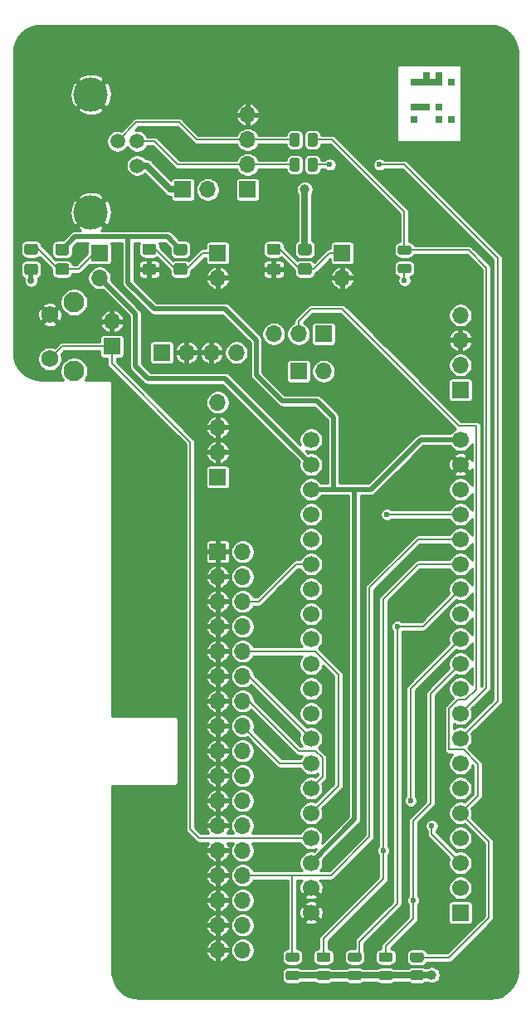
<source format=gbr>
G04 #@! TF.GenerationSoftware,KiCad,Pcbnew,(5.1.9)-1*
G04 #@! TF.CreationDate,2021-07-31T21:11:46+01:00*
G04 #@! TF.ProjectId,Greaseweazle F1 Plus Mini Rev 1.1,47726561-7365-4776-9561-7a6c65204631,1*
G04 #@! TF.SameCoordinates,PX6312cb0PY6bcb370*
G04 #@! TF.FileFunction,Copper,L1,Top*
G04 #@! TF.FilePolarity,Positive*
%FSLAX46Y46*%
G04 Gerber Fmt 4.6, Leading zero omitted, Abs format (unit mm)*
G04 Created by KiCad (PCBNEW (5.1.9)-1) date 2021-07-31 21:11:46*
%MOMM*%
%LPD*%
G01*
G04 APERTURE LIST*
G04 #@! TA.AperFunction,EtchedComponent*
%ADD10C,0.100000*%
G04 #@! TD*
G04 #@! TA.AperFunction,ComponentPad*
%ADD11O,1.700000X1.700000*%
G04 #@! TD*
G04 #@! TA.AperFunction,ComponentPad*
%ADD12R,1.700000X1.700000*%
G04 #@! TD*
G04 #@! TA.AperFunction,ComponentPad*
%ADD13C,1.700000*%
G04 #@! TD*
G04 #@! TA.AperFunction,ComponentPad*
%ADD14C,2.100000*%
G04 #@! TD*
G04 #@! TA.AperFunction,ComponentPad*
%ADD15C,1.750000*%
G04 #@! TD*
G04 #@! TA.AperFunction,ComponentPad*
%ADD16C,4.064000*%
G04 #@! TD*
G04 #@! TA.AperFunction,ComponentPad*
%ADD17C,1.501140*%
G04 #@! TD*
G04 #@! TA.AperFunction,ComponentPad*
%ADD18C,3.500120*%
G04 #@! TD*
G04 #@! TA.AperFunction,ViaPad*
%ADD19C,0.700000*%
G04 #@! TD*
G04 #@! TA.AperFunction,ViaPad*
%ADD20C,0.600000*%
G04 #@! TD*
G04 #@! TA.AperFunction,ViaPad*
%ADD21C,1.000000*%
G04 #@! TD*
G04 #@! TA.AperFunction,Conductor*
%ADD22C,0.500000*%
G04 #@! TD*
G04 #@! TA.AperFunction,Conductor*
%ADD23C,0.700000*%
G04 #@! TD*
G04 #@! TA.AperFunction,Conductor*
%ADD24C,0.200000*%
G04 #@! TD*
G04 #@! TA.AperFunction,Conductor*
%ADD25C,0.254000*%
G04 #@! TD*
G04 #@! TA.AperFunction,Conductor*
%ADD26C,0.100000*%
G04 #@! TD*
G04 APERTURE END LIST*
D10*
G36*
X38354000Y68580000D02*
G01*
X37719000Y68580000D01*
X37719000Y69215000D01*
X38354000Y69215000D01*
X38354000Y68580000D01*
G37*
X38354000Y68580000D02*
X37719000Y68580000D01*
X37719000Y69215000D01*
X38354000Y69215000D01*
X38354000Y68580000D01*
G36*
X38354000Y64770000D02*
G01*
X37719000Y64770000D01*
X37719000Y65405000D01*
X38354000Y65405000D01*
X38354000Y64770000D01*
G37*
X38354000Y64770000D02*
X37719000Y64770000D01*
X37719000Y65405000D01*
X38354000Y65405000D01*
X38354000Y64770000D01*
G36*
X37084000Y69215000D02*
G01*
X36449000Y69215000D01*
X36449000Y69850000D01*
X37084000Y69850000D01*
X37084000Y69215000D01*
G37*
X37084000Y69215000D02*
X36449000Y69215000D01*
X36449000Y69850000D01*
X37084000Y69850000D01*
X37084000Y69215000D01*
G36*
X37084000Y68580000D02*
G01*
X36449000Y68580000D01*
X36449000Y69215000D01*
X37084000Y69215000D01*
X37084000Y68580000D01*
G37*
X37084000Y68580000D02*
X36449000Y68580000D01*
X36449000Y69215000D01*
X37084000Y69215000D01*
X37084000Y68580000D01*
G36*
X36449000Y68580000D02*
G01*
X35814000Y68580000D01*
X35814000Y69215000D01*
X36449000Y69215000D01*
X36449000Y68580000D01*
G37*
X36449000Y68580000D02*
X35814000Y68580000D01*
X35814000Y69215000D01*
X36449000Y69215000D01*
X36449000Y68580000D01*
G36*
X35814000Y68580000D02*
G01*
X35179000Y68580000D01*
X35179000Y69215000D01*
X35814000Y69215000D01*
X35814000Y68580000D01*
G37*
X35814000Y68580000D02*
X35179000Y68580000D01*
X35179000Y69215000D01*
X35814000Y69215000D01*
X35814000Y68580000D01*
G36*
X35814000Y69215000D02*
G01*
X35179000Y69215000D01*
X35179000Y69850000D01*
X35814000Y69850000D01*
X35814000Y69215000D01*
G37*
X35814000Y69215000D02*
X35179000Y69215000D01*
X35179000Y69850000D01*
X35814000Y69850000D01*
X35814000Y69215000D01*
G36*
X35179000Y68580000D02*
G01*
X34544000Y68580000D01*
X34544000Y69215000D01*
X35179000Y69215000D01*
X35179000Y68580000D01*
G37*
X35179000Y68580000D02*
X34544000Y68580000D01*
X34544000Y69215000D01*
X35179000Y69215000D01*
X35179000Y68580000D01*
G36*
X34544000Y68580000D02*
G01*
X33909000Y68580000D01*
X33909000Y69215000D01*
X34544000Y69215000D01*
X34544000Y68580000D01*
G37*
X34544000Y68580000D02*
X33909000Y68580000D01*
X33909000Y69215000D01*
X34544000Y69215000D01*
X34544000Y68580000D01*
G36*
X34544000Y66040000D02*
G01*
X33909000Y66040000D01*
X33909000Y66675000D01*
X34544000Y66675000D01*
X34544000Y66040000D01*
G37*
X34544000Y66040000D02*
X33909000Y66040000D01*
X33909000Y66675000D01*
X34544000Y66675000D01*
X34544000Y66040000D01*
G36*
X35179000Y66040000D02*
G01*
X34544000Y66040000D01*
X34544000Y66675000D01*
X35179000Y66675000D01*
X35179000Y66040000D01*
G37*
X35179000Y66040000D02*
X34544000Y66040000D01*
X34544000Y66675000D01*
X35179000Y66675000D01*
X35179000Y66040000D01*
G36*
X35814000Y66040000D02*
G01*
X35179000Y66040000D01*
X35179000Y66675000D01*
X35814000Y66675000D01*
X35814000Y66040000D01*
G37*
X35814000Y66040000D02*
X35179000Y66040000D01*
X35179000Y66675000D01*
X35814000Y66675000D01*
X35814000Y66040000D01*
G36*
X37084000Y66040000D02*
G01*
X36449000Y66040000D01*
X36449000Y66675000D01*
X37084000Y66675000D01*
X37084000Y66040000D01*
G37*
X37084000Y66040000D02*
X36449000Y66040000D01*
X36449000Y66675000D01*
X37084000Y66675000D01*
X37084000Y66040000D01*
G36*
X37084000Y64770000D02*
G01*
X36449000Y64770000D01*
X36449000Y65405000D01*
X37084000Y65405000D01*
X37084000Y64770000D01*
G37*
X37084000Y64770000D02*
X36449000Y64770000D01*
X36449000Y65405000D01*
X37084000Y65405000D01*
X37084000Y64770000D01*
G36*
X34544000Y64770000D02*
G01*
X33909000Y64770000D01*
X33909000Y65405000D01*
X34544000Y65405000D01*
X34544000Y64770000D01*
G37*
X34544000Y64770000D02*
X33909000Y64770000D01*
X33909000Y65405000D01*
X34544000Y65405000D01*
X34544000Y64770000D01*
G36*
X34544000Y64770000D02*
G01*
X33909000Y64770000D01*
X33909000Y65405000D01*
X34544000Y65405000D01*
X34544000Y64770000D01*
G37*
X34544000Y64770000D02*
X33909000Y64770000D01*
X33909000Y65405000D01*
X34544000Y65405000D01*
X34544000Y64770000D01*
G36*
X37084000Y64770000D02*
G01*
X36449000Y64770000D01*
X36449000Y65405000D01*
X37084000Y65405000D01*
X37084000Y64770000D01*
G37*
X37084000Y64770000D02*
X36449000Y64770000D01*
X36449000Y65405000D01*
X37084000Y65405000D01*
X37084000Y64770000D01*
G36*
X37084000Y66040000D02*
G01*
X36449000Y66040000D01*
X36449000Y66675000D01*
X37084000Y66675000D01*
X37084000Y66040000D01*
G37*
X37084000Y66040000D02*
X36449000Y66040000D01*
X36449000Y66675000D01*
X37084000Y66675000D01*
X37084000Y66040000D01*
G36*
X35814000Y66040000D02*
G01*
X35179000Y66040000D01*
X35179000Y66675000D01*
X35814000Y66675000D01*
X35814000Y66040000D01*
G37*
X35814000Y66040000D02*
X35179000Y66040000D01*
X35179000Y66675000D01*
X35814000Y66675000D01*
X35814000Y66040000D01*
G36*
X35179000Y66040000D02*
G01*
X34544000Y66040000D01*
X34544000Y66675000D01*
X35179000Y66675000D01*
X35179000Y66040000D01*
G37*
X35179000Y66040000D02*
X34544000Y66040000D01*
X34544000Y66675000D01*
X35179000Y66675000D01*
X35179000Y66040000D01*
G36*
X34544000Y66040000D02*
G01*
X33909000Y66040000D01*
X33909000Y66675000D01*
X34544000Y66675000D01*
X34544000Y66040000D01*
G37*
X34544000Y66040000D02*
X33909000Y66040000D01*
X33909000Y66675000D01*
X34544000Y66675000D01*
X34544000Y66040000D01*
G36*
X34544000Y68580000D02*
G01*
X33909000Y68580000D01*
X33909000Y69215000D01*
X34544000Y69215000D01*
X34544000Y68580000D01*
G37*
X34544000Y68580000D02*
X33909000Y68580000D01*
X33909000Y69215000D01*
X34544000Y69215000D01*
X34544000Y68580000D01*
G36*
X35179000Y68580000D02*
G01*
X34544000Y68580000D01*
X34544000Y69215000D01*
X35179000Y69215000D01*
X35179000Y68580000D01*
G37*
X35179000Y68580000D02*
X34544000Y68580000D01*
X34544000Y69215000D01*
X35179000Y69215000D01*
X35179000Y68580000D01*
G36*
X35814000Y69215000D02*
G01*
X35179000Y69215000D01*
X35179000Y69850000D01*
X35814000Y69850000D01*
X35814000Y69215000D01*
G37*
X35814000Y69215000D02*
X35179000Y69215000D01*
X35179000Y69850000D01*
X35814000Y69850000D01*
X35814000Y69215000D01*
G36*
X35814000Y68580000D02*
G01*
X35179000Y68580000D01*
X35179000Y69215000D01*
X35814000Y69215000D01*
X35814000Y68580000D01*
G37*
X35814000Y68580000D02*
X35179000Y68580000D01*
X35179000Y69215000D01*
X35814000Y69215000D01*
X35814000Y68580000D01*
G36*
X36449000Y68580000D02*
G01*
X35814000Y68580000D01*
X35814000Y69215000D01*
X36449000Y69215000D01*
X36449000Y68580000D01*
G37*
X36449000Y68580000D02*
X35814000Y68580000D01*
X35814000Y69215000D01*
X36449000Y69215000D01*
X36449000Y68580000D01*
G36*
X37084000Y68580000D02*
G01*
X36449000Y68580000D01*
X36449000Y69215000D01*
X37084000Y69215000D01*
X37084000Y68580000D01*
G37*
X37084000Y68580000D02*
X36449000Y68580000D01*
X36449000Y69215000D01*
X37084000Y69215000D01*
X37084000Y68580000D01*
G36*
X37084000Y69215000D02*
G01*
X36449000Y69215000D01*
X36449000Y69850000D01*
X37084000Y69850000D01*
X37084000Y69215000D01*
G37*
X37084000Y69215000D02*
X36449000Y69215000D01*
X36449000Y69850000D01*
X37084000Y69850000D01*
X37084000Y69215000D01*
G36*
X38354000Y64770000D02*
G01*
X37719000Y64770000D01*
X37719000Y65405000D01*
X38354000Y65405000D01*
X38354000Y64770000D01*
G37*
X38354000Y64770000D02*
X37719000Y64770000D01*
X37719000Y65405000D01*
X38354000Y65405000D01*
X38354000Y64770000D01*
G36*
X38354000Y68580000D02*
G01*
X37719000Y68580000D01*
X37719000Y69215000D01*
X38354000Y69215000D01*
X38354000Y68580000D01*
G37*
X38354000Y68580000D02*
X37719000Y68580000D01*
X37719000Y69215000D01*
X38354000Y69215000D01*
X38354000Y68580000D01*
D11*
X13208000Y57912000D03*
D12*
X10668000Y57912000D03*
D11*
X16129000Y41275000D03*
X13589000Y41275000D03*
X11049000Y41275000D03*
D12*
X8509000Y41275000D03*
D11*
X25019000Y39370000D03*
D12*
X22479000Y39370000D03*
D11*
X19939000Y43180000D03*
X22479000Y43180000D03*
D12*
X25019000Y43180000D03*
D13*
X23749000Y-15875000D03*
D12*
X38989000Y-15875000D03*
D13*
X23749000Y-13335000D03*
X38989000Y-13335000D03*
X23749000Y-10795000D03*
X38989000Y-10795000D03*
X23749000Y-8255000D03*
X38989000Y-8255000D03*
X23749000Y-5715000D03*
X38989000Y-5715000D03*
X23749000Y-3175000D03*
X38989000Y-3175000D03*
X23749000Y-635000D03*
X38989000Y-635000D03*
X23749000Y1905000D03*
X38989000Y1905000D03*
X23749000Y4445000D03*
X38989000Y4445000D03*
X23749000Y6985000D03*
X38989000Y6985000D03*
X23749000Y9525000D03*
X38989000Y9525000D03*
X23749000Y12065000D03*
X38989000Y12065000D03*
X23749000Y14605000D03*
X38989000Y14605000D03*
X23749000Y17145000D03*
X38989000Y17145000D03*
X23749000Y19685000D03*
X38989000Y19685000D03*
X23749000Y22225000D03*
X38989000Y22225000D03*
X23749000Y24765000D03*
X38989000Y24765000D03*
X23749000Y27305000D03*
X38989000Y27305000D03*
X23749000Y29845000D03*
X38989000Y29845000D03*
X23749000Y32385000D03*
X38989000Y32385000D03*
D14*
X-431000Y39390000D03*
D15*
X-2921000Y40640000D03*
X-2921000Y45140000D03*
D14*
X-431000Y46400000D03*
D11*
X38989000Y45085000D03*
X38989000Y42545000D03*
X38989000Y40005000D03*
D12*
X38989000Y37465000D03*
D11*
X17272000Y65532000D03*
X17272000Y62992000D03*
X17272000Y60452000D03*
D12*
X17272000Y57912000D03*
G04 #@! TA.AperFunction,SMDPad,CuDef*
G36*
G01*
X22587000Y60902002D02*
X22587000Y60001998D01*
G75*
G02*
X22337002Y59752000I-249998J0D01*
G01*
X21811998Y59752000D01*
G75*
G02*
X21562000Y60001998I0J249998D01*
G01*
X21562000Y60902002D01*
G75*
G02*
X21811998Y61152000I249998J0D01*
G01*
X22337002Y61152000D01*
G75*
G02*
X22587000Y60902002I0J-249998D01*
G01*
G37*
G04 #@! TD.AperFunction*
G04 #@! TA.AperFunction,SMDPad,CuDef*
G36*
G01*
X24412000Y60902002D02*
X24412000Y60001998D01*
G75*
G02*
X24162002Y59752000I-249998J0D01*
G01*
X23636998Y59752000D01*
G75*
G02*
X23387000Y60001998I0J249998D01*
G01*
X23387000Y60902002D01*
G75*
G02*
X23636998Y61152000I249998J0D01*
G01*
X24162002Y61152000D01*
G75*
G02*
X24412000Y60902002I0J-249998D01*
G01*
G37*
G04 #@! TD.AperFunction*
G04 #@! TA.AperFunction,SMDPad,CuDef*
G36*
G01*
X22587000Y63442002D02*
X22587000Y62541998D01*
G75*
G02*
X22337002Y62292000I-249998J0D01*
G01*
X21811998Y62292000D01*
G75*
G02*
X21562000Y62541998I0J249998D01*
G01*
X21562000Y63442002D01*
G75*
G02*
X21811998Y63692000I249998J0D01*
G01*
X22337002Y63692000D01*
G75*
G02*
X22587000Y63442002I0J-249998D01*
G01*
G37*
G04 #@! TD.AperFunction*
G04 #@! TA.AperFunction,SMDPad,CuDef*
G36*
G01*
X24412000Y63442002D02*
X24412000Y62541998D01*
G75*
G02*
X24162002Y62292000I-249998J0D01*
G01*
X23636998Y62292000D01*
G75*
G02*
X23387000Y62541998I0J249998D01*
G01*
X23387000Y63442002D01*
G75*
G02*
X23636998Y63692000I249998J0D01*
G01*
X24162002Y63692000D01*
G75*
G02*
X24412000Y63442002I0J-249998D01*
G01*
G37*
G04 #@! TD.AperFunction*
D16*
X42114000Y-21970000D03*
X6114000Y-21970000D03*
X42114000Y72030000D03*
X-3886000Y72030000D03*
D11*
X26924000Y48895000D03*
D12*
X26924000Y51435000D03*
D11*
X14224000Y48895000D03*
D12*
X14224000Y51435000D03*
D11*
X2159000Y48895000D03*
D12*
X2159000Y51435000D03*
G04 #@! TA.AperFunction,SMDPad,CuDef*
G36*
G01*
X23564001Y51200000D02*
X22663999Y51200000D01*
G75*
G02*
X22414000Y51449999I0J249999D01*
G01*
X22414000Y52150001D01*
G75*
G02*
X22663999Y52400000I249999J0D01*
G01*
X23564001Y52400000D01*
G75*
G02*
X23814000Y52150001I0J-249999D01*
G01*
X23814000Y51449999D01*
G75*
G02*
X23564001Y51200000I-249999J0D01*
G01*
G37*
G04 #@! TD.AperFunction*
G04 #@! TA.AperFunction,SMDPad,CuDef*
G36*
G01*
X23564001Y49200000D02*
X22663999Y49200000D01*
G75*
G02*
X22414000Y49449999I0J249999D01*
G01*
X22414000Y50150001D01*
G75*
G02*
X22663999Y50400000I249999J0D01*
G01*
X23564001Y50400000D01*
G75*
G02*
X23814000Y50150001I0J-249999D01*
G01*
X23814000Y49449999D01*
G75*
G02*
X23564001Y49200000I-249999J0D01*
G01*
G37*
G04 #@! TD.AperFunction*
G04 #@! TA.AperFunction,SMDPad,CuDef*
G36*
G01*
X-1200999Y51200000D02*
X-2101001Y51200000D01*
G75*
G02*
X-2351000Y51449999I0J249999D01*
G01*
X-2351000Y52150001D01*
G75*
G02*
X-2101001Y52400000I249999J0D01*
G01*
X-1200999Y52400000D01*
G75*
G02*
X-951000Y52150001I0J-249999D01*
G01*
X-951000Y51449999D01*
G75*
G02*
X-1200999Y51200000I-249999J0D01*
G01*
G37*
G04 #@! TD.AperFunction*
G04 #@! TA.AperFunction,SMDPad,CuDef*
G36*
G01*
X-1200999Y49200000D02*
X-2101001Y49200000D01*
G75*
G02*
X-2351000Y49449999I0J249999D01*
G01*
X-2351000Y50150001D01*
G75*
G02*
X-2101001Y50400000I249999J0D01*
G01*
X-1200999Y50400000D01*
G75*
G02*
X-951000Y50150001I0J-249999D01*
G01*
X-951000Y49449999D01*
G75*
G02*
X-1200999Y49200000I-249999J0D01*
G01*
G37*
G04 #@! TD.AperFunction*
G04 #@! TA.AperFunction,SMDPad,CuDef*
G36*
G01*
X10864001Y51200000D02*
X9963999Y51200000D01*
G75*
G02*
X9714000Y51449999I0J249999D01*
G01*
X9714000Y52150001D01*
G75*
G02*
X9963999Y52400000I249999J0D01*
G01*
X10864001Y52400000D01*
G75*
G02*
X11114000Y52150001I0J-249999D01*
G01*
X11114000Y51449999D01*
G75*
G02*
X10864001Y51200000I-249999J0D01*
G01*
G37*
G04 #@! TD.AperFunction*
G04 #@! TA.AperFunction,SMDPad,CuDef*
G36*
G01*
X10864001Y49200000D02*
X9963999Y49200000D01*
G75*
G02*
X9714000Y49449999I0J249999D01*
G01*
X9714000Y50150001D01*
G75*
G02*
X9963999Y50400000I249999J0D01*
G01*
X10864001Y50400000D01*
G75*
G02*
X11114000Y50150001I0J-249999D01*
G01*
X11114000Y49449999D01*
G75*
G02*
X10864001Y49200000I-249999J0D01*
G01*
G37*
G04 #@! TD.AperFunction*
G04 #@! TA.AperFunction,SMDPad,CuDef*
G36*
G01*
X20389001Y51250000D02*
X19488999Y51250000D01*
G75*
G02*
X19239000Y51499999I0J249999D01*
G01*
X19239000Y52150001D01*
G75*
G02*
X19488999Y52400000I249999J0D01*
G01*
X20389001Y52400000D01*
G75*
G02*
X20639000Y52150001I0J-249999D01*
G01*
X20639000Y51499999D01*
G75*
G02*
X20389001Y51250000I-249999J0D01*
G01*
G37*
G04 #@! TD.AperFunction*
G04 #@! TA.AperFunction,SMDPad,CuDef*
G36*
G01*
X20389001Y49200000D02*
X19488999Y49200000D01*
G75*
G02*
X19239000Y49449999I0J249999D01*
G01*
X19239000Y50100001D01*
G75*
G02*
X19488999Y50350000I249999J0D01*
G01*
X20389001Y50350000D01*
G75*
G02*
X20639000Y50100001I0J-249999D01*
G01*
X20639000Y49449999D01*
G75*
G02*
X20389001Y49200000I-249999J0D01*
G01*
G37*
G04 #@! TD.AperFunction*
G04 #@! TA.AperFunction,SMDPad,CuDef*
G36*
G01*
X-4375999Y51250000D02*
X-5276001Y51250000D01*
G75*
G02*
X-5526000Y51499999I0J249999D01*
G01*
X-5526000Y52150001D01*
G75*
G02*
X-5276001Y52400000I249999J0D01*
G01*
X-4375999Y52400000D01*
G75*
G02*
X-4126000Y52150001I0J-249999D01*
G01*
X-4126000Y51499999D01*
G75*
G02*
X-4375999Y51250000I-249999J0D01*
G01*
G37*
G04 #@! TD.AperFunction*
G04 #@! TA.AperFunction,SMDPad,CuDef*
G36*
G01*
X-4375999Y49200000D02*
X-5276001Y49200000D01*
G75*
G02*
X-5526000Y49449999I0J249999D01*
G01*
X-5526000Y50100001D01*
G75*
G02*
X-5276001Y50350000I249999J0D01*
G01*
X-4375999Y50350000D01*
G75*
G02*
X-4126000Y50100001I0J-249999D01*
G01*
X-4126000Y49449999D01*
G75*
G02*
X-4375999Y49200000I-249999J0D01*
G01*
G37*
G04 #@! TD.AperFunction*
G04 #@! TA.AperFunction,SMDPad,CuDef*
G36*
G01*
X7689001Y51250000D02*
X6788999Y51250000D01*
G75*
G02*
X6539000Y51499999I0J249999D01*
G01*
X6539000Y52150001D01*
G75*
G02*
X6788999Y52400000I249999J0D01*
G01*
X7689001Y52400000D01*
G75*
G02*
X7939000Y52150001I0J-249999D01*
G01*
X7939000Y51499999D01*
G75*
G02*
X7689001Y51250000I-249999J0D01*
G01*
G37*
G04 #@! TD.AperFunction*
G04 #@! TA.AperFunction,SMDPad,CuDef*
G36*
G01*
X7689001Y49200000D02*
X6788999Y49200000D01*
G75*
G02*
X6539000Y49449999I0J249999D01*
G01*
X6539000Y50100001D01*
G75*
G02*
X6788999Y50350000I249999J0D01*
G01*
X7689001Y50350000D01*
G75*
G02*
X7939000Y50100001I0J-249999D01*
G01*
X7939000Y49449999D01*
G75*
G02*
X7689001Y49200000I-249999J0D01*
G01*
G37*
G04 #@! TD.AperFunction*
G04 #@! TA.AperFunction,SMDPad,CuDef*
G36*
G01*
X34994002Y-20936000D02*
X34093998Y-20936000D01*
G75*
G02*
X33844000Y-20686002I0J249998D01*
G01*
X33844000Y-20160998D01*
G75*
G02*
X34093998Y-19911000I249998J0D01*
G01*
X34994002Y-19911000D01*
G75*
G02*
X35244000Y-20160998I0J-249998D01*
G01*
X35244000Y-20686002D01*
G75*
G02*
X34994002Y-20936000I-249998J0D01*
G01*
G37*
G04 #@! TD.AperFunction*
G04 #@! TA.AperFunction,SMDPad,CuDef*
G36*
G01*
X34994002Y-22761000D02*
X34093998Y-22761000D01*
G75*
G02*
X33844000Y-22511002I0J249998D01*
G01*
X33844000Y-21985998D01*
G75*
G02*
X34093998Y-21736000I249998J0D01*
G01*
X34994002Y-21736000D01*
G75*
G02*
X35244000Y-21985998I0J-249998D01*
G01*
X35244000Y-22511002D01*
G75*
G02*
X34994002Y-22761000I-249998J0D01*
G01*
G37*
G04 #@! TD.AperFunction*
X14224000Y28575000D03*
D11*
X14224000Y31115000D03*
X14224000Y33655000D03*
X14224000Y36195000D03*
D12*
X3429000Y41910000D03*
D11*
X3429000Y44450000D03*
D17*
X3987800Y62839600D03*
X3987800Y60350400D03*
X5994400Y60350400D03*
X5994400Y62839600D03*
D18*
X1270000Y67614800D03*
X1270000Y55575200D03*
D12*
X14224000Y20955000D03*
D11*
X16764000Y20955000D03*
X14224000Y18415000D03*
X16764000Y18415000D03*
X14224000Y15875000D03*
X16764000Y15875000D03*
X14224000Y13335000D03*
X16764000Y13335000D03*
X14224000Y10795000D03*
X16764000Y10795000D03*
X14224000Y8255000D03*
X16764000Y8255000D03*
X14224000Y5715000D03*
X16764000Y5715000D03*
X14224000Y3175000D03*
X16764000Y3175000D03*
X14224000Y635000D03*
X16764000Y635000D03*
X14224000Y-1905000D03*
X16764000Y-1905000D03*
X14224000Y-4445000D03*
X16764000Y-4445000D03*
X14224000Y-6985000D03*
X16764000Y-6985000D03*
X14224000Y-9525000D03*
X16764000Y-9525000D03*
X14224000Y-12065000D03*
X16764000Y-12065000D03*
X14224000Y-14605000D03*
X16764000Y-14605000D03*
X14224000Y-17145000D03*
X16764000Y-17145000D03*
X14224000Y-19685000D03*
X16764000Y-19685000D03*
G04 #@! TA.AperFunction,SMDPad,CuDef*
G36*
G01*
X31825250Y-22761000D02*
X30912750Y-22761000D01*
G75*
G02*
X30669000Y-22517250I0J243750D01*
G01*
X30669000Y-22029750D01*
G75*
G02*
X30912750Y-21786000I243750J0D01*
G01*
X31825250Y-21786000D01*
G75*
G02*
X32069000Y-22029750I0J-243750D01*
G01*
X32069000Y-22517250D01*
G75*
G02*
X31825250Y-22761000I-243750J0D01*
G01*
G37*
G04 #@! TD.AperFunction*
G04 #@! TA.AperFunction,SMDPad,CuDef*
G36*
G01*
X31825250Y-20886000D02*
X30912750Y-20886000D01*
G75*
G02*
X30669000Y-20642250I0J243750D01*
G01*
X30669000Y-20154750D01*
G75*
G02*
X30912750Y-19911000I243750J0D01*
G01*
X31825250Y-19911000D01*
G75*
G02*
X32069000Y-20154750I0J-243750D01*
G01*
X32069000Y-20642250D01*
G75*
G02*
X31825250Y-20886000I-243750J0D01*
G01*
G37*
G04 #@! TD.AperFunction*
G04 #@! TA.AperFunction,SMDPad,CuDef*
G36*
G01*
X22300250Y-22761000D02*
X21387750Y-22761000D01*
G75*
G02*
X21144000Y-22517250I0J243750D01*
G01*
X21144000Y-22029750D01*
G75*
G02*
X21387750Y-21786000I243750J0D01*
G01*
X22300250Y-21786000D01*
G75*
G02*
X22544000Y-22029750I0J-243750D01*
G01*
X22544000Y-22517250D01*
G75*
G02*
X22300250Y-22761000I-243750J0D01*
G01*
G37*
G04 #@! TD.AperFunction*
G04 #@! TA.AperFunction,SMDPad,CuDef*
G36*
G01*
X22300250Y-20886000D02*
X21387750Y-20886000D01*
G75*
G02*
X21144000Y-20642250I0J243750D01*
G01*
X21144000Y-20154750D01*
G75*
G02*
X21387750Y-19911000I243750J0D01*
G01*
X22300250Y-19911000D01*
G75*
G02*
X22544000Y-20154750I0J-243750D01*
G01*
X22544000Y-20642250D01*
G75*
G02*
X22300250Y-20886000I-243750J0D01*
G01*
G37*
G04 #@! TD.AperFunction*
G04 #@! TA.AperFunction,SMDPad,CuDef*
G36*
G01*
X25475250Y-22761000D02*
X24562750Y-22761000D01*
G75*
G02*
X24319000Y-22517250I0J243750D01*
G01*
X24319000Y-22029750D01*
G75*
G02*
X24562750Y-21786000I243750J0D01*
G01*
X25475250Y-21786000D01*
G75*
G02*
X25719000Y-22029750I0J-243750D01*
G01*
X25719000Y-22517250D01*
G75*
G02*
X25475250Y-22761000I-243750J0D01*
G01*
G37*
G04 #@! TD.AperFunction*
G04 #@! TA.AperFunction,SMDPad,CuDef*
G36*
G01*
X25475250Y-20886000D02*
X24562750Y-20886000D01*
G75*
G02*
X24319000Y-20642250I0J243750D01*
G01*
X24319000Y-20154750D01*
G75*
G02*
X24562750Y-19911000I243750J0D01*
G01*
X25475250Y-19911000D01*
G75*
G02*
X25719000Y-20154750I0J-243750D01*
G01*
X25719000Y-20642250D01*
G75*
G02*
X25475250Y-20886000I-243750J0D01*
G01*
G37*
G04 #@! TD.AperFunction*
G04 #@! TA.AperFunction,SMDPad,CuDef*
G36*
G01*
X28650250Y-22761000D02*
X27737750Y-22761000D01*
G75*
G02*
X27494000Y-22517250I0J243750D01*
G01*
X27494000Y-22029750D01*
G75*
G02*
X27737750Y-21786000I243750J0D01*
G01*
X28650250Y-21786000D01*
G75*
G02*
X28894000Y-22029750I0J-243750D01*
G01*
X28894000Y-22517250D01*
G75*
G02*
X28650250Y-22761000I-243750J0D01*
G01*
G37*
G04 #@! TD.AperFunction*
G04 #@! TA.AperFunction,SMDPad,CuDef*
G36*
G01*
X28650250Y-20886000D02*
X27737750Y-20886000D01*
G75*
G02*
X27494000Y-20642250I0J243750D01*
G01*
X27494000Y-20154750D01*
G75*
G02*
X27737750Y-19911000I243750J0D01*
G01*
X28650250Y-19911000D01*
G75*
G02*
X28894000Y-20154750I0J-243750D01*
G01*
X28894000Y-20642250D01*
G75*
G02*
X28650250Y-20886000I-243750J0D01*
G01*
G37*
G04 #@! TD.AperFunction*
G04 #@! TA.AperFunction,SMDPad,CuDef*
G36*
G01*
X32817750Y52225000D02*
X33730250Y52225000D01*
G75*
G02*
X33974000Y51981250I0J-243750D01*
G01*
X33974000Y51493750D01*
G75*
G02*
X33730250Y51250000I-243750J0D01*
G01*
X32817750Y51250000D01*
G75*
G02*
X32574000Y51493750I0J243750D01*
G01*
X32574000Y51981250D01*
G75*
G02*
X32817750Y52225000I243750J0D01*
G01*
G37*
G04 #@! TD.AperFunction*
G04 #@! TA.AperFunction,SMDPad,CuDef*
G36*
G01*
X32817750Y50350000D02*
X33730250Y50350000D01*
G75*
G02*
X33974000Y50106250I0J-243750D01*
G01*
X33974000Y49618750D01*
G75*
G02*
X33730250Y49375000I-243750J0D01*
G01*
X32817750Y49375000D01*
G75*
G02*
X32574000Y49618750I0J243750D01*
G01*
X32574000Y50106250D01*
G75*
G02*
X32817750Y50350000I243750J0D01*
G01*
G37*
G04 #@! TD.AperFunction*
D19*
X37211000Y-4953000D03*
D20*
X19812000Y14605000D03*
D21*
X23114000Y57912000D03*
X36068004Y-22225000D03*
D20*
X34163000Y-14605000D03*
X31115000Y-9525000D03*
X36068000Y-6985000D03*
X33909000Y-4445000D03*
X32546999Y13335000D03*
X31496000Y24765000D03*
X33274000Y48641000D03*
X25654000Y60452000D03*
X30734000Y60452000D03*
D19*
X-4826000Y48640990D03*
D22*
X-365000Y53086000D02*
X-1651000Y51800000D01*
X5080000Y53086000D02*
X-365000Y53086000D01*
X9128000Y53086000D02*
X10414000Y51800000D01*
X5080000Y53086000D02*
X9128000Y53086000D01*
X23749000Y27305000D02*
X29845000Y27305000D01*
X34925000Y32385000D02*
X29845000Y27305000D01*
X38989000Y32385000D02*
X34925000Y32385000D01*
X28194000Y-6350000D02*
X23749000Y-10795000D01*
X28194000Y27305000D02*
X28194000Y-6350000D01*
X29845000Y27305000D02*
X28194000Y27305000D01*
X5080000Y48387000D02*
X5080000Y53086000D01*
X14986000Y45720000D02*
X7747000Y45720000D01*
X18161000Y42545000D02*
X14986000Y45720000D01*
X18161000Y38989000D02*
X18161000Y42545000D01*
X20805663Y36344337D02*
X18161000Y38989000D01*
X24361663Y36344337D02*
X20805663Y36344337D01*
X26035000Y34671000D02*
X24361663Y36344337D01*
X7747000Y45720000D02*
X5080000Y48387000D01*
X26035000Y27305000D02*
X26035000Y34671000D01*
X23749000Y27305000D02*
X26035000Y27305000D01*
D23*
X23114000Y51800000D02*
X23114000Y57912000D01*
X21844000Y-22273500D02*
X25019000Y-22273500D01*
X25019000Y-22273500D02*
X28194000Y-22273500D01*
X28194000Y-22273500D02*
X31369000Y-22273500D01*
X31369000Y-22273500D02*
X34519000Y-22273500D01*
X34567500Y-22225000D02*
X34544000Y-22248500D01*
X36068004Y-22225000D02*
X34567500Y-22225000D01*
D24*
X34163000Y-6477000D02*
X34163000Y-14605000D01*
X35941000Y-4699000D02*
X34163000Y-6477000D01*
X35941000Y6477000D02*
X35941000Y-4699000D01*
X38989000Y9525000D02*
X35941000Y6477000D01*
X34163000Y-16510000D02*
X34163000Y-14605000D01*
X31369000Y-19304000D02*
X34163000Y-16510000D01*
X31369000Y-20652500D02*
X31369000Y-19304000D01*
X21844000Y-20652500D02*
X21844000Y-12065000D01*
X21844000Y-12065000D02*
X16764000Y-12065000D01*
X29718000Y-8128000D02*
X25781000Y-12065000D01*
X29718000Y17272000D02*
X29718000Y-8128000D01*
X25781000Y-12065000D02*
X21844000Y-12065000D01*
X34671000Y22225000D02*
X29718000Y17272000D01*
X38989000Y22225000D02*
X34671000Y22225000D01*
X38989000Y19685000D02*
X34671000Y19685000D01*
X31115000Y16129000D02*
X31115000Y-9525000D01*
X34671000Y19685000D02*
X31115000Y16129000D01*
X31115000Y-12446000D02*
X31115000Y-9525000D01*
X25019000Y-18542000D02*
X31115000Y-12446000D01*
X25019000Y-20652500D02*
X25019000Y-18542000D01*
X38989000Y-10795000D02*
X36068000Y-7874000D01*
X36068000Y-7874000D02*
X36068000Y-6985000D01*
X38989000Y12065000D02*
X33909000Y6985000D01*
X33909000Y6985000D02*
X33909000Y-4445000D01*
X38989000Y17145000D02*
X35179000Y13335000D01*
X35179000Y13335000D02*
X32546999Y13335000D01*
X28679527Y-19912973D02*
X28194000Y-20398500D01*
X28679527Y-18818473D02*
X28679527Y-20166973D01*
X32546999Y-14951001D02*
X28679527Y-18818473D01*
X32546999Y13335000D02*
X32546999Y-14951001D01*
X38989000Y24765000D02*
X31496000Y24765000D01*
X33274000Y48641000D02*
X33274000Y49862500D01*
X41636989Y7092989D02*
X38989000Y4445000D01*
X33274000Y51737500D02*
X39829500Y51737500D01*
X39829500Y51737500D02*
X41636989Y49930011D01*
X41636989Y49930011D02*
X41636989Y7092989D01*
X33274000Y55626000D02*
X33274000Y51737500D01*
X25908000Y62992000D02*
X33274000Y55626000D01*
X23899500Y62992000D02*
X25908000Y62992000D01*
X24026500Y60452000D02*
X25654000Y60452000D01*
X23899500Y60579000D02*
X24026500Y60452000D01*
X33274000Y60452000D02*
X30734000Y60452000D01*
X42799000Y50927000D02*
X33274000Y60452000D01*
X42799000Y5715000D02*
X42799000Y50927000D01*
X38989000Y1905000D02*
X42799000Y5715000D01*
X20565000Y51825000D02*
X22590000Y49800000D01*
X22590000Y49800000D02*
X23114000Y49800000D01*
X19939000Y51825000D02*
X20565000Y51825000D01*
X25654000Y51435000D02*
X24019000Y49800000D01*
X24019000Y49800000D02*
X23114000Y49800000D01*
X26924000Y51435000D02*
X25654000Y51435000D01*
D22*
X-4826000Y49775000D02*
X-4826000Y48640990D01*
X5842000Y45212000D02*
X2159000Y48895000D01*
X7112000Y38608000D02*
X5842000Y39878000D01*
X5842000Y39878000D02*
X5842000Y45212000D01*
X14986000Y38608000D02*
X7112000Y38608000D01*
X23749000Y29845000D02*
X14986000Y38608000D01*
D24*
X-1651000Y41910000D02*
X3429000Y41910000D01*
X-2921000Y40640000D02*
X-1651000Y41910000D01*
X3429000Y40132000D02*
X3429000Y41910000D01*
X11430000Y32131000D02*
X3429000Y40132000D01*
X11430000Y-7366000D02*
X11430000Y32131000D01*
X12319000Y-8255000D02*
X11430000Y-7366000D01*
X23749000Y-8255000D02*
X12319000Y-8255000D01*
X11065000Y49800000D02*
X10414000Y49800000D01*
X12700000Y51435000D02*
X11065000Y49800000D01*
X14224000Y51435000D02*
X12700000Y51435000D01*
X9890000Y49800000D02*
X10414000Y49800000D01*
X7865000Y51825000D02*
X9890000Y49800000D01*
X7239000Y51825000D02*
X7865000Y51825000D01*
X-2048000Y49800000D02*
X-1651000Y49800000D01*
X-4073000Y51825000D02*
X-2048000Y49800000D01*
X-4826000Y51825000D02*
X-4073000Y51825000D01*
X1651000Y51435000D02*
X2159000Y51435000D01*
X16000Y49800000D02*
X1651000Y51435000D01*
X-1651000Y49800000D02*
X16000Y49800000D01*
X3987800Y62839600D02*
X5918200Y64770000D01*
X10287000Y64770000D02*
X12065000Y62992000D01*
X5918200Y64770000D02*
X10287000Y64770000D01*
X21947500Y62992000D02*
X22074500Y63119000D01*
X12065000Y62992000D02*
X21947500Y62992000D01*
X10160000Y60452000D02*
X12065000Y60452000D01*
X7772400Y62839600D02*
X10160000Y60452000D01*
X5994400Y62839600D02*
X7772400Y62839600D01*
X21947500Y60452000D02*
X22074500Y60579000D01*
X12065000Y60452000D02*
X21947500Y60452000D01*
X18415000Y15875000D02*
X16764000Y15875000D01*
X22225000Y19685000D02*
X18415000Y15875000D01*
X23749000Y19685000D02*
X22225000Y19685000D01*
X24181002Y10795000D02*
X26543000Y8433002D01*
X16764000Y10795000D02*
X24181002Y10795000D01*
X26543000Y-2921000D02*
X23749000Y-5715000D01*
X26543000Y8433002D02*
X26543000Y-2921000D01*
X17399000Y5715000D02*
X16764000Y5715000D01*
X22479000Y635000D02*
X17399000Y5715000D01*
X24181002Y635000D02*
X22479000Y635000D01*
X24899001Y-82999D02*
X24181002Y635000D01*
X24899001Y-2024999D02*
X24899001Y-82999D01*
X23749000Y-3175000D02*
X24899001Y-2024999D01*
X17399000Y8255000D02*
X16764000Y8255000D01*
X23749000Y1905000D02*
X17399000Y8255000D01*
X20574000Y-635000D02*
X16764000Y3175000D01*
X23749000Y-635000D02*
X20574000Y-635000D01*
X34544000Y-20677500D02*
X34774500Y-20447000D01*
X37846000Y-20447000D02*
X34567500Y-20447000D01*
X34567500Y-20447000D02*
X34544000Y-20423500D01*
X41910000Y-8636000D02*
X41910000Y-16383000D01*
X41910000Y-16383000D02*
X37846000Y-20447000D01*
X38989000Y-5715000D02*
X41910000Y-8636000D01*
X22479000Y44450000D02*
X22479000Y43180000D01*
X23749000Y45720000D02*
X22479000Y44450000D01*
X38989000Y-5715000D02*
X40767000Y-3937000D01*
X40767000Y-3937000D02*
X40767000Y-710998D01*
X39301003Y754999D02*
X37853001Y754999D01*
X38862000Y33782000D02*
X26924000Y45720000D01*
X40767000Y-710998D02*
X39301003Y754999D01*
X37853001Y754999D02*
X37838999Y769001D01*
X37838999Y769001D02*
X37838999Y4945999D01*
X37838999Y4945999D02*
X38727999Y5834999D01*
X40640000Y6933998D02*
X40640000Y33782000D01*
X38727999Y5834999D02*
X39541001Y5834999D01*
X39541001Y5834999D02*
X40640000Y6933998D01*
X26924000Y45720000D02*
X23749000Y45720000D01*
X40640000Y33782000D02*
X38862000Y33782000D01*
D23*
X9398000Y57912000D02*
X10668000Y57912000D01*
X6959600Y60350400D02*
X9398000Y57912000D01*
X5994400Y60350400D02*
X6959600Y60350400D01*
D25*
X42574454Y74596356D02*
X43091440Y74440268D01*
X43568262Y74186738D01*
X43986760Y73845419D01*
X44330992Y73429314D01*
X44587845Y72954276D01*
X44747536Y72438395D01*
X44805996Y71882187D01*
X44806000Y71881174D01*
X44806001Y-21824157D01*
X44751356Y-22381473D01*
X44595268Y-22898460D01*
X44341737Y-23375283D01*
X44000419Y-23793780D01*
X43584314Y-24138012D01*
X43109274Y-24394866D01*
X42593395Y-24554556D01*
X42037188Y-24613016D01*
X42035890Y-24613021D01*
X6242853Y-24613000D01*
X5685547Y-24558356D01*
X5168560Y-24402268D01*
X4691737Y-24148737D01*
X4273240Y-23807419D01*
X3929008Y-23391314D01*
X3672154Y-22916274D01*
X3512464Y-22400395D01*
X3473508Y-22029750D01*
X20761157Y-22029750D01*
X20761157Y-22517250D01*
X20773197Y-22639492D01*
X20808854Y-22757037D01*
X20866757Y-22865366D01*
X20944682Y-22960318D01*
X21039634Y-23038243D01*
X21147963Y-23096146D01*
X21265508Y-23131803D01*
X21387750Y-23143843D01*
X22300250Y-23143843D01*
X22422492Y-23131803D01*
X22540037Y-23096146D01*
X22648366Y-23038243D01*
X22689482Y-23004500D01*
X24173518Y-23004500D01*
X24214634Y-23038243D01*
X24322963Y-23096146D01*
X24440508Y-23131803D01*
X24562750Y-23143843D01*
X25475250Y-23143843D01*
X25597492Y-23131803D01*
X25715037Y-23096146D01*
X25823366Y-23038243D01*
X25864482Y-23004500D01*
X27348518Y-23004500D01*
X27389634Y-23038243D01*
X27497963Y-23096146D01*
X27615508Y-23131803D01*
X27737750Y-23143843D01*
X28650250Y-23143843D01*
X28772492Y-23131803D01*
X28890037Y-23096146D01*
X28998366Y-23038243D01*
X29039482Y-23004500D01*
X30523518Y-23004500D01*
X30564634Y-23038243D01*
X30672963Y-23096146D01*
X30790508Y-23131803D01*
X30912750Y-23143843D01*
X31825250Y-23143843D01*
X31947492Y-23131803D01*
X32065037Y-23096146D01*
X32173366Y-23038243D01*
X32214482Y-23004500D01*
X33702577Y-23004500D01*
X33742410Y-23037190D01*
X33851820Y-23095671D01*
X33970537Y-23131683D01*
X34093998Y-23143843D01*
X34994002Y-23143843D01*
X35117463Y-23131683D01*
X35236180Y-23095671D01*
X35345590Y-23037190D01*
X35441488Y-22958488D01*
X35443530Y-22956000D01*
X35576264Y-22956000D01*
X35650694Y-23005732D01*
X35811026Y-23072144D01*
X35981233Y-23106000D01*
X36154775Y-23106000D01*
X36324982Y-23072144D01*
X36485314Y-23005732D01*
X36629609Y-22909318D01*
X36752322Y-22786605D01*
X36848736Y-22642310D01*
X36915148Y-22481978D01*
X36949004Y-22311771D01*
X36949004Y-22138229D01*
X36915148Y-21968022D01*
X36848736Y-21807690D01*
X36752322Y-21663395D01*
X36629609Y-21540682D01*
X36485314Y-21444268D01*
X36324982Y-21377856D01*
X36154775Y-21344000D01*
X35981233Y-21344000D01*
X35811026Y-21377856D01*
X35650694Y-21444268D01*
X35576264Y-21494000D01*
X35387250Y-21494000D01*
X35345590Y-21459810D01*
X35236180Y-21401329D01*
X35117463Y-21365317D01*
X34994002Y-21353157D01*
X34093998Y-21353157D01*
X33970537Y-21365317D01*
X33851820Y-21401329D01*
X33742410Y-21459810D01*
X33646512Y-21538512D01*
X33643239Y-21542500D01*
X32214482Y-21542500D01*
X32173366Y-21508757D01*
X32065037Y-21450854D01*
X31947492Y-21415197D01*
X31825250Y-21403157D01*
X30912750Y-21403157D01*
X30790508Y-21415197D01*
X30672963Y-21450854D01*
X30564634Y-21508757D01*
X30523518Y-21542500D01*
X29039482Y-21542500D01*
X28998366Y-21508757D01*
X28890037Y-21450854D01*
X28772492Y-21415197D01*
X28650250Y-21403157D01*
X27737750Y-21403157D01*
X27615508Y-21415197D01*
X27497963Y-21450854D01*
X27389634Y-21508757D01*
X27348518Y-21542500D01*
X25864482Y-21542500D01*
X25823366Y-21508757D01*
X25715037Y-21450854D01*
X25597492Y-21415197D01*
X25475250Y-21403157D01*
X24562750Y-21403157D01*
X24440508Y-21415197D01*
X24322963Y-21450854D01*
X24214634Y-21508757D01*
X24173518Y-21542500D01*
X22689482Y-21542500D01*
X22648366Y-21508757D01*
X22540037Y-21450854D01*
X22422492Y-21415197D01*
X22300250Y-21403157D01*
X21387750Y-21403157D01*
X21265508Y-21415197D01*
X21147963Y-21450854D01*
X21039634Y-21508757D01*
X20944682Y-21586682D01*
X20866757Y-21681634D01*
X20808854Y-21789963D01*
X20773197Y-21907508D01*
X20761157Y-22029750D01*
X3473508Y-22029750D01*
X3454004Y-21844188D01*
X3454000Y-21843166D01*
X3454000Y-20001980D01*
X13034511Y-20001980D01*
X13058866Y-20082288D01*
X13158761Y-20301961D01*
X13299592Y-20497924D01*
X13475948Y-20662647D01*
X13681051Y-20789799D01*
X13907019Y-20874495D01*
X14097000Y-20814187D01*
X14097000Y-19812000D01*
X14351000Y-19812000D01*
X14351000Y-20814187D01*
X14540981Y-20874495D01*
X14766949Y-20789799D01*
X14972052Y-20662647D01*
X15148408Y-20497924D01*
X15289239Y-20301961D01*
X15389134Y-20082288D01*
X15413489Y-20001980D01*
X15352627Y-19812000D01*
X14351000Y-19812000D01*
X14097000Y-19812000D01*
X13095373Y-19812000D01*
X13034511Y-20001980D01*
X3454000Y-20001980D01*
X3454000Y-19563757D01*
X15533000Y-19563757D01*
X15533000Y-19806243D01*
X15580307Y-20044069D01*
X15673102Y-20268097D01*
X15807820Y-20469717D01*
X15979283Y-20641180D01*
X16180903Y-20775898D01*
X16404931Y-20868693D01*
X16642757Y-20916000D01*
X16885243Y-20916000D01*
X17123069Y-20868693D01*
X17347097Y-20775898D01*
X17548717Y-20641180D01*
X17720180Y-20469717D01*
X17854898Y-20268097D01*
X17947693Y-20044069D01*
X17995000Y-19806243D01*
X17995000Y-19563757D01*
X17947693Y-19325931D01*
X17854898Y-19101903D01*
X17720180Y-18900283D01*
X17548717Y-18728820D01*
X17347097Y-18594102D01*
X17123069Y-18501307D01*
X16885243Y-18454000D01*
X16642757Y-18454000D01*
X16404931Y-18501307D01*
X16180903Y-18594102D01*
X15979283Y-18728820D01*
X15807820Y-18900283D01*
X15673102Y-19101903D01*
X15580307Y-19325931D01*
X15533000Y-19563757D01*
X3454000Y-19563757D01*
X3454000Y-19368020D01*
X13034511Y-19368020D01*
X13095373Y-19558000D01*
X14097000Y-19558000D01*
X14097000Y-18555813D01*
X14351000Y-18555813D01*
X14351000Y-19558000D01*
X15352627Y-19558000D01*
X15413489Y-19368020D01*
X15389134Y-19287712D01*
X15289239Y-19068039D01*
X15148408Y-18872076D01*
X14972052Y-18707353D01*
X14766949Y-18580201D01*
X14540981Y-18495505D01*
X14351000Y-18555813D01*
X14097000Y-18555813D01*
X13907019Y-18495505D01*
X13681051Y-18580201D01*
X13475948Y-18707353D01*
X13299592Y-18872076D01*
X13158761Y-19068039D01*
X13058866Y-19287712D01*
X13034511Y-19368020D01*
X3454000Y-19368020D01*
X3454000Y-17461980D01*
X13034511Y-17461980D01*
X13058866Y-17542288D01*
X13158761Y-17761961D01*
X13299592Y-17957924D01*
X13475948Y-18122647D01*
X13681051Y-18249799D01*
X13907019Y-18334495D01*
X14097000Y-18274187D01*
X14097000Y-17272000D01*
X14351000Y-17272000D01*
X14351000Y-18274187D01*
X14540981Y-18334495D01*
X14766949Y-18249799D01*
X14972052Y-18122647D01*
X15148408Y-17957924D01*
X15289239Y-17761961D01*
X15389134Y-17542288D01*
X15413489Y-17461980D01*
X15352627Y-17272000D01*
X14351000Y-17272000D01*
X14097000Y-17272000D01*
X13095373Y-17272000D01*
X13034511Y-17461980D01*
X3454000Y-17461980D01*
X3454000Y-17023757D01*
X15533000Y-17023757D01*
X15533000Y-17266243D01*
X15580307Y-17504069D01*
X15673102Y-17728097D01*
X15807820Y-17929717D01*
X15979283Y-18101180D01*
X16180903Y-18235898D01*
X16404931Y-18328693D01*
X16642757Y-18376000D01*
X16885243Y-18376000D01*
X17123069Y-18328693D01*
X17347097Y-18235898D01*
X17548717Y-18101180D01*
X17720180Y-17929717D01*
X17854898Y-17728097D01*
X17947693Y-17504069D01*
X17995000Y-17266243D01*
X17995000Y-17023757D01*
X17947693Y-16785931D01*
X17854898Y-16561903D01*
X17720180Y-16360283D01*
X17548717Y-16188820D01*
X17347097Y-16054102D01*
X17123069Y-15961307D01*
X16885243Y-15914000D01*
X16642757Y-15914000D01*
X16404931Y-15961307D01*
X16180903Y-16054102D01*
X15979283Y-16188820D01*
X15807820Y-16360283D01*
X15673102Y-16561903D01*
X15580307Y-16785931D01*
X15533000Y-17023757D01*
X3454000Y-17023757D01*
X3454000Y-16828020D01*
X13034511Y-16828020D01*
X13095373Y-17018000D01*
X14097000Y-17018000D01*
X14097000Y-16015813D01*
X14351000Y-16015813D01*
X14351000Y-17018000D01*
X15352627Y-17018000D01*
X15413489Y-16828020D01*
X15389134Y-16747712D01*
X15289239Y-16528039D01*
X15148408Y-16332076D01*
X14972052Y-16167353D01*
X14766949Y-16040201D01*
X14540981Y-15955505D01*
X14351000Y-16015813D01*
X14097000Y-16015813D01*
X13907019Y-15955505D01*
X13681051Y-16040201D01*
X13475948Y-16167353D01*
X13299592Y-16332076D01*
X13158761Y-16528039D01*
X13058866Y-16747712D01*
X13034511Y-16828020D01*
X3454000Y-16828020D01*
X3454000Y-14921980D01*
X13034511Y-14921980D01*
X13058866Y-15002288D01*
X13158761Y-15221961D01*
X13299592Y-15417924D01*
X13475948Y-15582647D01*
X13681051Y-15709799D01*
X13907019Y-15794495D01*
X14097000Y-15734187D01*
X14097000Y-14732000D01*
X14351000Y-14732000D01*
X14351000Y-15734187D01*
X14540981Y-15794495D01*
X14766949Y-15709799D01*
X14972052Y-15582647D01*
X15148408Y-15417924D01*
X15289239Y-15221961D01*
X15389134Y-15002288D01*
X15413489Y-14921980D01*
X15352627Y-14732000D01*
X14351000Y-14732000D01*
X14097000Y-14732000D01*
X13095373Y-14732000D01*
X13034511Y-14921980D01*
X3454000Y-14921980D01*
X3454000Y-14483757D01*
X15533000Y-14483757D01*
X15533000Y-14726243D01*
X15580307Y-14964069D01*
X15673102Y-15188097D01*
X15807820Y-15389717D01*
X15979283Y-15561180D01*
X16180903Y-15695898D01*
X16404931Y-15788693D01*
X16642757Y-15836000D01*
X16885243Y-15836000D01*
X17123069Y-15788693D01*
X17347097Y-15695898D01*
X17548717Y-15561180D01*
X17720180Y-15389717D01*
X17854898Y-15188097D01*
X17947693Y-14964069D01*
X17995000Y-14726243D01*
X17995000Y-14483757D01*
X17947693Y-14245931D01*
X17854898Y-14021903D01*
X17720180Y-13820283D01*
X17548717Y-13648820D01*
X17347097Y-13514102D01*
X17123069Y-13421307D01*
X16885243Y-13374000D01*
X16642757Y-13374000D01*
X16404931Y-13421307D01*
X16180903Y-13514102D01*
X15979283Y-13648820D01*
X15807820Y-13820283D01*
X15673102Y-14021903D01*
X15580307Y-14245931D01*
X15533000Y-14483757D01*
X3454000Y-14483757D01*
X3454000Y-14288020D01*
X13034511Y-14288020D01*
X13095373Y-14478000D01*
X14097000Y-14478000D01*
X14097000Y-13475813D01*
X14351000Y-13475813D01*
X14351000Y-14478000D01*
X15352627Y-14478000D01*
X15413489Y-14288020D01*
X15389134Y-14207712D01*
X15289239Y-13988039D01*
X15148408Y-13792076D01*
X14972052Y-13627353D01*
X14766949Y-13500201D01*
X14540981Y-13415505D01*
X14351000Y-13475813D01*
X14097000Y-13475813D01*
X13907019Y-13415505D01*
X13681051Y-13500201D01*
X13475948Y-13627353D01*
X13299592Y-13792076D01*
X13158761Y-13988039D01*
X13058866Y-14207712D01*
X13034511Y-14288020D01*
X3454000Y-14288020D01*
X3454000Y-12381980D01*
X13034511Y-12381980D01*
X13058866Y-12462288D01*
X13158761Y-12681961D01*
X13299592Y-12877924D01*
X13475948Y-13042647D01*
X13681051Y-13169799D01*
X13907019Y-13254495D01*
X14097000Y-13194187D01*
X14097000Y-12192000D01*
X14351000Y-12192000D01*
X14351000Y-13194187D01*
X14540981Y-13254495D01*
X14766949Y-13169799D01*
X14972052Y-13042647D01*
X15148408Y-12877924D01*
X15289239Y-12681961D01*
X15389134Y-12462288D01*
X15413489Y-12381980D01*
X15352627Y-12192000D01*
X14351000Y-12192000D01*
X14097000Y-12192000D01*
X13095373Y-12192000D01*
X13034511Y-12381980D01*
X3454000Y-12381980D01*
X3454000Y-11748020D01*
X13034511Y-11748020D01*
X13095373Y-11938000D01*
X14097000Y-11938000D01*
X14097000Y-10935813D01*
X14351000Y-10935813D01*
X14351000Y-11938000D01*
X15352627Y-11938000D01*
X15413489Y-11748020D01*
X15389134Y-11667712D01*
X15289239Y-11448039D01*
X15148408Y-11252076D01*
X14972052Y-11087353D01*
X14766949Y-10960201D01*
X14540981Y-10875505D01*
X14351000Y-10935813D01*
X14097000Y-10935813D01*
X13907019Y-10875505D01*
X13681051Y-10960201D01*
X13475948Y-11087353D01*
X13299592Y-11252076D01*
X13158761Y-11448039D01*
X13058866Y-11667712D01*
X13034511Y-11748020D01*
X3454000Y-11748020D01*
X3454000Y-9841980D01*
X13034511Y-9841980D01*
X13058866Y-9922288D01*
X13158761Y-10141961D01*
X13299592Y-10337924D01*
X13475948Y-10502647D01*
X13681051Y-10629799D01*
X13907019Y-10714495D01*
X14097000Y-10654187D01*
X14097000Y-9652000D01*
X14351000Y-9652000D01*
X14351000Y-10654187D01*
X14540981Y-10714495D01*
X14766949Y-10629799D01*
X14972052Y-10502647D01*
X15148408Y-10337924D01*
X15289239Y-10141961D01*
X15389134Y-9922288D01*
X15413489Y-9841980D01*
X15352627Y-9652000D01*
X14351000Y-9652000D01*
X14097000Y-9652000D01*
X13095373Y-9652000D01*
X13034511Y-9841980D01*
X3454000Y-9841980D01*
X3454000Y-2946000D01*
X9759059Y-2946000D01*
X9779000Y-2947964D01*
X9798940Y-2946000D01*
X9798941Y-2946000D01*
X9858590Y-2940125D01*
X9935121Y-2916910D01*
X10005653Y-2879210D01*
X10067474Y-2828474D01*
X10118210Y-2766653D01*
X10155910Y-2696121D01*
X10179125Y-2619590D01*
X10186964Y-2540000D01*
X10185000Y-2520059D01*
X10185000Y3790059D01*
X10186964Y3810000D01*
X10179125Y3889590D01*
X10155910Y3966121D01*
X10118210Y4036653D01*
X10067474Y4098474D01*
X10005653Y4149210D01*
X9935121Y4186910D01*
X9858590Y4210125D01*
X9798941Y4216000D01*
X9779000Y4217964D01*
X9759060Y4216000D01*
X3454000Y4216000D01*
X3454000Y38080059D01*
X3455964Y38100000D01*
X3448125Y38179590D01*
X3424910Y38256121D01*
X3387210Y38326653D01*
X3336474Y38388474D01*
X3274653Y38439210D01*
X3204121Y38476910D01*
X3127590Y38500125D01*
X3067941Y38506000D01*
X3067940Y38506000D01*
X3048000Y38507964D01*
X3028059Y38506000D01*
X699379Y38506000D01*
X837136Y38712167D01*
X945007Y38972593D01*
X1000000Y39249059D01*
X1000000Y39530941D01*
X945007Y39807407D01*
X837136Y40067833D01*
X680530Y40302209D01*
X481209Y40501530D01*
X246833Y40658136D01*
X-13593Y40766007D01*
X-290059Y40821000D01*
X-571941Y40821000D01*
X-848407Y40766007D01*
X-1108833Y40658136D01*
X-1343209Y40501530D01*
X-1542530Y40302209D01*
X-1699136Y40067833D01*
X-1807007Y39807407D01*
X-1862000Y39530941D01*
X-1862000Y39249059D01*
X-1807007Y38972593D01*
X-1699136Y38712167D01*
X-1561379Y38506000D01*
X-3790147Y38506000D01*
X-4347453Y38560644D01*
X-4864440Y38716732D01*
X-5341263Y38970263D01*
X-5759760Y39311581D01*
X-6103992Y39727686D01*
X-6360846Y40202726D01*
X-6520536Y40718605D01*
X-6578996Y41274812D01*
X-6579000Y41275834D01*
X-6579000Y44230028D01*
X-3651367Y44230028D01*
X-3556319Y44049492D01*
X-3331364Y43946501D01*
X-3090638Y43889376D01*
X-2843394Y43880311D01*
X-2599133Y43919656D01*
X-2367240Y44005898D01*
X-2285681Y44049492D01*
X-2241706Y44133020D01*
X2239511Y44133020D01*
X2263866Y44052712D01*
X2363761Y43833039D01*
X2504592Y43637076D01*
X2680948Y43472353D01*
X2886051Y43345201D01*
X3112019Y43260505D01*
X3302000Y43320813D01*
X3302000Y44323000D01*
X3556000Y44323000D01*
X3556000Y43320813D01*
X3745981Y43260505D01*
X3971949Y43345201D01*
X4177052Y43472353D01*
X4353408Y43637076D01*
X4494239Y43833039D01*
X4594134Y44052712D01*
X4618489Y44133020D01*
X4557627Y44323000D01*
X3556000Y44323000D01*
X3302000Y44323000D01*
X2300373Y44323000D01*
X2239511Y44133020D01*
X-2241706Y44133020D01*
X-2190633Y44230028D01*
X-2921000Y44960395D01*
X-3651367Y44230028D01*
X-6579000Y44230028D01*
X-6579000Y45062394D01*
X-4180689Y45062394D01*
X-4141344Y44818133D01*
X-4055102Y44586240D01*
X-4011508Y44504681D01*
X-3830972Y44409633D01*
X-3100605Y45140000D01*
X-2741395Y45140000D01*
X-2011028Y44409633D01*
X-1830492Y44504681D01*
X-1727501Y44729636D01*
X-1718640Y44766980D01*
X2239511Y44766980D01*
X2300373Y44577000D01*
X3302000Y44577000D01*
X3302000Y45579187D01*
X3556000Y45579187D01*
X3556000Y44577000D01*
X4557627Y44577000D01*
X4618489Y44766980D01*
X4594134Y44847288D01*
X4494239Y45066961D01*
X4353408Y45262924D01*
X4177052Y45427647D01*
X3971949Y45554799D01*
X3745981Y45639495D01*
X3556000Y45579187D01*
X3302000Y45579187D01*
X3112019Y45639495D01*
X2886051Y45554799D01*
X2680948Y45427647D01*
X2504592Y45262924D01*
X2363761Y45066961D01*
X2263866Y44847288D01*
X2239511Y44766980D01*
X-1718640Y44766980D01*
X-1670376Y44970362D01*
X-1661311Y45217606D01*
X-1700656Y45461867D01*
X-1786898Y45693760D01*
X-1830492Y45775319D01*
X-2011028Y45870367D01*
X-2741395Y45140000D01*
X-3100605Y45140000D01*
X-3830972Y45870367D01*
X-4011508Y45775319D01*
X-4114499Y45550364D01*
X-4171624Y45309638D01*
X-4180689Y45062394D01*
X-6579000Y45062394D01*
X-6579000Y46049972D01*
X-3651367Y46049972D01*
X-2921000Y45319605D01*
X-2190633Y46049972D01*
X-2285681Y46230508D01*
X-2510636Y46333499D01*
X-2751362Y46390624D01*
X-2998606Y46399689D01*
X-3242867Y46360344D01*
X-3474760Y46274102D01*
X-3556319Y46230508D01*
X-3651367Y46049972D01*
X-6579000Y46049972D01*
X-6579000Y46540941D01*
X-1862000Y46540941D01*
X-1862000Y46259059D01*
X-1807007Y45982593D01*
X-1699136Y45722167D01*
X-1542530Y45487791D01*
X-1343209Y45288470D01*
X-1108833Y45131864D01*
X-848407Y45023993D01*
X-571941Y44969000D01*
X-290059Y44969000D01*
X-13593Y45023993D01*
X246833Y45131864D01*
X481209Y45288470D01*
X680530Y45487791D01*
X837136Y45722167D01*
X945007Y45982593D01*
X1000000Y46259059D01*
X1000000Y46540941D01*
X945007Y46817407D01*
X837136Y47077833D01*
X680530Y47312209D01*
X481209Y47511530D01*
X246833Y47668136D01*
X-13593Y47776007D01*
X-290059Y47831000D01*
X-571941Y47831000D01*
X-848407Y47776007D01*
X-1108833Y47668136D01*
X-1343209Y47511530D01*
X-1542530Y47312209D01*
X-1699136Y47077833D01*
X-1807007Y46817407D01*
X-1862000Y46540941D01*
X-6579000Y46540941D01*
X-6579000Y50100001D01*
X-5908843Y50100001D01*
X-5908843Y49449999D01*
X-5896683Y49326538D01*
X-5860671Y49207821D01*
X-5802190Y49098411D01*
X-5723488Y49002512D01*
X-5627589Y48923810D01*
X-5523194Y48868010D01*
X-5528908Y48854215D01*
X-5557000Y48712987D01*
X-5557000Y48568993D01*
X-5528908Y48427765D01*
X-5473804Y48294732D01*
X-5393805Y48175005D01*
X-5291985Y48073185D01*
X-5172258Y47993186D01*
X-5039225Y47938082D01*
X-4897997Y47909990D01*
X-4754003Y47909990D01*
X-4612775Y47938082D01*
X-4479742Y47993186D01*
X-4360015Y48073185D01*
X-4258195Y48175005D01*
X-4178196Y48294732D01*
X-4123092Y48427765D01*
X-4095000Y48568993D01*
X-4095000Y48712987D01*
X-4123092Y48854215D01*
X-4128806Y48868010D01*
X-4024411Y48923810D01*
X-3928512Y49002512D01*
X-3849810Y49098411D01*
X-3791329Y49207821D01*
X-3755317Y49326538D01*
X-3743157Y49449999D01*
X-3743157Y50100001D01*
X-3755317Y50223462D01*
X-3791329Y50342179D01*
X-3849810Y50451589D01*
X-3928512Y50547488D01*
X-4024411Y50626190D01*
X-4133821Y50684671D01*
X-4252538Y50720683D01*
X-4375999Y50732843D01*
X-5276001Y50732843D01*
X-5399462Y50720683D01*
X-5518179Y50684671D01*
X-5627589Y50626190D01*
X-5723488Y50547488D01*
X-5802190Y50451589D01*
X-5860671Y50342179D01*
X-5896683Y50223462D01*
X-5908843Y50100001D01*
X-6579000Y50100001D01*
X-6579000Y52150001D01*
X-5908843Y52150001D01*
X-5908843Y51499999D01*
X-5896683Y51376538D01*
X-5860671Y51257821D01*
X-5802190Y51148411D01*
X-5723488Y51052512D01*
X-5627589Y50973810D01*
X-5518179Y50915329D01*
X-5399462Y50879317D01*
X-5276001Y50867157D01*
X-4375999Y50867157D01*
X-4252538Y50879317D01*
X-4133821Y50915329D01*
X-4024411Y50973810D01*
X-3957203Y51028966D01*
X-2733843Y49805606D01*
X-2733843Y49449999D01*
X-2721683Y49326538D01*
X-2685671Y49207821D01*
X-2627190Y49098411D01*
X-2548488Y49002512D01*
X-2452589Y48923810D01*
X-2343179Y48865329D01*
X-2224462Y48829317D01*
X-2101001Y48817157D01*
X-1200999Y48817157D01*
X-1077538Y48829317D01*
X-958821Y48865329D01*
X-849411Y48923810D01*
X-753512Y49002512D01*
X-742244Y49016243D01*
X928000Y49016243D01*
X928000Y48773757D01*
X975307Y48535931D01*
X1068102Y48311903D01*
X1202820Y48110283D01*
X1374283Y47938820D01*
X1575903Y47804102D01*
X1799931Y47711307D01*
X2037757Y47664000D01*
X2280243Y47664000D01*
X2461564Y47700067D01*
X5211001Y44950630D01*
X5211000Y39908990D01*
X5207948Y39878000D01*
X5211000Y39847010D01*
X5211000Y39847003D01*
X5220130Y39754303D01*
X5256211Y39635359D01*
X5314804Y39525740D01*
X5393657Y39429657D01*
X5417737Y39409895D01*
X6643899Y38183732D01*
X6663657Y38159657D01*
X6687732Y38139899D01*
X6687734Y38139897D01*
X6736349Y38100000D01*
X6759739Y38080804D01*
X6869358Y38022211D01*
X6988302Y37986130D01*
X7081002Y37977000D01*
X7081011Y37977000D01*
X7111999Y37973948D01*
X7142987Y37977000D01*
X14724632Y37977000D01*
X22554067Y30147565D01*
X22518000Y29966243D01*
X22518000Y29723757D01*
X22565307Y29485931D01*
X22658102Y29261903D01*
X22792820Y29060283D01*
X22964283Y28888820D01*
X23165903Y28754102D01*
X23389931Y28661307D01*
X23627757Y28614000D01*
X23870243Y28614000D01*
X24108069Y28661307D01*
X24332097Y28754102D01*
X24533717Y28888820D01*
X24705180Y29060283D01*
X24839898Y29261903D01*
X24932693Y29485931D01*
X24980000Y29723757D01*
X24980000Y29966243D01*
X24932693Y30204069D01*
X24839898Y30428097D01*
X24705180Y30629717D01*
X24533717Y30801180D01*
X24332097Y30935898D01*
X24108069Y31028693D01*
X23870243Y31076000D01*
X23627757Y31076000D01*
X23446435Y31039933D01*
X23210907Y31275461D01*
X23389931Y31201307D01*
X23627757Y31154000D01*
X23870243Y31154000D01*
X24108069Y31201307D01*
X24332097Y31294102D01*
X24533717Y31428820D01*
X24705180Y31600283D01*
X24839898Y31801903D01*
X24932693Y32025931D01*
X24980000Y32263757D01*
X24980000Y32506243D01*
X24932693Y32744069D01*
X24839898Y32968097D01*
X24705180Y33169717D01*
X24533717Y33341180D01*
X24332097Y33475898D01*
X24108069Y33568693D01*
X23870243Y33616000D01*
X23627757Y33616000D01*
X23389931Y33568693D01*
X23165903Y33475898D01*
X22964283Y33341180D01*
X22792820Y33169717D01*
X22658102Y32968097D01*
X22565307Y32744069D01*
X22518000Y32506243D01*
X22518000Y32263757D01*
X22565307Y32025931D01*
X22639461Y31846907D01*
X15454105Y39032263D01*
X15434343Y39056343D01*
X15338261Y39135196D01*
X15228642Y39193789D01*
X15109698Y39229870D01*
X15016998Y39239000D01*
X15016990Y39239000D01*
X14986000Y39242052D01*
X14955010Y39239000D01*
X7373369Y39239000D01*
X6473000Y40139368D01*
X6473000Y42125000D01*
X7276157Y42125000D01*
X7276157Y40425000D01*
X7283513Y40350311D01*
X7305299Y40278492D01*
X7340678Y40212304D01*
X7388289Y40154289D01*
X7446304Y40106678D01*
X7512492Y40071299D01*
X7584311Y40049513D01*
X7659000Y40042157D01*
X9359000Y40042157D01*
X9433689Y40049513D01*
X9505508Y40071299D01*
X9571696Y40106678D01*
X9629711Y40154289D01*
X9677322Y40212304D01*
X9712701Y40278492D01*
X9734487Y40350311D01*
X9741843Y40425000D01*
X9741843Y40958019D01*
X9859505Y40958019D01*
X9944201Y40732051D01*
X10071353Y40526948D01*
X10236076Y40350592D01*
X10432039Y40209761D01*
X10651712Y40109866D01*
X10732020Y40085511D01*
X10922000Y40146373D01*
X10922000Y41148000D01*
X11176000Y41148000D01*
X11176000Y40146373D01*
X11365980Y40085511D01*
X11446288Y40109866D01*
X11665961Y40209761D01*
X11861924Y40350592D01*
X12026647Y40526948D01*
X12153799Y40732051D01*
X12238495Y40958019D01*
X12399505Y40958019D01*
X12484201Y40732051D01*
X12611353Y40526948D01*
X12776076Y40350592D01*
X12972039Y40209761D01*
X13191712Y40109866D01*
X13272020Y40085511D01*
X13462000Y40146373D01*
X13462000Y41148000D01*
X13716000Y41148000D01*
X13716000Y40146373D01*
X13905980Y40085511D01*
X13986288Y40109866D01*
X14205961Y40209761D01*
X14401924Y40350592D01*
X14566647Y40526948D01*
X14693799Y40732051D01*
X14778495Y40958019D01*
X14718187Y41148000D01*
X13716000Y41148000D01*
X13462000Y41148000D01*
X12459813Y41148000D01*
X12399505Y40958019D01*
X12238495Y40958019D01*
X12178187Y41148000D01*
X11176000Y41148000D01*
X10922000Y41148000D01*
X9919813Y41148000D01*
X9859505Y40958019D01*
X9741843Y40958019D01*
X9741843Y41396243D01*
X14898000Y41396243D01*
X14898000Y41153757D01*
X14945307Y40915931D01*
X15038102Y40691903D01*
X15172820Y40490283D01*
X15344283Y40318820D01*
X15545903Y40184102D01*
X15769931Y40091307D01*
X16007757Y40044000D01*
X16250243Y40044000D01*
X16488069Y40091307D01*
X16712097Y40184102D01*
X16913717Y40318820D01*
X17085180Y40490283D01*
X17219898Y40691903D01*
X17312693Y40915931D01*
X17360000Y41153757D01*
X17360000Y41396243D01*
X17312693Y41634069D01*
X17219898Y41858097D01*
X17085180Y42059717D01*
X16913717Y42231180D01*
X16712097Y42365898D01*
X16488069Y42458693D01*
X16250243Y42506000D01*
X16007757Y42506000D01*
X15769931Y42458693D01*
X15545903Y42365898D01*
X15344283Y42231180D01*
X15172820Y42059717D01*
X15038102Y41858097D01*
X14945307Y41634069D01*
X14898000Y41396243D01*
X9741843Y41396243D01*
X9741843Y41591981D01*
X9859505Y41591981D01*
X9919813Y41402000D01*
X10922000Y41402000D01*
X10922000Y42403627D01*
X11176000Y42403627D01*
X11176000Y41402000D01*
X12178187Y41402000D01*
X12238495Y41591981D01*
X12399505Y41591981D01*
X12459813Y41402000D01*
X13462000Y41402000D01*
X13462000Y42403627D01*
X13716000Y42403627D01*
X13716000Y41402000D01*
X14718187Y41402000D01*
X14778495Y41591981D01*
X14693799Y41817949D01*
X14566647Y42023052D01*
X14401924Y42199408D01*
X14205961Y42340239D01*
X13986288Y42440134D01*
X13905980Y42464489D01*
X13716000Y42403627D01*
X13462000Y42403627D01*
X13272020Y42464489D01*
X13191712Y42440134D01*
X12972039Y42340239D01*
X12776076Y42199408D01*
X12611353Y42023052D01*
X12484201Y41817949D01*
X12399505Y41591981D01*
X12238495Y41591981D01*
X12153799Y41817949D01*
X12026647Y42023052D01*
X11861924Y42199408D01*
X11665961Y42340239D01*
X11446288Y42440134D01*
X11365980Y42464489D01*
X11176000Y42403627D01*
X10922000Y42403627D01*
X10732020Y42464489D01*
X10651712Y42440134D01*
X10432039Y42340239D01*
X10236076Y42199408D01*
X10071353Y42023052D01*
X9944201Y41817949D01*
X9859505Y41591981D01*
X9741843Y41591981D01*
X9741843Y42125000D01*
X9734487Y42199689D01*
X9712701Y42271508D01*
X9677322Y42337696D01*
X9629711Y42395711D01*
X9571696Y42443322D01*
X9505508Y42478701D01*
X9433689Y42500487D01*
X9359000Y42507843D01*
X7659000Y42507843D01*
X7584311Y42500487D01*
X7512492Y42478701D01*
X7446304Y42443322D01*
X7388289Y42395711D01*
X7340678Y42337696D01*
X7305299Y42271508D01*
X7283513Y42199689D01*
X7276157Y42125000D01*
X6473000Y42125000D01*
X6473000Y45181002D01*
X6476053Y45212000D01*
X6463870Y45335698D01*
X6427789Y45454642D01*
X6369196Y45564261D01*
X6310103Y45636266D01*
X6310101Y45636268D01*
X6290343Y45660343D01*
X6266268Y45680101D01*
X3353933Y48592436D01*
X3390000Y48773757D01*
X3390000Y49016243D01*
X3342693Y49254069D01*
X3249898Y49478097D01*
X3115180Y49679717D01*
X2943717Y49851180D01*
X2742097Y49985898D01*
X2518069Y50078693D01*
X2280243Y50126000D01*
X2037757Y50126000D01*
X1799931Y50078693D01*
X1575903Y49985898D01*
X1374283Y49851180D01*
X1202820Y49679717D01*
X1068102Y49478097D01*
X975307Y49254069D01*
X928000Y49016243D01*
X-742244Y49016243D01*
X-674810Y49098411D01*
X-616329Y49207821D01*
X-582604Y49319000D01*
X-7626Y49319000D01*
X16000Y49316673D01*
X39626Y49319000D01*
X70086Y49322000D01*
X110292Y49325960D01*
X112197Y49326538D01*
X200961Y49353464D01*
X284522Y49398128D01*
X357764Y49458236D01*
X372830Y49476594D01*
X1139712Y50243475D01*
X1162492Y50231299D01*
X1234311Y50209513D01*
X1309000Y50202157D01*
X3009000Y50202157D01*
X3083689Y50209513D01*
X3155508Y50231299D01*
X3221696Y50266678D01*
X3279711Y50314289D01*
X3327322Y50372304D01*
X3362701Y50438492D01*
X3384487Y50510311D01*
X3391843Y50585000D01*
X3391843Y52285000D01*
X3384487Y52359689D01*
X3362701Y52431508D01*
X3350144Y52455000D01*
X4449001Y52455000D01*
X4449000Y48417990D01*
X4445948Y48387000D01*
X4449000Y48356010D01*
X4449000Y48356003D01*
X4458130Y48263303D01*
X4494211Y48144359D01*
X4552804Y48034740D01*
X4631657Y47938657D01*
X4655737Y47918895D01*
X7278899Y45295732D01*
X7298657Y45271657D01*
X7322732Y45251899D01*
X7322734Y45251897D01*
X7394739Y45192804D01*
X7504358Y45134211D01*
X7623302Y45098130D01*
X7747000Y45085947D01*
X7777998Y45089000D01*
X14724632Y45089000D01*
X17530001Y42283630D01*
X17530000Y39019990D01*
X17526948Y38989000D01*
X17530000Y38958010D01*
X17530000Y38958003D01*
X17539130Y38865303D01*
X17575211Y38746359D01*
X17633804Y38636740D01*
X17712657Y38540657D01*
X17736737Y38520895D01*
X20337562Y35920069D01*
X20357320Y35895994D01*
X20453402Y35817141D01*
X20563021Y35758548D01*
X20681965Y35722467D01*
X20774665Y35713337D01*
X20774674Y35713337D01*
X20805662Y35710285D01*
X20836650Y35713337D01*
X24100295Y35713337D01*
X25404001Y34409630D01*
X25404000Y27936000D01*
X24807890Y27936000D01*
X24705180Y28089717D01*
X24533717Y28261180D01*
X24332097Y28395898D01*
X24108069Y28488693D01*
X23870243Y28536000D01*
X23627757Y28536000D01*
X23389931Y28488693D01*
X23165903Y28395898D01*
X22964283Y28261180D01*
X22792820Y28089717D01*
X22658102Y27888097D01*
X22565307Y27664069D01*
X22518000Y27426243D01*
X22518000Y27183757D01*
X22565307Y26945931D01*
X22658102Y26721903D01*
X22792820Y26520283D01*
X22964283Y26348820D01*
X23165903Y26214102D01*
X23389931Y26121307D01*
X23627757Y26074000D01*
X23870243Y26074000D01*
X24108069Y26121307D01*
X24332097Y26214102D01*
X24533717Y26348820D01*
X24705180Y26520283D01*
X24807890Y26674000D01*
X26004002Y26674000D01*
X26035000Y26670947D01*
X26065998Y26674000D01*
X27563000Y26674000D01*
X27563001Y-6088630D01*
X24858540Y-8793092D01*
X24932693Y-8614069D01*
X24980000Y-8376243D01*
X24980000Y-8133757D01*
X24932693Y-7895931D01*
X24839898Y-7671903D01*
X24705180Y-7470283D01*
X24533717Y-7298820D01*
X24332097Y-7164102D01*
X24108069Y-7071307D01*
X23870243Y-7024000D01*
X23627757Y-7024000D01*
X23389931Y-7071307D01*
X23165903Y-7164102D01*
X22964283Y-7298820D01*
X22792820Y-7470283D01*
X22658102Y-7671903D01*
X22615812Y-7774000D01*
X17715897Y-7774000D01*
X17720180Y-7769717D01*
X17854898Y-7568097D01*
X17947693Y-7344069D01*
X17995000Y-7106243D01*
X17995000Y-6863757D01*
X17947693Y-6625931D01*
X17854898Y-6401903D01*
X17720180Y-6200283D01*
X17548717Y-6028820D01*
X17347097Y-5894102D01*
X17123069Y-5801307D01*
X16885243Y-5754000D01*
X16642757Y-5754000D01*
X16404931Y-5801307D01*
X16180903Y-5894102D01*
X15979283Y-6028820D01*
X15807820Y-6200283D01*
X15673102Y-6401903D01*
X15580307Y-6625931D01*
X15533000Y-6863757D01*
X15533000Y-7106243D01*
X15580307Y-7344069D01*
X15673102Y-7568097D01*
X15807820Y-7769717D01*
X15812103Y-7774000D01*
X15165601Y-7774000D01*
X15289239Y-7601961D01*
X15389134Y-7382288D01*
X15413489Y-7301980D01*
X15352627Y-7112000D01*
X14351000Y-7112000D01*
X14351000Y-7132000D01*
X14097000Y-7132000D01*
X14097000Y-7112000D01*
X13095373Y-7112000D01*
X13034511Y-7301980D01*
X13058866Y-7382288D01*
X13158761Y-7601961D01*
X13282399Y-7774000D01*
X12518237Y-7774000D01*
X11911000Y-7166764D01*
X11911000Y-6668020D01*
X13034511Y-6668020D01*
X13095373Y-6858000D01*
X14097000Y-6858000D01*
X14097000Y-5855813D01*
X14351000Y-5855813D01*
X14351000Y-6858000D01*
X15352627Y-6858000D01*
X15413489Y-6668020D01*
X15389134Y-6587712D01*
X15289239Y-6368039D01*
X15148408Y-6172076D01*
X14972052Y-6007353D01*
X14766949Y-5880201D01*
X14540981Y-5795505D01*
X14351000Y-5855813D01*
X14097000Y-5855813D01*
X13907019Y-5795505D01*
X13681051Y-5880201D01*
X13475948Y-6007353D01*
X13299592Y-6172076D01*
X13158761Y-6368039D01*
X13058866Y-6587712D01*
X13034511Y-6668020D01*
X11911000Y-6668020D01*
X11911000Y-4761980D01*
X13034511Y-4761980D01*
X13058866Y-4842288D01*
X13158761Y-5061961D01*
X13299592Y-5257924D01*
X13475948Y-5422647D01*
X13681051Y-5549799D01*
X13907019Y-5634495D01*
X14097000Y-5574187D01*
X14097000Y-4572000D01*
X14351000Y-4572000D01*
X14351000Y-5574187D01*
X14540981Y-5634495D01*
X14766949Y-5549799D01*
X14972052Y-5422647D01*
X15148408Y-5257924D01*
X15289239Y-5061961D01*
X15389134Y-4842288D01*
X15413489Y-4761980D01*
X15352627Y-4572000D01*
X14351000Y-4572000D01*
X14097000Y-4572000D01*
X13095373Y-4572000D01*
X13034511Y-4761980D01*
X11911000Y-4761980D01*
X11911000Y-4323757D01*
X15533000Y-4323757D01*
X15533000Y-4566243D01*
X15580307Y-4804069D01*
X15673102Y-5028097D01*
X15807820Y-5229717D01*
X15979283Y-5401180D01*
X16180903Y-5535898D01*
X16404931Y-5628693D01*
X16642757Y-5676000D01*
X16885243Y-5676000D01*
X17123069Y-5628693D01*
X17347097Y-5535898D01*
X17548717Y-5401180D01*
X17720180Y-5229717D01*
X17854898Y-5028097D01*
X17947693Y-4804069D01*
X17995000Y-4566243D01*
X17995000Y-4323757D01*
X17947693Y-4085931D01*
X17854898Y-3861903D01*
X17720180Y-3660283D01*
X17548717Y-3488820D01*
X17347097Y-3354102D01*
X17123069Y-3261307D01*
X16885243Y-3214000D01*
X16642757Y-3214000D01*
X16404931Y-3261307D01*
X16180903Y-3354102D01*
X15979283Y-3488820D01*
X15807820Y-3660283D01*
X15673102Y-3861903D01*
X15580307Y-4085931D01*
X15533000Y-4323757D01*
X11911000Y-4323757D01*
X11911000Y-4128020D01*
X13034511Y-4128020D01*
X13095373Y-4318000D01*
X14097000Y-4318000D01*
X14097000Y-3315813D01*
X14351000Y-3315813D01*
X14351000Y-4318000D01*
X15352627Y-4318000D01*
X15413489Y-4128020D01*
X15389134Y-4047712D01*
X15289239Y-3828039D01*
X15148408Y-3632076D01*
X14972052Y-3467353D01*
X14766949Y-3340201D01*
X14540981Y-3255505D01*
X14351000Y-3315813D01*
X14097000Y-3315813D01*
X13907019Y-3255505D01*
X13681051Y-3340201D01*
X13475948Y-3467353D01*
X13299592Y-3632076D01*
X13158761Y-3828039D01*
X13058866Y-4047712D01*
X13034511Y-4128020D01*
X11911000Y-4128020D01*
X11911000Y-2221980D01*
X13034511Y-2221980D01*
X13058866Y-2302288D01*
X13158761Y-2521961D01*
X13299592Y-2717924D01*
X13475948Y-2882647D01*
X13681051Y-3009799D01*
X13907019Y-3094495D01*
X14097000Y-3034187D01*
X14097000Y-2032000D01*
X14351000Y-2032000D01*
X14351000Y-3034187D01*
X14540981Y-3094495D01*
X14766949Y-3009799D01*
X14972052Y-2882647D01*
X15148408Y-2717924D01*
X15289239Y-2521961D01*
X15389134Y-2302288D01*
X15413489Y-2221980D01*
X15352627Y-2032000D01*
X14351000Y-2032000D01*
X14097000Y-2032000D01*
X13095373Y-2032000D01*
X13034511Y-2221980D01*
X11911000Y-2221980D01*
X11911000Y-1783757D01*
X15533000Y-1783757D01*
X15533000Y-2026243D01*
X15580307Y-2264069D01*
X15673102Y-2488097D01*
X15807820Y-2689717D01*
X15979283Y-2861180D01*
X16180903Y-2995898D01*
X16404931Y-3088693D01*
X16642757Y-3136000D01*
X16885243Y-3136000D01*
X17123069Y-3088693D01*
X17347097Y-2995898D01*
X17548717Y-2861180D01*
X17720180Y-2689717D01*
X17854898Y-2488097D01*
X17947693Y-2264069D01*
X17995000Y-2026243D01*
X17995000Y-1783757D01*
X17947693Y-1545931D01*
X17854898Y-1321903D01*
X17720180Y-1120283D01*
X17548717Y-948820D01*
X17347097Y-814102D01*
X17123069Y-721307D01*
X16885243Y-674000D01*
X16642757Y-674000D01*
X16404931Y-721307D01*
X16180903Y-814102D01*
X15979283Y-948820D01*
X15807820Y-1120283D01*
X15673102Y-1321903D01*
X15580307Y-1545931D01*
X15533000Y-1783757D01*
X11911000Y-1783757D01*
X11911000Y-1588020D01*
X13034511Y-1588020D01*
X13095373Y-1778000D01*
X14097000Y-1778000D01*
X14097000Y-775813D01*
X14351000Y-775813D01*
X14351000Y-1778000D01*
X15352627Y-1778000D01*
X15413489Y-1588020D01*
X15389134Y-1507712D01*
X15289239Y-1288039D01*
X15148408Y-1092076D01*
X14972052Y-927353D01*
X14766949Y-800201D01*
X14540981Y-715505D01*
X14351000Y-775813D01*
X14097000Y-775813D01*
X13907019Y-715505D01*
X13681051Y-800201D01*
X13475948Y-927353D01*
X13299592Y-1092076D01*
X13158761Y-1288039D01*
X13058866Y-1507712D01*
X13034511Y-1588020D01*
X11911000Y-1588020D01*
X11911000Y318020D01*
X13034511Y318020D01*
X13058866Y237712D01*
X13158761Y18039D01*
X13299592Y-177924D01*
X13475948Y-342647D01*
X13681051Y-469799D01*
X13907019Y-554495D01*
X14097000Y-494187D01*
X14097000Y508000D01*
X14351000Y508000D01*
X14351000Y-494187D01*
X14540981Y-554495D01*
X14766949Y-469799D01*
X14972052Y-342647D01*
X15148408Y-177924D01*
X15289239Y18039D01*
X15389134Y237712D01*
X15413489Y318020D01*
X15352627Y508000D01*
X14351000Y508000D01*
X14097000Y508000D01*
X13095373Y508000D01*
X13034511Y318020D01*
X11911000Y318020D01*
X11911000Y756243D01*
X15533000Y756243D01*
X15533000Y513757D01*
X15580307Y275931D01*
X15673102Y51903D01*
X15807820Y-149717D01*
X15979283Y-321180D01*
X16180903Y-455898D01*
X16404931Y-548693D01*
X16642757Y-596000D01*
X16885243Y-596000D01*
X17123069Y-548693D01*
X17347097Y-455898D01*
X17548717Y-321180D01*
X17720180Y-149717D01*
X17854898Y51903D01*
X17947693Y275931D01*
X17995000Y513757D01*
X17995000Y756243D01*
X17947693Y994069D01*
X17854898Y1218097D01*
X17720180Y1419717D01*
X17548717Y1591180D01*
X17347097Y1725898D01*
X17123069Y1818693D01*
X16885243Y1866000D01*
X16642757Y1866000D01*
X16404931Y1818693D01*
X16180903Y1725898D01*
X15979283Y1591180D01*
X15807820Y1419717D01*
X15673102Y1218097D01*
X15580307Y994069D01*
X15533000Y756243D01*
X11911000Y756243D01*
X11911000Y951980D01*
X13034511Y951980D01*
X13095373Y762000D01*
X14097000Y762000D01*
X14097000Y1764187D01*
X14351000Y1764187D01*
X14351000Y762000D01*
X15352627Y762000D01*
X15413489Y951980D01*
X15389134Y1032288D01*
X15289239Y1251961D01*
X15148408Y1447924D01*
X14972052Y1612647D01*
X14766949Y1739799D01*
X14540981Y1824495D01*
X14351000Y1764187D01*
X14097000Y1764187D01*
X13907019Y1824495D01*
X13681051Y1739799D01*
X13475948Y1612647D01*
X13299592Y1447924D01*
X13158761Y1251961D01*
X13058866Y1032288D01*
X13034511Y951980D01*
X11911000Y951980D01*
X11911000Y2858020D01*
X13034511Y2858020D01*
X13058866Y2777712D01*
X13158761Y2558039D01*
X13299592Y2362076D01*
X13475948Y2197353D01*
X13681051Y2070201D01*
X13907019Y1985505D01*
X14097000Y2045813D01*
X14097000Y3048000D01*
X14351000Y3048000D01*
X14351000Y2045813D01*
X14540981Y1985505D01*
X14766949Y2070201D01*
X14972052Y2197353D01*
X15148408Y2362076D01*
X15289239Y2558039D01*
X15389134Y2777712D01*
X15413489Y2858020D01*
X15352627Y3048000D01*
X14351000Y3048000D01*
X14097000Y3048000D01*
X13095373Y3048000D01*
X13034511Y2858020D01*
X11911000Y2858020D01*
X11911000Y3491980D01*
X13034511Y3491980D01*
X13095373Y3302000D01*
X14097000Y3302000D01*
X14097000Y4304187D01*
X14351000Y4304187D01*
X14351000Y3302000D01*
X15352627Y3302000D01*
X15413489Y3491980D01*
X15389134Y3572288D01*
X15289239Y3791961D01*
X15148408Y3987924D01*
X14972052Y4152647D01*
X14766949Y4279799D01*
X14540981Y4364495D01*
X14351000Y4304187D01*
X14097000Y4304187D01*
X13907019Y4364495D01*
X13681051Y4279799D01*
X13475948Y4152647D01*
X13299592Y3987924D01*
X13158761Y3791961D01*
X13058866Y3572288D01*
X13034511Y3491980D01*
X11911000Y3491980D01*
X11911000Y5398020D01*
X13034511Y5398020D01*
X13058866Y5317712D01*
X13158761Y5098039D01*
X13299592Y4902076D01*
X13475948Y4737353D01*
X13681051Y4610201D01*
X13907019Y4525505D01*
X14097000Y4585813D01*
X14097000Y5588000D01*
X14351000Y5588000D01*
X14351000Y4585813D01*
X14540981Y4525505D01*
X14766949Y4610201D01*
X14972052Y4737353D01*
X15148408Y4902076D01*
X15289239Y5098039D01*
X15389134Y5317712D01*
X15413489Y5398020D01*
X15352627Y5588000D01*
X14351000Y5588000D01*
X14097000Y5588000D01*
X13095373Y5588000D01*
X13034511Y5398020D01*
X11911000Y5398020D01*
X11911000Y6031980D01*
X13034511Y6031980D01*
X13095373Y5842000D01*
X14097000Y5842000D01*
X14097000Y6844187D01*
X14351000Y6844187D01*
X14351000Y5842000D01*
X15352627Y5842000D01*
X15413489Y6031980D01*
X15389134Y6112288D01*
X15289239Y6331961D01*
X15148408Y6527924D01*
X14972052Y6692647D01*
X14766949Y6819799D01*
X14540981Y6904495D01*
X14351000Y6844187D01*
X14097000Y6844187D01*
X13907019Y6904495D01*
X13681051Y6819799D01*
X13475948Y6692647D01*
X13299592Y6527924D01*
X13158761Y6331961D01*
X13058866Y6112288D01*
X13034511Y6031980D01*
X11911000Y6031980D01*
X11911000Y7938020D01*
X13034511Y7938020D01*
X13058866Y7857712D01*
X13158761Y7638039D01*
X13299592Y7442076D01*
X13475948Y7277353D01*
X13681051Y7150201D01*
X13907019Y7065505D01*
X14097000Y7125813D01*
X14097000Y8128000D01*
X14351000Y8128000D01*
X14351000Y7125813D01*
X14540981Y7065505D01*
X14766949Y7150201D01*
X14972052Y7277353D01*
X15148408Y7442076D01*
X15289239Y7638039D01*
X15389134Y7857712D01*
X15413489Y7938020D01*
X15352627Y8128000D01*
X14351000Y8128000D01*
X14097000Y8128000D01*
X13095373Y8128000D01*
X13034511Y7938020D01*
X11911000Y7938020D01*
X11911000Y8376243D01*
X15533000Y8376243D01*
X15533000Y8133757D01*
X15580307Y7895931D01*
X15673102Y7671903D01*
X15807820Y7470283D01*
X15979283Y7298820D01*
X16180903Y7164102D01*
X16404931Y7071307D01*
X16642757Y7024000D01*
X16885243Y7024000D01*
X17123069Y7071307D01*
X17347097Y7164102D01*
X17548717Y7298820D01*
X17611830Y7361933D01*
X22607597Y2366166D01*
X22565307Y2264069D01*
X22518000Y2026243D01*
X22518000Y1783757D01*
X22565307Y1545931D01*
X22658102Y1321903D01*
X22792820Y1120283D01*
X22797103Y1116000D01*
X22678237Y1116000D01*
X17995000Y5799236D01*
X17995000Y5836243D01*
X17947693Y6074069D01*
X17854898Y6298097D01*
X17720180Y6499717D01*
X17548717Y6671180D01*
X17347097Y6805898D01*
X17123069Y6898693D01*
X16885243Y6946000D01*
X16642757Y6946000D01*
X16404931Y6898693D01*
X16180903Y6805898D01*
X15979283Y6671180D01*
X15807820Y6499717D01*
X15673102Y6298097D01*
X15580307Y6074069D01*
X15533000Y5836243D01*
X15533000Y5593757D01*
X15580307Y5355931D01*
X15673102Y5131903D01*
X15807820Y4930283D01*
X15979283Y4758820D01*
X16180903Y4624102D01*
X16404931Y4531307D01*
X16642757Y4484000D01*
X16885243Y4484000D01*
X17123069Y4531307D01*
X17347097Y4624102D01*
X17548717Y4758820D01*
X17611830Y4821933D01*
X22122175Y311588D01*
X22137236Y293236D01*
X22210478Y233128D01*
X22294039Y188464D01*
X22357203Y169304D01*
X22384707Y160960D01*
X22479000Y151673D01*
X22502626Y154000D01*
X22797103Y154000D01*
X22792820Y149717D01*
X22658102Y-51903D01*
X22615812Y-154000D01*
X20773237Y-154000D01*
X17905403Y2713833D01*
X17947693Y2815931D01*
X17995000Y3053757D01*
X17995000Y3296243D01*
X17947693Y3534069D01*
X17854898Y3758097D01*
X17720180Y3959717D01*
X17548717Y4131180D01*
X17347097Y4265898D01*
X17123069Y4358693D01*
X16885243Y4406000D01*
X16642757Y4406000D01*
X16404931Y4358693D01*
X16180903Y4265898D01*
X15979283Y4131180D01*
X15807820Y3959717D01*
X15673102Y3758097D01*
X15580307Y3534069D01*
X15533000Y3296243D01*
X15533000Y3053757D01*
X15580307Y2815931D01*
X15673102Y2591903D01*
X15807820Y2390283D01*
X15979283Y2218820D01*
X16180903Y2084102D01*
X16404931Y1991307D01*
X16642757Y1944000D01*
X16885243Y1944000D01*
X17123069Y1991307D01*
X17225167Y2033597D01*
X20217175Y-958412D01*
X20232236Y-976764D01*
X20305478Y-1036872D01*
X20344374Y-1057662D01*
X20389038Y-1081536D01*
X20479707Y-1109040D01*
X20574000Y-1118327D01*
X20597626Y-1116000D01*
X22615812Y-1116000D01*
X22658102Y-1218097D01*
X22792820Y-1419717D01*
X22964283Y-1591180D01*
X23165903Y-1725898D01*
X23389931Y-1818693D01*
X23627757Y-1866000D01*
X23870243Y-1866000D01*
X24108069Y-1818693D01*
X24332097Y-1725898D01*
X24418001Y-1668499D01*
X24418001Y-1825762D01*
X24210166Y-2033597D01*
X24108069Y-1991307D01*
X23870243Y-1944000D01*
X23627757Y-1944000D01*
X23389931Y-1991307D01*
X23165903Y-2084102D01*
X22964283Y-2218820D01*
X22792820Y-2390283D01*
X22658102Y-2591903D01*
X22565307Y-2815931D01*
X22518000Y-3053757D01*
X22518000Y-3296243D01*
X22565307Y-3534069D01*
X22658102Y-3758097D01*
X22792820Y-3959717D01*
X22964283Y-4131180D01*
X23165903Y-4265898D01*
X23389931Y-4358693D01*
X23627757Y-4406000D01*
X23870243Y-4406000D01*
X24108069Y-4358693D01*
X24332097Y-4265898D01*
X24533717Y-4131180D01*
X24705180Y-3959717D01*
X24839898Y-3758097D01*
X24932693Y-3534069D01*
X24980000Y-3296243D01*
X24980000Y-3053757D01*
X24932693Y-2815931D01*
X24890403Y-2713834D01*
X25222413Y-2381824D01*
X25240765Y-2366763D01*
X25300873Y-2293521D01*
X25345537Y-2209960D01*
X25373041Y-2119291D01*
X25380001Y-2048625D01*
X25380001Y-2048624D01*
X25382328Y-2025000D01*
X25380001Y-2001373D01*
X25380001Y-106625D01*
X25382328Y-82999D01*
X25373041Y11294D01*
X25360722Y51903D01*
X25345537Y101962D01*
X25300873Y185523D01*
X25240765Y258765D01*
X25222412Y273827D01*
X24540568Y955671D01*
X24705180Y1120283D01*
X24839898Y1321903D01*
X24932693Y1545931D01*
X24980000Y1783757D01*
X24980000Y2026243D01*
X24932693Y2264069D01*
X24839898Y2488097D01*
X24705180Y2689717D01*
X24533717Y2861180D01*
X24332097Y2995898D01*
X24108069Y3088693D01*
X23870243Y3136000D01*
X23627757Y3136000D01*
X23389931Y3088693D01*
X23287834Y3046403D01*
X21767994Y4566243D01*
X22518000Y4566243D01*
X22518000Y4323757D01*
X22565307Y4085931D01*
X22658102Y3861903D01*
X22792820Y3660283D01*
X22964283Y3488820D01*
X23165903Y3354102D01*
X23389931Y3261307D01*
X23627757Y3214000D01*
X23870243Y3214000D01*
X24108069Y3261307D01*
X24332097Y3354102D01*
X24533717Y3488820D01*
X24705180Y3660283D01*
X24839898Y3861903D01*
X24932693Y4085931D01*
X24980000Y4323757D01*
X24980000Y4566243D01*
X24932693Y4804069D01*
X24839898Y5028097D01*
X24705180Y5229717D01*
X24533717Y5401180D01*
X24332097Y5535898D01*
X24108069Y5628693D01*
X23870243Y5676000D01*
X23627757Y5676000D01*
X23389931Y5628693D01*
X23165903Y5535898D01*
X22964283Y5401180D01*
X22792820Y5229717D01*
X22658102Y5028097D01*
X22565307Y4804069D01*
X22518000Y4566243D01*
X21767994Y4566243D01*
X19227994Y7106243D01*
X22518000Y7106243D01*
X22518000Y6863757D01*
X22565307Y6625931D01*
X22658102Y6401903D01*
X22792820Y6200283D01*
X22964283Y6028820D01*
X23165903Y5894102D01*
X23389931Y5801307D01*
X23627757Y5754000D01*
X23870243Y5754000D01*
X24108069Y5801307D01*
X24332097Y5894102D01*
X24533717Y6028820D01*
X24705180Y6200283D01*
X24839898Y6401903D01*
X24932693Y6625931D01*
X24980000Y6863757D01*
X24980000Y7106243D01*
X24932693Y7344069D01*
X24839898Y7568097D01*
X24705180Y7769717D01*
X24533717Y7941180D01*
X24332097Y8075898D01*
X24108069Y8168693D01*
X23870243Y8216000D01*
X23627757Y8216000D01*
X23389931Y8168693D01*
X23165903Y8075898D01*
X22964283Y7941180D01*
X22792820Y7769717D01*
X22658102Y7568097D01*
X22565307Y7344069D01*
X22518000Y7106243D01*
X19227994Y7106243D01*
X17995000Y8339236D01*
X17995000Y8376243D01*
X17947693Y8614069D01*
X17854898Y8838097D01*
X17720180Y9039717D01*
X17548717Y9211180D01*
X17347097Y9345898D01*
X17123069Y9438693D01*
X16885243Y9486000D01*
X16642757Y9486000D01*
X16404931Y9438693D01*
X16180903Y9345898D01*
X15979283Y9211180D01*
X15807820Y9039717D01*
X15673102Y8838097D01*
X15580307Y8614069D01*
X15533000Y8376243D01*
X11911000Y8376243D01*
X11911000Y8571980D01*
X13034511Y8571980D01*
X13095373Y8382000D01*
X14097000Y8382000D01*
X14097000Y9384187D01*
X14351000Y9384187D01*
X14351000Y8382000D01*
X15352627Y8382000D01*
X15413489Y8571980D01*
X15389134Y8652288D01*
X15289239Y8871961D01*
X15148408Y9067924D01*
X14972052Y9232647D01*
X14766949Y9359799D01*
X14540981Y9444495D01*
X14351000Y9384187D01*
X14097000Y9384187D01*
X13907019Y9444495D01*
X13681051Y9359799D01*
X13475948Y9232647D01*
X13299592Y9067924D01*
X13158761Y8871961D01*
X13058866Y8652288D01*
X13034511Y8571980D01*
X11911000Y8571980D01*
X11911000Y10478020D01*
X13034511Y10478020D01*
X13058866Y10397712D01*
X13158761Y10178039D01*
X13299592Y9982076D01*
X13475948Y9817353D01*
X13681051Y9690201D01*
X13907019Y9605505D01*
X14097000Y9665813D01*
X14097000Y10668000D01*
X14351000Y10668000D01*
X14351000Y9665813D01*
X14540981Y9605505D01*
X14766949Y9690201D01*
X14972052Y9817353D01*
X15148408Y9982076D01*
X15289239Y10178039D01*
X15389134Y10397712D01*
X15413489Y10478020D01*
X15352627Y10668000D01*
X14351000Y10668000D01*
X14097000Y10668000D01*
X13095373Y10668000D01*
X13034511Y10478020D01*
X11911000Y10478020D01*
X11911000Y10916243D01*
X15533000Y10916243D01*
X15533000Y10673757D01*
X15580307Y10435931D01*
X15673102Y10211903D01*
X15807820Y10010283D01*
X15979283Y9838820D01*
X16180903Y9704102D01*
X16404931Y9611307D01*
X16642757Y9564000D01*
X16885243Y9564000D01*
X17123069Y9611307D01*
X17347097Y9704102D01*
X17548717Y9838820D01*
X17720180Y10010283D01*
X17854898Y10211903D01*
X17897188Y10314000D01*
X22797103Y10314000D01*
X22792820Y10309717D01*
X22658102Y10108097D01*
X22565307Y9884069D01*
X22518000Y9646243D01*
X22518000Y9403757D01*
X22565307Y9165931D01*
X22658102Y8941903D01*
X22792820Y8740283D01*
X22964283Y8568820D01*
X23165903Y8434102D01*
X23389931Y8341307D01*
X23627757Y8294000D01*
X23870243Y8294000D01*
X24108069Y8341307D01*
X24332097Y8434102D01*
X24533717Y8568820D01*
X24705180Y8740283D01*
X24839898Y8941903D01*
X24932693Y9165931D01*
X24965401Y9330365D01*
X26062000Y8233766D01*
X26062001Y-2721762D01*
X24210167Y-4573597D01*
X24108069Y-4531307D01*
X23870243Y-4484000D01*
X23627757Y-4484000D01*
X23389931Y-4531307D01*
X23165903Y-4624102D01*
X22964283Y-4758820D01*
X22792820Y-4930283D01*
X22658102Y-5131903D01*
X22565307Y-5355931D01*
X22518000Y-5593757D01*
X22518000Y-5836243D01*
X22565307Y-6074069D01*
X22658102Y-6298097D01*
X22792820Y-6499717D01*
X22964283Y-6671180D01*
X23165903Y-6805898D01*
X23389931Y-6898693D01*
X23627757Y-6946000D01*
X23870243Y-6946000D01*
X24108069Y-6898693D01*
X24332097Y-6805898D01*
X24533717Y-6671180D01*
X24705180Y-6499717D01*
X24839898Y-6298097D01*
X24932693Y-6074069D01*
X24980000Y-5836243D01*
X24980000Y-5593757D01*
X24932693Y-5355931D01*
X24890403Y-5253833D01*
X26866412Y-3277825D01*
X26884764Y-3262764D01*
X26944872Y-3189522D01*
X26973480Y-3136000D01*
X26989536Y-3105962D01*
X27017040Y-3015293D01*
X27026327Y-2921000D01*
X27024000Y-2897374D01*
X27024000Y8409376D01*
X27026327Y8433002D01*
X27017040Y8527295D01*
X26989536Y8617964D01*
X26944871Y8701525D01*
X26916578Y8736000D01*
X26884764Y8774766D01*
X26866406Y8789832D01*
X24540568Y11115670D01*
X24705180Y11280283D01*
X24839898Y11481903D01*
X24932693Y11705931D01*
X24980000Y11943757D01*
X24980000Y12186243D01*
X24932693Y12424069D01*
X24839898Y12648097D01*
X24705180Y12849717D01*
X24533717Y13021180D01*
X24332097Y13155898D01*
X24108069Y13248693D01*
X23870243Y13296000D01*
X23627757Y13296000D01*
X23389931Y13248693D01*
X23165903Y13155898D01*
X22964283Y13021180D01*
X22792820Y12849717D01*
X22658102Y12648097D01*
X22565307Y12424069D01*
X22518000Y12186243D01*
X22518000Y11943757D01*
X22565307Y11705931D01*
X22658102Y11481903D01*
X22792820Y11280283D01*
X22797103Y11276000D01*
X17897188Y11276000D01*
X17854898Y11378097D01*
X17720180Y11579717D01*
X17548717Y11751180D01*
X17347097Y11885898D01*
X17123069Y11978693D01*
X16885243Y12026000D01*
X16642757Y12026000D01*
X16404931Y11978693D01*
X16180903Y11885898D01*
X15979283Y11751180D01*
X15807820Y11579717D01*
X15673102Y11378097D01*
X15580307Y11154069D01*
X15533000Y10916243D01*
X11911000Y10916243D01*
X11911000Y11111980D01*
X13034511Y11111980D01*
X13095373Y10922000D01*
X14097000Y10922000D01*
X14097000Y11924187D01*
X14351000Y11924187D01*
X14351000Y10922000D01*
X15352627Y10922000D01*
X15413489Y11111980D01*
X15389134Y11192288D01*
X15289239Y11411961D01*
X15148408Y11607924D01*
X14972052Y11772647D01*
X14766949Y11899799D01*
X14540981Y11984495D01*
X14351000Y11924187D01*
X14097000Y11924187D01*
X13907019Y11984495D01*
X13681051Y11899799D01*
X13475948Y11772647D01*
X13299592Y11607924D01*
X13158761Y11411961D01*
X13058866Y11192288D01*
X13034511Y11111980D01*
X11911000Y11111980D01*
X11911000Y13018020D01*
X13034511Y13018020D01*
X13058866Y12937712D01*
X13158761Y12718039D01*
X13299592Y12522076D01*
X13475948Y12357353D01*
X13681051Y12230201D01*
X13907019Y12145505D01*
X14097000Y12205813D01*
X14097000Y13208000D01*
X14351000Y13208000D01*
X14351000Y12205813D01*
X14540981Y12145505D01*
X14766949Y12230201D01*
X14972052Y12357353D01*
X15148408Y12522076D01*
X15289239Y12718039D01*
X15389134Y12937712D01*
X15413489Y13018020D01*
X15352627Y13208000D01*
X14351000Y13208000D01*
X14097000Y13208000D01*
X13095373Y13208000D01*
X13034511Y13018020D01*
X11911000Y13018020D01*
X11911000Y13456243D01*
X15533000Y13456243D01*
X15533000Y13213757D01*
X15580307Y12975931D01*
X15673102Y12751903D01*
X15807820Y12550283D01*
X15979283Y12378820D01*
X16180903Y12244102D01*
X16404931Y12151307D01*
X16642757Y12104000D01*
X16885243Y12104000D01*
X17123069Y12151307D01*
X17347097Y12244102D01*
X17548717Y12378820D01*
X17720180Y12550283D01*
X17854898Y12751903D01*
X17947693Y12975931D01*
X17995000Y13213757D01*
X17995000Y13456243D01*
X17947693Y13694069D01*
X17854898Y13918097D01*
X17720180Y14119717D01*
X17548717Y14291180D01*
X17347097Y14425898D01*
X17123069Y14518693D01*
X16885243Y14566000D01*
X16642757Y14566000D01*
X16404931Y14518693D01*
X16180903Y14425898D01*
X15979283Y14291180D01*
X15807820Y14119717D01*
X15673102Y13918097D01*
X15580307Y13694069D01*
X15533000Y13456243D01*
X11911000Y13456243D01*
X11911000Y13651980D01*
X13034511Y13651980D01*
X13095373Y13462000D01*
X14097000Y13462000D01*
X14097000Y14464187D01*
X14351000Y14464187D01*
X14351000Y13462000D01*
X15352627Y13462000D01*
X15413489Y13651980D01*
X15389134Y13732288D01*
X15289239Y13951961D01*
X15148408Y14147924D01*
X14972052Y14312647D01*
X14766949Y14439799D01*
X14540981Y14524495D01*
X14351000Y14464187D01*
X14097000Y14464187D01*
X13907019Y14524495D01*
X13681051Y14439799D01*
X13475948Y14312647D01*
X13299592Y14147924D01*
X13158761Y13951961D01*
X13058866Y13732288D01*
X13034511Y13651980D01*
X11911000Y13651980D01*
X11911000Y15558020D01*
X13034511Y15558020D01*
X13058866Y15477712D01*
X13158761Y15258039D01*
X13299592Y15062076D01*
X13475948Y14897353D01*
X13681051Y14770201D01*
X13907019Y14685505D01*
X14097000Y14745813D01*
X14097000Y15748000D01*
X14351000Y15748000D01*
X14351000Y14745813D01*
X14540981Y14685505D01*
X14766949Y14770201D01*
X14972052Y14897353D01*
X15148408Y15062076D01*
X15289239Y15258039D01*
X15389134Y15477712D01*
X15413489Y15558020D01*
X15352627Y15748000D01*
X14351000Y15748000D01*
X14097000Y15748000D01*
X13095373Y15748000D01*
X13034511Y15558020D01*
X11911000Y15558020D01*
X11911000Y15996243D01*
X15533000Y15996243D01*
X15533000Y15753757D01*
X15580307Y15515931D01*
X15673102Y15291903D01*
X15807820Y15090283D01*
X15979283Y14918820D01*
X16180903Y14784102D01*
X16404931Y14691307D01*
X16642757Y14644000D01*
X16885243Y14644000D01*
X17123069Y14691307D01*
X17207412Y14726243D01*
X22518000Y14726243D01*
X22518000Y14483757D01*
X22565307Y14245931D01*
X22658102Y14021903D01*
X22792820Y13820283D01*
X22964283Y13648820D01*
X23165903Y13514102D01*
X23389931Y13421307D01*
X23627757Y13374000D01*
X23870243Y13374000D01*
X24108069Y13421307D01*
X24332097Y13514102D01*
X24533717Y13648820D01*
X24705180Y13820283D01*
X24839898Y14021903D01*
X24932693Y14245931D01*
X24980000Y14483757D01*
X24980000Y14726243D01*
X24932693Y14964069D01*
X24839898Y15188097D01*
X24705180Y15389717D01*
X24533717Y15561180D01*
X24332097Y15695898D01*
X24108069Y15788693D01*
X23870243Y15836000D01*
X23627757Y15836000D01*
X23389931Y15788693D01*
X23165903Y15695898D01*
X22964283Y15561180D01*
X22792820Y15389717D01*
X22658102Y15188097D01*
X22565307Y14964069D01*
X22518000Y14726243D01*
X17207412Y14726243D01*
X17347097Y14784102D01*
X17548717Y14918820D01*
X17720180Y15090283D01*
X17854898Y15291903D01*
X17897188Y15394000D01*
X18391374Y15394000D01*
X18415000Y15391673D01*
X18438626Y15394000D01*
X18509292Y15400960D01*
X18599961Y15428464D01*
X18683522Y15473128D01*
X18756764Y15533236D01*
X18771830Y15551594D01*
X20486479Y17266243D01*
X22518000Y17266243D01*
X22518000Y17023757D01*
X22565307Y16785931D01*
X22658102Y16561903D01*
X22792820Y16360283D01*
X22964283Y16188820D01*
X23165903Y16054102D01*
X23389931Y15961307D01*
X23627757Y15914000D01*
X23870243Y15914000D01*
X24108069Y15961307D01*
X24332097Y16054102D01*
X24533717Y16188820D01*
X24705180Y16360283D01*
X24839898Y16561903D01*
X24932693Y16785931D01*
X24980000Y17023757D01*
X24980000Y17266243D01*
X24932693Y17504069D01*
X24839898Y17728097D01*
X24705180Y17929717D01*
X24533717Y18101180D01*
X24332097Y18235898D01*
X24108069Y18328693D01*
X23870243Y18376000D01*
X23627757Y18376000D01*
X23389931Y18328693D01*
X23165903Y18235898D01*
X22964283Y18101180D01*
X22792820Y17929717D01*
X22658102Y17728097D01*
X22565307Y17504069D01*
X22518000Y17266243D01*
X20486479Y17266243D01*
X22424237Y19204000D01*
X22615812Y19204000D01*
X22658102Y19101903D01*
X22792820Y18900283D01*
X22964283Y18728820D01*
X23165903Y18594102D01*
X23389931Y18501307D01*
X23627757Y18454000D01*
X23870243Y18454000D01*
X24108069Y18501307D01*
X24332097Y18594102D01*
X24533717Y18728820D01*
X24705180Y18900283D01*
X24839898Y19101903D01*
X24932693Y19325931D01*
X24980000Y19563757D01*
X24980000Y19806243D01*
X24932693Y20044069D01*
X24839898Y20268097D01*
X24705180Y20469717D01*
X24533717Y20641180D01*
X24332097Y20775898D01*
X24108069Y20868693D01*
X23870243Y20916000D01*
X23627757Y20916000D01*
X23389931Y20868693D01*
X23165903Y20775898D01*
X22964283Y20641180D01*
X22792820Y20469717D01*
X22658102Y20268097D01*
X22615812Y20166000D01*
X22248626Y20166000D01*
X22225000Y20168327D01*
X22130707Y20159040D01*
X22040038Y20131536D01*
X21995374Y20107662D01*
X21956478Y20086872D01*
X21883236Y20026764D01*
X21868175Y20008412D01*
X18215764Y16356000D01*
X17897188Y16356000D01*
X17854898Y16458097D01*
X17720180Y16659717D01*
X17548717Y16831180D01*
X17347097Y16965898D01*
X17123069Y17058693D01*
X16885243Y17106000D01*
X16642757Y17106000D01*
X16404931Y17058693D01*
X16180903Y16965898D01*
X15979283Y16831180D01*
X15807820Y16659717D01*
X15673102Y16458097D01*
X15580307Y16234069D01*
X15533000Y15996243D01*
X11911000Y15996243D01*
X11911000Y16191980D01*
X13034511Y16191980D01*
X13095373Y16002000D01*
X14097000Y16002000D01*
X14097000Y17004187D01*
X14351000Y17004187D01*
X14351000Y16002000D01*
X15352627Y16002000D01*
X15413489Y16191980D01*
X15389134Y16272288D01*
X15289239Y16491961D01*
X15148408Y16687924D01*
X14972052Y16852647D01*
X14766949Y16979799D01*
X14540981Y17064495D01*
X14351000Y17004187D01*
X14097000Y17004187D01*
X13907019Y17064495D01*
X13681051Y16979799D01*
X13475948Y16852647D01*
X13299592Y16687924D01*
X13158761Y16491961D01*
X13058866Y16272288D01*
X13034511Y16191980D01*
X11911000Y16191980D01*
X11911000Y18098020D01*
X13034511Y18098020D01*
X13058866Y18017712D01*
X13158761Y17798039D01*
X13299592Y17602076D01*
X13475948Y17437353D01*
X13681051Y17310201D01*
X13907019Y17225505D01*
X14097000Y17285813D01*
X14097000Y18288000D01*
X14351000Y18288000D01*
X14351000Y17285813D01*
X14540981Y17225505D01*
X14766949Y17310201D01*
X14972052Y17437353D01*
X15148408Y17602076D01*
X15289239Y17798039D01*
X15389134Y18017712D01*
X15413489Y18098020D01*
X15352627Y18288000D01*
X14351000Y18288000D01*
X14097000Y18288000D01*
X13095373Y18288000D01*
X13034511Y18098020D01*
X11911000Y18098020D01*
X11911000Y18536243D01*
X15533000Y18536243D01*
X15533000Y18293757D01*
X15580307Y18055931D01*
X15673102Y17831903D01*
X15807820Y17630283D01*
X15979283Y17458820D01*
X16180903Y17324102D01*
X16404931Y17231307D01*
X16642757Y17184000D01*
X16885243Y17184000D01*
X17123069Y17231307D01*
X17347097Y17324102D01*
X17548717Y17458820D01*
X17720180Y17630283D01*
X17854898Y17831903D01*
X17947693Y18055931D01*
X17995000Y18293757D01*
X17995000Y18536243D01*
X17947693Y18774069D01*
X17854898Y18998097D01*
X17720180Y19199717D01*
X17548717Y19371180D01*
X17347097Y19505898D01*
X17123069Y19598693D01*
X16885243Y19646000D01*
X16642757Y19646000D01*
X16404931Y19598693D01*
X16180903Y19505898D01*
X15979283Y19371180D01*
X15807820Y19199717D01*
X15673102Y18998097D01*
X15580307Y18774069D01*
X15533000Y18536243D01*
X11911000Y18536243D01*
X11911000Y18731980D01*
X13034511Y18731980D01*
X13095373Y18542000D01*
X14097000Y18542000D01*
X14097000Y19544187D01*
X14351000Y19544187D01*
X14351000Y18542000D01*
X15352627Y18542000D01*
X15413489Y18731980D01*
X15389134Y18812288D01*
X15289239Y19031961D01*
X15148408Y19227924D01*
X14972052Y19392647D01*
X14766949Y19519799D01*
X14540981Y19604495D01*
X14351000Y19544187D01*
X14097000Y19544187D01*
X13907019Y19604495D01*
X13681051Y19519799D01*
X13475948Y19392647D01*
X13299592Y19227924D01*
X13158761Y19031961D01*
X13058866Y18812288D01*
X13034511Y18731980D01*
X11911000Y18731980D01*
X11911000Y20105000D01*
X12991157Y20105000D01*
X12998513Y20030311D01*
X13020299Y19958492D01*
X13055678Y19892304D01*
X13103289Y19834289D01*
X13161304Y19786678D01*
X13227492Y19751299D01*
X13299311Y19729513D01*
X13374000Y19722157D01*
X14001750Y19724000D01*
X14097000Y19819250D01*
X14097000Y20828000D01*
X14351000Y20828000D01*
X14351000Y19819250D01*
X14446250Y19724000D01*
X15074000Y19722157D01*
X15148689Y19729513D01*
X15220508Y19751299D01*
X15286696Y19786678D01*
X15344711Y19834289D01*
X15392322Y19892304D01*
X15427701Y19958492D01*
X15449487Y20030311D01*
X15456843Y20105000D01*
X15455000Y20732750D01*
X15359750Y20828000D01*
X14351000Y20828000D01*
X14097000Y20828000D01*
X13088250Y20828000D01*
X12993000Y20732750D01*
X12991157Y20105000D01*
X11911000Y20105000D01*
X11911000Y21076243D01*
X15533000Y21076243D01*
X15533000Y20833757D01*
X15580307Y20595931D01*
X15673102Y20371903D01*
X15807820Y20170283D01*
X15979283Y19998820D01*
X16180903Y19864102D01*
X16404931Y19771307D01*
X16642757Y19724000D01*
X16885243Y19724000D01*
X17123069Y19771307D01*
X17347097Y19864102D01*
X17548717Y19998820D01*
X17720180Y20170283D01*
X17854898Y20371903D01*
X17947693Y20595931D01*
X17995000Y20833757D01*
X17995000Y21076243D01*
X17947693Y21314069D01*
X17854898Y21538097D01*
X17720180Y21739717D01*
X17548717Y21911180D01*
X17347097Y22045898D01*
X17123069Y22138693D01*
X16885243Y22186000D01*
X16642757Y22186000D01*
X16404931Y22138693D01*
X16180903Y22045898D01*
X15979283Y21911180D01*
X15807820Y21739717D01*
X15673102Y21538097D01*
X15580307Y21314069D01*
X15533000Y21076243D01*
X11911000Y21076243D01*
X11911000Y21805000D01*
X12991157Y21805000D01*
X12993000Y21177250D01*
X13088250Y21082000D01*
X14097000Y21082000D01*
X14097000Y22090750D01*
X14351000Y22090750D01*
X14351000Y21082000D01*
X15359750Y21082000D01*
X15455000Y21177250D01*
X15456843Y21805000D01*
X15449487Y21879689D01*
X15427701Y21951508D01*
X15392322Y22017696D01*
X15344711Y22075711D01*
X15286696Y22123322D01*
X15220508Y22158701D01*
X15148689Y22180487D01*
X15074000Y22187843D01*
X14446250Y22186000D01*
X14351000Y22090750D01*
X14097000Y22090750D01*
X14001750Y22186000D01*
X13374000Y22187843D01*
X13299311Y22180487D01*
X13227492Y22158701D01*
X13161304Y22123322D01*
X13103289Y22075711D01*
X13055678Y22017696D01*
X13020299Y21951508D01*
X12998513Y21879689D01*
X12991157Y21805000D01*
X11911000Y21805000D01*
X11911000Y22346243D01*
X22518000Y22346243D01*
X22518000Y22103757D01*
X22565307Y21865931D01*
X22658102Y21641903D01*
X22792820Y21440283D01*
X22964283Y21268820D01*
X23165903Y21134102D01*
X23389931Y21041307D01*
X23627757Y20994000D01*
X23870243Y20994000D01*
X24108069Y21041307D01*
X24332097Y21134102D01*
X24533717Y21268820D01*
X24705180Y21440283D01*
X24839898Y21641903D01*
X24932693Y21865931D01*
X24980000Y22103757D01*
X24980000Y22346243D01*
X24932693Y22584069D01*
X24839898Y22808097D01*
X24705180Y23009717D01*
X24533717Y23181180D01*
X24332097Y23315898D01*
X24108069Y23408693D01*
X23870243Y23456000D01*
X23627757Y23456000D01*
X23389931Y23408693D01*
X23165903Y23315898D01*
X22964283Y23181180D01*
X22792820Y23009717D01*
X22658102Y22808097D01*
X22565307Y22584069D01*
X22518000Y22346243D01*
X11911000Y22346243D01*
X11911000Y24886243D01*
X22518000Y24886243D01*
X22518000Y24643757D01*
X22565307Y24405931D01*
X22658102Y24181903D01*
X22792820Y23980283D01*
X22964283Y23808820D01*
X23165903Y23674102D01*
X23389931Y23581307D01*
X23627757Y23534000D01*
X23870243Y23534000D01*
X24108069Y23581307D01*
X24332097Y23674102D01*
X24533717Y23808820D01*
X24705180Y23980283D01*
X24839898Y24181903D01*
X24932693Y24405931D01*
X24980000Y24643757D01*
X24980000Y24886243D01*
X24932693Y25124069D01*
X24839898Y25348097D01*
X24705180Y25549717D01*
X24533717Y25721180D01*
X24332097Y25855898D01*
X24108069Y25948693D01*
X23870243Y25996000D01*
X23627757Y25996000D01*
X23389931Y25948693D01*
X23165903Y25855898D01*
X22964283Y25721180D01*
X22792820Y25549717D01*
X22658102Y25348097D01*
X22565307Y25124069D01*
X22518000Y24886243D01*
X11911000Y24886243D01*
X11911000Y29425000D01*
X12991157Y29425000D01*
X12991157Y27725000D01*
X12998513Y27650311D01*
X13020299Y27578492D01*
X13055678Y27512304D01*
X13103289Y27454289D01*
X13161304Y27406678D01*
X13227492Y27371299D01*
X13299311Y27349513D01*
X13374000Y27342157D01*
X15074000Y27342157D01*
X15148689Y27349513D01*
X15220508Y27371299D01*
X15286696Y27406678D01*
X15344711Y27454289D01*
X15392322Y27512304D01*
X15427701Y27578492D01*
X15449487Y27650311D01*
X15456843Y27725000D01*
X15456843Y29425000D01*
X15449487Y29499689D01*
X15427701Y29571508D01*
X15392322Y29637696D01*
X15344711Y29695711D01*
X15286696Y29743322D01*
X15220508Y29778701D01*
X15148689Y29800487D01*
X15074000Y29807843D01*
X13374000Y29807843D01*
X13299311Y29800487D01*
X13227492Y29778701D01*
X13161304Y29743322D01*
X13103289Y29695711D01*
X13055678Y29637696D01*
X13020299Y29571508D01*
X12998513Y29499689D01*
X12991157Y29425000D01*
X11911000Y29425000D01*
X11911000Y30798020D01*
X13034511Y30798020D01*
X13058866Y30717712D01*
X13158761Y30498039D01*
X13299592Y30302076D01*
X13475948Y30137353D01*
X13681051Y30010201D01*
X13907019Y29925505D01*
X14097000Y29985813D01*
X14097000Y30988000D01*
X14351000Y30988000D01*
X14351000Y29985813D01*
X14540981Y29925505D01*
X14766949Y30010201D01*
X14972052Y30137353D01*
X15148408Y30302076D01*
X15289239Y30498039D01*
X15389134Y30717712D01*
X15413489Y30798020D01*
X15352627Y30988000D01*
X14351000Y30988000D01*
X14097000Y30988000D01*
X13095373Y30988000D01*
X13034511Y30798020D01*
X11911000Y30798020D01*
X11911000Y31431980D01*
X13034511Y31431980D01*
X13095373Y31242000D01*
X14097000Y31242000D01*
X14097000Y32244187D01*
X14351000Y32244187D01*
X14351000Y31242000D01*
X15352627Y31242000D01*
X15413489Y31431980D01*
X15389134Y31512288D01*
X15289239Y31731961D01*
X15148408Y31927924D01*
X14972052Y32092647D01*
X14766949Y32219799D01*
X14540981Y32304495D01*
X14351000Y32244187D01*
X14097000Y32244187D01*
X13907019Y32304495D01*
X13681051Y32219799D01*
X13475948Y32092647D01*
X13299592Y31927924D01*
X13158761Y31731961D01*
X13058866Y31512288D01*
X13034511Y31431980D01*
X11911000Y31431980D01*
X11911000Y32107374D01*
X11913327Y32131000D01*
X11904040Y32225293D01*
X11876536Y32315962D01*
X11831871Y32399523D01*
X11786824Y32454413D01*
X11771764Y32472764D01*
X11753412Y32487825D01*
X10903217Y33338020D01*
X13034511Y33338020D01*
X13058866Y33257712D01*
X13158761Y33038039D01*
X13299592Y32842076D01*
X13475948Y32677353D01*
X13681051Y32550201D01*
X13907019Y32465505D01*
X14097000Y32525813D01*
X14097000Y33528000D01*
X14351000Y33528000D01*
X14351000Y32525813D01*
X14540981Y32465505D01*
X14766949Y32550201D01*
X14972052Y32677353D01*
X15148408Y32842076D01*
X15289239Y33038039D01*
X15389134Y33257712D01*
X15413489Y33338020D01*
X15352627Y33528000D01*
X14351000Y33528000D01*
X14097000Y33528000D01*
X13095373Y33528000D01*
X13034511Y33338020D01*
X10903217Y33338020D01*
X10269257Y33971980D01*
X13034511Y33971980D01*
X13095373Y33782000D01*
X14097000Y33782000D01*
X14097000Y34784187D01*
X14351000Y34784187D01*
X14351000Y33782000D01*
X15352627Y33782000D01*
X15413489Y33971980D01*
X15389134Y34052288D01*
X15289239Y34271961D01*
X15148408Y34467924D01*
X14972052Y34632647D01*
X14766949Y34759799D01*
X14540981Y34844495D01*
X14351000Y34784187D01*
X14097000Y34784187D01*
X13907019Y34844495D01*
X13681051Y34759799D01*
X13475948Y34632647D01*
X13299592Y34467924D01*
X13158761Y34271961D01*
X13058866Y34052288D01*
X13034511Y33971980D01*
X10269257Y33971980D01*
X7924994Y36316243D01*
X12993000Y36316243D01*
X12993000Y36073757D01*
X13040307Y35835931D01*
X13133102Y35611903D01*
X13267820Y35410283D01*
X13439283Y35238820D01*
X13640903Y35104102D01*
X13864931Y35011307D01*
X14102757Y34964000D01*
X14345243Y34964000D01*
X14583069Y35011307D01*
X14807097Y35104102D01*
X15008717Y35238820D01*
X15180180Y35410283D01*
X15314898Y35611903D01*
X15407693Y35835931D01*
X15455000Y36073757D01*
X15455000Y36316243D01*
X15407693Y36554069D01*
X15314898Y36778097D01*
X15180180Y36979717D01*
X15008717Y37151180D01*
X14807097Y37285898D01*
X14583069Y37378693D01*
X14345243Y37426000D01*
X14102757Y37426000D01*
X13864931Y37378693D01*
X13640903Y37285898D01*
X13439283Y37151180D01*
X13267820Y36979717D01*
X13133102Y36778097D01*
X13040307Y36554069D01*
X12993000Y36316243D01*
X7924994Y36316243D01*
X3910000Y40331236D01*
X3910000Y40677157D01*
X4279000Y40677157D01*
X4353689Y40684513D01*
X4425508Y40706299D01*
X4491696Y40741678D01*
X4549711Y40789289D01*
X4597322Y40847304D01*
X4632701Y40913492D01*
X4654487Y40985311D01*
X4661843Y41060000D01*
X4661843Y42760000D01*
X4654487Y42834689D01*
X4632701Y42906508D01*
X4597322Y42972696D01*
X4549711Y43030711D01*
X4491696Y43078322D01*
X4425508Y43113701D01*
X4353689Y43135487D01*
X4279000Y43142843D01*
X2579000Y43142843D01*
X2504311Y43135487D01*
X2432492Y43113701D01*
X2366304Y43078322D01*
X2308289Y43030711D01*
X2260678Y42972696D01*
X2225299Y42906508D01*
X2203513Y42834689D01*
X2196157Y42760000D01*
X2196157Y42391000D01*
X-1627377Y42391000D01*
X-1651001Y42393327D01*
X-1674625Y42391000D01*
X-1674626Y42391000D01*
X-1745292Y42384040D01*
X-1835961Y42356536D01*
X-1919522Y42311872D01*
X-1992764Y42251764D01*
X-2007825Y42233412D01*
X-2440699Y41800537D01*
X-2554638Y41847732D01*
X-2797295Y41896000D01*
X-3044705Y41896000D01*
X-3287362Y41847732D01*
X-3515939Y41753053D01*
X-3721653Y41615599D01*
X-3896599Y41440653D01*
X-4034053Y41234939D01*
X-4128732Y41006362D01*
X-4177000Y40763705D01*
X-4177000Y40516295D01*
X-4128732Y40273638D01*
X-4034053Y40045061D01*
X-3896599Y39839347D01*
X-3721653Y39664401D01*
X-3515939Y39526947D01*
X-3287362Y39432268D01*
X-3044705Y39384000D01*
X-2797295Y39384000D01*
X-2554638Y39432268D01*
X-2326061Y39526947D01*
X-2120347Y39664401D01*
X-1945401Y39839347D01*
X-1807947Y40045061D01*
X-1713268Y40273638D01*
X-1665000Y40516295D01*
X-1665000Y40763705D01*
X-1713268Y41006362D01*
X-1760463Y41120301D01*
X-1451763Y41429000D01*
X2196157Y41429000D01*
X2196157Y41060000D01*
X2203513Y40985311D01*
X2225299Y40913492D01*
X2260678Y40847304D01*
X2308289Y40789289D01*
X2366304Y40741678D01*
X2432492Y40706299D01*
X2504311Y40684513D01*
X2579000Y40677157D01*
X2948000Y40677157D01*
X2948000Y40155627D01*
X2945673Y40132000D01*
X2948000Y40108375D01*
X2954960Y40037709D01*
X2982464Y39947040D01*
X3027128Y39863478D01*
X3087236Y39790236D01*
X3105594Y39775170D01*
X10949001Y31931762D01*
X10949000Y-7342374D01*
X10946673Y-7366000D01*
X10949000Y-7389625D01*
X10955960Y-7460291D01*
X10983464Y-7550960D01*
X11028128Y-7634522D01*
X11088236Y-7707764D01*
X11106594Y-7722830D01*
X11962175Y-8578411D01*
X11977236Y-8596764D01*
X12050478Y-8656872D01*
X12134039Y-8701536D01*
X12197203Y-8720696D01*
X12224707Y-8729040D01*
X12319000Y-8738327D01*
X12342626Y-8736000D01*
X13282399Y-8736000D01*
X13158761Y-8908039D01*
X13058866Y-9127712D01*
X13034511Y-9208020D01*
X13095373Y-9398000D01*
X14097000Y-9398000D01*
X14097000Y-9378000D01*
X14351000Y-9378000D01*
X14351000Y-9398000D01*
X15352627Y-9398000D01*
X15413489Y-9208020D01*
X15389134Y-9127712D01*
X15289239Y-8908039D01*
X15165601Y-8736000D01*
X15812103Y-8736000D01*
X15807820Y-8740283D01*
X15673102Y-8941903D01*
X15580307Y-9165931D01*
X15533000Y-9403757D01*
X15533000Y-9646243D01*
X15580307Y-9884069D01*
X15673102Y-10108097D01*
X15807820Y-10309717D01*
X15979283Y-10481180D01*
X16180903Y-10615898D01*
X16404931Y-10708693D01*
X16642757Y-10756000D01*
X16885243Y-10756000D01*
X17123069Y-10708693D01*
X17347097Y-10615898D01*
X17548717Y-10481180D01*
X17720180Y-10309717D01*
X17854898Y-10108097D01*
X17947693Y-9884069D01*
X17995000Y-9646243D01*
X17995000Y-9403757D01*
X17947693Y-9165931D01*
X17854898Y-8941903D01*
X17720180Y-8740283D01*
X17715897Y-8736000D01*
X22615812Y-8736000D01*
X22658102Y-8838097D01*
X22792820Y-9039717D01*
X22964283Y-9211180D01*
X23165903Y-9345898D01*
X23389931Y-9438693D01*
X23627757Y-9486000D01*
X23870243Y-9486000D01*
X24108069Y-9438693D01*
X24287092Y-9364539D01*
X24051564Y-9600067D01*
X23870243Y-9564000D01*
X23627757Y-9564000D01*
X23389931Y-9611307D01*
X23165903Y-9704102D01*
X22964283Y-9838820D01*
X22792820Y-10010283D01*
X22658102Y-10211903D01*
X22565307Y-10435931D01*
X22518000Y-10673757D01*
X22518000Y-10916243D01*
X22565307Y-11154069D01*
X22658102Y-11378097D01*
X22792820Y-11579717D01*
X22797103Y-11584000D01*
X21867626Y-11584000D01*
X21844000Y-11581673D01*
X21820374Y-11584000D01*
X17897188Y-11584000D01*
X17854898Y-11481903D01*
X17720180Y-11280283D01*
X17548717Y-11108820D01*
X17347097Y-10974102D01*
X17123069Y-10881307D01*
X16885243Y-10834000D01*
X16642757Y-10834000D01*
X16404931Y-10881307D01*
X16180903Y-10974102D01*
X15979283Y-11108820D01*
X15807820Y-11280283D01*
X15673102Y-11481903D01*
X15580307Y-11705931D01*
X15533000Y-11943757D01*
X15533000Y-12186243D01*
X15580307Y-12424069D01*
X15673102Y-12648097D01*
X15807820Y-12849717D01*
X15979283Y-13021180D01*
X16180903Y-13155898D01*
X16404931Y-13248693D01*
X16642757Y-13296000D01*
X16885243Y-13296000D01*
X17123069Y-13248693D01*
X17347097Y-13155898D01*
X17548717Y-13021180D01*
X17720180Y-12849717D01*
X17854898Y-12648097D01*
X17897188Y-12546000D01*
X21363001Y-12546000D01*
X21363000Y-19530595D01*
X21265508Y-19540197D01*
X21147963Y-19575854D01*
X21039634Y-19633757D01*
X20944682Y-19711682D01*
X20866757Y-19806634D01*
X20808854Y-19914963D01*
X20773197Y-20032508D01*
X20761157Y-20154750D01*
X20761157Y-20642250D01*
X20773197Y-20764492D01*
X20808854Y-20882037D01*
X20866757Y-20990366D01*
X20944682Y-21085318D01*
X21039634Y-21163243D01*
X21147963Y-21221146D01*
X21265508Y-21256803D01*
X21387750Y-21268843D01*
X22300250Y-21268843D01*
X22422492Y-21256803D01*
X22540037Y-21221146D01*
X22648366Y-21163243D01*
X22743318Y-21085318D01*
X22821243Y-20990366D01*
X22879146Y-20882037D01*
X22914803Y-20764492D01*
X22926843Y-20642250D01*
X22926843Y-20154750D01*
X22914803Y-20032508D01*
X22879146Y-19914963D01*
X22821243Y-19806634D01*
X22743318Y-19711682D01*
X22648366Y-19633757D01*
X22540037Y-19575854D01*
X22422492Y-19540197D01*
X22325000Y-19530595D01*
X22325000Y-16767100D01*
X23036505Y-16767100D01*
X23128523Y-16945078D01*
X23349207Y-17045566D01*
X23585255Y-17101069D01*
X23827596Y-17109456D01*
X24066917Y-17070402D01*
X24294020Y-16985411D01*
X24369477Y-16945078D01*
X24461495Y-16767100D01*
X23749000Y-16054605D01*
X23036505Y-16767100D01*
X22325000Y-16767100D01*
X22325000Y-15953596D01*
X22514544Y-15953596D01*
X22553598Y-16192917D01*
X22638589Y-16420020D01*
X22678922Y-16495477D01*
X22856900Y-16587495D01*
X23569395Y-15875000D01*
X23928605Y-15875000D01*
X24641100Y-16587495D01*
X24819078Y-16495477D01*
X24919566Y-16274793D01*
X24975069Y-16038745D01*
X24983456Y-15796404D01*
X24944402Y-15557083D01*
X24859411Y-15329980D01*
X24819078Y-15254523D01*
X24641100Y-15162505D01*
X23928605Y-15875000D01*
X23569395Y-15875000D01*
X22856900Y-15162505D01*
X22678922Y-15254523D01*
X22578434Y-15475207D01*
X22522931Y-15711255D01*
X22514544Y-15953596D01*
X22325000Y-15953596D01*
X22325000Y-14982900D01*
X23036505Y-14982900D01*
X23749000Y-15695395D01*
X24461495Y-14982900D01*
X24369477Y-14804922D01*
X24148793Y-14704434D01*
X23912745Y-14648931D01*
X23670404Y-14640544D01*
X23431083Y-14679598D01*
X23203980Y-14764589D01*
X23128523Y-14804922D01*
X23036505Y-14982900D01*
X22325000Y-14982900D01*
X22325000Y-14227100D01*
X23036505Y-14227100D01*
X23128523Y-14405078D01*
X23349207Y-14505566D01*
X23585255Y-14561069D01*
X23827596Y-14569456D01*
X24066917Y-14530402D01*
X24294020Y-14445411D01*
X24369477Y-14405078D01*
X24461495Y-14227100D01*
X23749000Y-13514605D01*
X23036505Y-14227100D01*
X22325000Y-14227100D01*
X22325000Y-12546000D01*
X22789548Y-12546000D01*
X22784970Y-12550578D01*
X22856898Y-12622506D01*
X22678922Y-12714523D01*
X22578434Y-12935207D01*
X22522931Y-13171255D01*
X22514544Y-13413596D01*
X22553598Y-13652917D01*
X22638589Y-13880020D01*
X22678922Y-13955477D01*
X22856900Y-14047495D01*
X23569395Y-13335000D01*
X23555253Y-13320858D01*
X23734858Y-13141253D01*
X23749000Y-13155395D01*
X23763143Y-13141253D01*
X23942748Y-13320858D01*
X23928605Y-13335000D01*
X24641100Y-14047495D01*
X24819078Y-13955477D01*
X24919566Y-13734793D01*
X24975069Y-13498745D01*
X24983456Y-13256404D01*
X24944402Y-13017083D01*
X24859411Y-12789980D01*
X24819078Y-12714523D01*
X24641102Y-12622506D01*
X24713030Y-12550578D01*
X24708452Y-12546000D01*
X25757374Y-12546000D01*
X25781000Y-12548327D01*
X25804626Y-12546000D01*
X25875292Y-12539040D01*
X25965961Y-12511536D01*
X26049522Y-12466872D01*
X26122764Y-12406764D01*
X26137830Y-12388406D01*
X30041412Y-8484825D01*
X30059764Y-8469764D01*
X30119872Y-8396522D01*
X30164536Y-8312961D01*
X30192040Y-8222292D01*
X30194491Y-8197412D01*
X30201327Y-8128000D01*
X30199000Y-8104374D01*
X30199000Y17072764D01*
X34870237Y21744000D01*
X37855812Y21744000D01*
X37898102Y21641903D01*
X38032820Y21440283D01*
X38204283Y21268820D01*
X38405903Y21134102D01*
X38629931Y21041307D01*
X38867757Y20994000D01*
X39110243Y20994000D01*
X39348069Y21041307D01*
X39572097Y21134102D01*
X39773717Y21268820D01*
X39945180Y21440283D01*
X40079898Y21641903D01*
X40159001Y21832874D01*
X40159000Y20077126D01*
X40079898Y20268097D01*
X39945180Y20469717D01*
X39773717Y20641180D01*
X39572097Y20775898D01*
X39348069Y20868693D01*
X39110243Y20916000D01*
X38867757Y20916000D01*
X38629931Y20868693D01*
X38405903Y20775898D01*
X38204283Y20641180D01*
X38032820Y20469717D01*
X37898102Y20268097D01*
X37855812Y20166000D01*
X34694615Y20166000D01*
X34670999Y20168326D01*
X34647383Y20166000D01*
X34647374Y20166000D01*
X34576708Y20159040D01*
X34486039Y20131536D01*
X34402478Y20086872D01*
X34329236Y20026764D01*
X34314175Y20008412D01*
X30791594Y16485830D01*
X30773236Y16470764D01*
X30713128Y16397522D01*
X30668464Y16313960D01*
X30657214Y16276872D01*
X30640960Y16223292D01*
X30631673Y16129000D01*
X30634000Y16105374D01*
X30634001Y-9042920D01*
X30586033Y-9090888D01*
X30511506Y-9202426D01*
X30460171Y-9326360D01*
X30434000Y-9457927D01*
X30434000Y-9592073D01*
X30460171Y-9723640D01*
X30511506Y-9847574D01*
X30586033Y-9959112D01*
X30634001Y-10007080D01*
X30634000Y-12246763D01*
X24695589Y-18185175D01*
X24677237Y-18200236D01*
X24662176Y-18218588D01*
X24617129Y-18273478D01*
X24572465Y-18357039D01*
X24544960Y-18447708D01*
X24535673Y-18542000D01*
X24538001Y-18565636D01*
X24538001Y-19530595D01*
X24440508Y-19540197D01*
X24322963Y-19575854D01*
X24214634Y-19633757D01*
X24119682Y-19711682D01*
X24041757Y-19806634D01*
X23983854Y-19914963D01*
X23948197Y-20032508D01*
X23936157Y-20154750D01*
X23936157Y-20642250D01*
X23948197Y-20764492D01*
X23983854Y-20882037D01*
X24041757Y-20990366D01*
X24119682Y-21085318D01*
X24214634Y-21163243D01*
X24322963Y-21221146D01*
X24440508Y-21256803D01*
X24562750Y-21268843D01*
X25475250Y-21268843D01*
X25597492Y-21256803D01*
X25715037Y-21221146D01*
X25823366Y-21163243D01*
X25918318Y-21085318D01*
X25996243Y-20990366D01*
X26054146Y-20882037D01*
X26089803Y-20764492D01*
X26101843Y-20642250D01*
X26101843Y-20154750D01*
X26089803Y-20032508D01*
X26054146Y-19914963D01*
X25996243Y-19806634D01*
X25918318Y-19711682D01*
X25823366Y-19633757D01*
X25715037Y-19575854D01*
X25597492Y-19540197D01*
X25500000Y-19530595D01*
X25500000Y-18741236D01*
X31438412Y-12802825D01*
X31456764Y-12787764D01*
X31516872Y-12714522D01*
X31561536Y-12630961D01*
X31589040Y-12540292D01*
X31596000Y-12469626D01*
X31596000Y-12469625D01*
X31598327Y-12446000D01*
X31596000Y-12422374D01*
X31596000Y-10007079D01*
X31643967Y-9959112D01*
X31718494Y-9847574D01*
X31769829Y-9723640D01*
X31796000Y-9592073D01*
X31796000Y-9457927D01*
X31769829Y-9326360D01*
X31718494Y-9202426D01*
X31643967Y-9090888D01*
X31596000Y-9042921D01*
X31596000Y15929764D01*
X34870237Y19204000D01*
X37855812Y19204000D01*
X37898102Y19101903D01*
X38032820Y18900283D01*
X38204283Y18728820D01*
X38405903Y18594102D01*
X38629931Y18501307D01*
X38867757Y18454000D01*
X39110243Y18454000D01*
X39348069Y18501307D01*
X39572097Y18594102D01*
X39773717Y18728820D01*
X39945180Y18900283D01*
X40079898Y19101903D01*
X40159000Y19292874D01*
X40159000Y17537126D01*
X40079898Y17728097D01*
X39945180Y17929717D01*
X39773717Y18101180D01*
X39572097Y18235898D01*
X39348069Y18328693D01*
X39110243Y18376000D01*
X38867757Y18376000D01*
X38629931Y18328693D01*
X38405903Y18235898D01*
X38204283Y18101180D01*
X38032820Y17929717D01*
X37898102Y17728097D01*
X37805307Y17504069D01*
X37758000Y17266243D01*
X37758000Y17023757D01*
X37805307Y16785931D01*
X37847597Y16683834D01*
X34979764Y13816000D01*
X33029078Y13816000D01*
X32981111Y13863967D01*
X32869573Y13938494D01*
X32745639Y13989829D01*
X32614072Y14016000D01*
X32479926Y14016000D01*
X32348359Y13989829D01*
X32224425Y13938494D01*
X32112887Y13863967D01*
X32018032Y13769112D01*
X31943505Y13657574D01*
X31892170Y13533640D01*
X31865999Y13402073D01*
X31865999Y13267927D01*
X31892170Y13136360D01*
X31943505Y13012426D01*
X32018032Y12900888D01*
X32065999Y12852921D01*
X32066000Y-14751763D01*
X28356121Y-18461643D01*
X28337763Y-18476709D01*
X28277655Y-18549951D01*
X28232991Y-18633513D01*
X28213831Y-18696677D01*
X28205487Y-18724181D01*
X28196200Y-18818473D01*
X28198527Y-18842100D01*
X28198528Y-19528157D01*
X27737750Y-19528157D01*
X27615508Y-19540197D01*
X27497963Y-19575854D01*
X27389634Y-19633757D01*
X27294682Y-19711682D01*
X27216757Y-19806634D01*
X27158854Y-19914963D01*
X27123197Y-20032508D01*
X27111157Y-20154750D01*
X27111157Y-20642250D01*
X27123197Y-20764492D01*
X27158854Y-20882037D01*
X27216757Y-20990366D01*
X27294682Y-21085318D01*
X27389634Y-21163243D01*
X27497963Y-21221146D01*
X27615508Y-21256803D01*
X27737750Y-21268843D01*
X28650250Y-21268843D01*
X28772492Y-21256803D01*
X28890037Y-21221146D01*
X28998366Y-21163243D01*
X29093318Y-21085318D01*
X29171243Y-20990366D01*
X29229146Y-20882037D01*
X29264803Y-20764492D01*
X29276843Y-20642250D01*
X29276843Y-20154750D01*
X29264803Y-20032508D01*
X29229146Y-19914963D01*
X29171243Y-19806634D01*
X29160527Y-19793577D01*
X29160527Y-19017709D01*
X32870411Y-15307826D01*
X32888763Y-15292765D01*
X32948871Y-15219523D01*
X32993535Y-15135962D01*
X33021039Y-15045293D01*
X33027999Y-14974627D01*
X33027999Y-14974626D01*
X33030326Y-14951002D01*
X33027999Y-14927378D01*
X33027999Y12852921D01*
X33029078Y12854000D01*
X35155374Y12854000D01*
X35179000Y12851673D01*
X35202626Y12854000D01*
X35273292Y12860960D01*
X35363961Y12888464D01*
X35447522Y12933128D01*
X35520764Y12993236D01*
X35535830Y13011594D01*
X38527834Y16003597D01*
X38629931Y15961307D01*
X38867757Y15914000D01*
X39110243Y15914000D01*
X39348069Y15961307D01*
X39572097Y16054102D01*
X39773717Y16188820D01*
X39945180Y16360283D01*
X40079898Y16561903D01*
X40159000Y16752874D01*
X40159000Y14997126D01*
X40079898Y15188097D01*
X39945180Y15389717D01*
X39773717Y15561180D01*
X39572097Y15695898D01*
X39348069Y15788693D01*
X39110243Y15836000D01*
X38867757Y15836000D01*
X38629931Y15788693D01*
X38405903Y15695898D01*
X38204283Y15561180D01*
X38032820Y15389717D01*
X37898102Y15188097D01*
X37805307Y14964069D01*
X37758000Y14726243D01*
X37758000Y14483757D01*
X37805307Y14245931D01*
X37898102Y14021903D01*
X38032820Y13820283D01*
X38204283Y13648820D01*
X38405903Y13514102D01*
X38629931Y13421307D01*
X38867757Y13374000D01*
X39110243Y13374000D01*
X39348069Y13421307D01*
X39572097Y13514102D01*
X39773717Y13648820D01*
X39945180Y13820283D01*
X40079898Y14021903D01*
X40159000Y14212874D01*
X40159000Y12457126D01*
X40079898Y12648097D01*
X39945180Y12849717D01*
X39773717Y13021180D01*
X39572097Y13155898D01*
X39348069Y13248693D01*
X39110243Y13296000D01*
X38867757Y13296000D01*
X38629931Y13248693D01*
X38405903Y13155898D01*
X38204283Y13021180D01*
X38032820Y12849717D01*
X37898102Y12648097D01*
X37805307Y12424069D01*
X37758000Y12186243D01*
X37758000Y11943757D01*
X37805307Y11705931D01*
X37847597Y11603834D01*
X33585594Y7341830D01*
X33567236Y7326764D01*
X33507128Y7253522D01*
X33462464Y7169960D01*
X33449072Y7125813D01*
X33434960Y7079292D01*
X33425673Y6985000D01*
X33428000Y6961374D01*
X33428001Y-3962920D01*
X33380033Y-4010888D01*
X33305506Y-4122426D01*
X33254171Y-4246360D01*
X33228000Y-4377927D01*
X33228000Y-4512073D01*
X33254171Y-4643640D01*
X33305506Y-4767574D01*
X33380033Y-4879112D01*
X33474888Y-4973967D01*
X33586426Y-5048494D01*
X33710360Y-5099829D01*
X33841927Y-5126000D01*
X33976073Y-5126000D01*
X34107640Y-5099829D01*
X34231574Y-5048494D01*
X34343112Y-4973967D01*
X34437967Y-4879112D01*
X34512494Y-4767574D01*
X34563829Y-4643640D01*
X34590000Y-4512073D01*
X34590000Y-4377927D01*
X34563829Y-4246360D01*
X34512494Y-4122426D01*
X34437967Y-4010888D01*
X34390000Y-3962921D01*
X34390000Y6785764D01*
X38527834Y10923597D01*
X38629931Y10881307D01*
X38867757Y10834000D01*
X39110243Y10834000D01*
X39348069Y10881307D01*
X39572097Y10974102D01*
X39773717Y11108820D01*
X39945180Y11280283D01*
X40079898Y11481903D01*
X40159000Y11672873D01*
X40159000Y9917127D01*
X40079898Y10108097D01*
X39945180Y10309717D01*
X39773717Y10481180D01*
X39572097Y10615898D01*
X39348069Y10708693D01*
X39110243Y10756000D01*
X38867757Y10756000D01*
X38629931Y10708693D01*
X38405903Y10615898D01*
X38204283Y10481180D01*
X38032820Y10309717D01*
X37898102Y10108097D01*
X37805307Y9884069D01*
X37758000Y9646243D01*
X37758000Y9403757D01*
X37805307Y9165931D01*
X37847597Y9063834D01*
X35617594Y6833830D01*
X35599236Y6818764D01*
X35539128Y6745522D01*
X35494464Y6661960D01*
X35484216Y6628176D01*
X35466960Y6571292D01*
X35457673Y6477000D01*
X35460000Y6453374D01*
X35460001Y-4499762D01*
X33839594Y-6120170D01*
X33821236Y-6135236D01*
X33761128Y-6208478D01*
X33716464Y-6292040D01*
X33704897Y-6330171D01*
X33688960Y-6382708D01*
X33679673Y-6477000D01*
X33682000Y-6500626D01*
X33682001Y-14122920D01*
X33634033Y-14170888D01*
X33559506Y-14282426D01*
X33508171Y-14406360D01*
X33482000Y-14537927D01*
X33482000Y-14672073D01*
X33508171Y-14803640D01*
X33559506Y-14927574D01*
X33634033Y-15039112D01*
X33682001Y-15087080D01*
X33682000Y-16310763D01*
X31045589Y-18947175D01*
X31027237Y-18962236D01*
X31012176Y-18980588D01*
X30967129Y-19035478D01*
X30922465Y-19119039D01*
X30894960Y-19209708D01*
X30885673Y-19304000D01*
X30888001Y-19327636D01*
X30888001Y-19530595D01*
X30790508Y-19540197D01*
X30672963Y-19575854D01*
X30564634Y-19633757D01*
X30469682Y-19711682D01*
X30391757Y-19806634D01*
X30333854Y-19914963D01*
X30298197Y-20032508D01*
X30286157Y-20154750D01*
X30286157Y-20642250D01*
X30298197Y-20764492D01*
X30333854Y-20882037D01*
X30391757Y-20990366D01*
X30469682Y-21085318D01*
X30564634Y-21163243D01*
X30672963Y-21221146D01*
X30790508Y-21256803D01*
X30912750Y-21268843D01*
X31825250Y-21268843D01*
X31947492Y-21256803D01*
X32065037Y-21221146D01*
X32173366Y-21163243D01*
X32268318Y-21085318D01*
X32346243Y-20990366D01*
X32404146Y-20882037D01*
X32439803Y-20764492D01*
X32451843Y-20642250D01*
X32451843Y-20154750D01*
X32439803Y-20032508D01*
X32404146Y-19914963D01*
X32346243Y-19806634D01*
X32268318Y-19711682D01*
X32173366Y-19633757D01*
X32065037Y-19575854D01*
X31947492Y-19540197D01*
X31850000Y-19530595D01*
X31850000Y-19503236D01*
X34486412Y-16866825D01*
X34504764Y-16851764D01*
X34564872Y-16778522D01*
X34603415Y-16706413D01*
X34609536Y-16694962D01*
X34637040Y-16604293D01*
X34646327Y-16510000D01*
X34644000Y-16486374D01*
X34644000Y-15087079D01*
X34691967Y-15039112D01*
X34701396Y-15025000D01*
X37756157Y-15025000D01*
X37756157Y-16725000D01*
X37763513Y-16799689D01*
X37785299Y-16871508D01*
X37820678Y-16937696D01*
X37868289Y-16995711D01*
X37926304Y-17043322D01*
X37992492Y-17078701D01*
X38064311Y-17100487D01*
X38139000Y-17107843D01*
X39839000Y-17107843D01*
X39913689Y-17100487D01*
X39985508Y-17078701D01*
X40051696Y-17043322D01*
X40109711Y-16995711D01*
X40157322Y-16937696D01*
X40192701Y-16871508D01*
X40214487Y-16799689D01*
X40221843Y-16725000D01*
X40221843Y-15025000D01*
X40214487Y-14950311D01*
X40192701Y-14878492D01*
X40157322Y-14812304D01*
X40109711Y-14754289D01*
X40051696Y-14706678D01*
X39985508Y-14671299D01*
X39913689Y-14649513D01*
X39839000Y-14642157D01*
X38139000Y-14642157D01*
X38064311Y-14649513D01*
X37992492Y-14671299D01*
X37926304Y-14706678D01*
X37868289Y-14754289D01*
X37820678Y-14812304D01*
X37785299Y-14878492D01*
X37763513Y-14950311D01*
X37756157Y-15025000D01*
X34701396Y-15025000D01*
X34766494Y-14927574D01*
X34817829Y-14803640D01*
X34844000Y-14672073D01*
X34844000Y-14537927D01*
X34817829Y-14406360D01*
X34766494Y-14282426D01*
X34691967Y-14170888D01*
X34644000Y-14122921D01*
X34644000Y-13213757D01*
X37758000Y-13213757D01*
X37758000Y-13456243D01*
X37805307Y-13694069D01*
X37898102Y-13918097D01*
X38032820Y-14119717D01*
X38204283Y-14291180D01*
X38405903Y-14425898D01*
X38629931Y-14518693D01*
X38867757Y-14566000D01*
X39110243Y-14566000D01*
X39348069Y-14518693D01*
X39572097Y-14425898D01*
X39773717Y-14291180D01*
X39945180Y-14119717D01*
X40079898Y-13918097D01*
X40172693Y-13694069D01*
X40220000Y-13456243D01*
X40220000Y-13213757D01*
X40172693Y-12975931D01*
X40079898Y-12751903D01*
X39945180Y-12550283D01*
X39773717Y-12378820D01*
X39572097Y-12244102D01*
X39348069Y-12151307D01*
X39110243Y-12104000D01*
X38867757Y-12104000D01*
X38629931Y-12151307D01*
X38405903Y-12244102D01*
X38204283Y-12378820D01*
X38032820Y-12550283D01*
X37898102Y-12751903D01*
X37805307Y-12975931D01*
X37758000Y-13213757D01*
X34644000Y-13213757D01*
X34644000Y-6917927D01*
X35387000Y-6917927D01*
X35387000Y-7052073D01*
X35413171Y-7183640D01*
X35464506Y-7307574D01*
X35539033Y-7419112D01*
X35587000Y-7467079D01*
X35587000Y-7850373D01*
X35584673Y-7874000D01*
X35590345Y-7931587D01*
X35593960Y-7968291D01*
X35621464Y-8058960D01*
X35666128Y-8142522D01*
X35726236Y-8215764D01*
X35744594Y-8230830D01*
X37847597Y-10333834D01*
X37805307Y-10435931D01*
X37758000Y-10673757D01*
X37758000Y-10916243D01*
X37805307Y-11154069D01*
X37898102Y-11378097D01*
X38032820Y-11579717D01*
X38204283Y-11751180D01*
X38405903Y-11885898D01*
X38629931Y-11978693D01*
X38867757Y-12026000D01*
X39110243Y-12026000D01*
X39348069Y-11978693D01*
X39572097Y-11885898D01*
X39773717Y-11751180D01*
X39945180Y-11579717D01*
X40079898Y-11378097D01*
X40172693Y-11154069D01*
X40220000Y-10916243D01*
X40220000Y-10673757D01*
X40172693Y-10435931D01*
X40079898Y-10211903D01*
X39945180Y-10010283D01*
X39773717Y-9838820D01*
X39572097Y-9704102D01*
X39348069Y-9611307D01*
X39110243Y-9564000D01*
X38867757Y-9564000D01*
X38629931Y-9611307D01*
X38527834Y-9653597D01*
X37007994Y-8133757D01*
X37758000Y-8133757D01*
X37758000Y-8376243D01*
X37805307Y-8614069D01*
X37898102Y-8838097D01*
X38032820Y-9039717D01*
X38204283Y-9211180D01*
X38405903Y-9345898D01*
X38629931Y-9438693D01*
X38867757Y-9486000D01*
X39110243Y-9486000D01*
X39348069Y-9438693D01*
X39572097Y-9345898D01*
X39773717Y-9211180D01*
X39945180Y-9039717D01*
X40079898Y-8838097D01*
X40172693Y-8614069D01*
X40220000Y-8376243D01*
X40220000Y-8133757D01*
X40172693Y-7895931D01*
X40079898Y-7671903D01*
X39945180Y-7470283D01*
X39773717Y-7298820D01*
X39572097Y-7164102D01*
X39348069Y-7071307D01*
X39110243Y-7024000D01*
X38867757Y-7024000D01*
X38629931Y-7071307D01*
X38405903Y-7164102D01*
X38204283Y-7298820D01*
X38032820Y-7470283D01*
X37898102Y-7671903D01*
X37805307Y-7895931D01*
X37758000Y-8133757D01*
X37007994Y-8133757D01*
X36549000Y-7674764D01*
X36549000Y-7467079D01*
X36596967Y-7419112D01*
X36671494Y-7307574D01*
X36722829Y-7183640D01*
X36749000Y-7052073D01*
X36749000Y-6917927D01*
X36722829Y-6786360D01*
X36671494Y-6662426D01*
X36596967Y-6550888D01*
X36502112Y-6456033D01*
X36390574Y-6381506D01*
X36266640Y-6330171D01*
X36135073Y-6304000D01*
X36000927Y-6304000D01*
X35869360Y-6330171D01*
X35745426Y-6381506D01*
X35633888Y-6456033D01*
X35539033Y-6550888D01*
X35464506Y-6662426D01*
X35413171Y-6786360D01*
X35387000Y-6917927D01*
X34644000Y-6917927D01*
X34644000Y-6676236D01*
X36264412Y-5055825D01*
X36282764Y-5040764D01*
X36342872Y-4967522D01*
X36368786Y-4919040D01*
X36387536Y-4883962D01*
X36415040Y-4793293D01*
X36424327Y-4699000D01*
X36422000Y-4675374D01*
X36422000Y-3053757D01*
X37758000Y-3053757D01*
X37758000Y-3296243D01*
X37805307Y-3534069D01*
X37898102Y-3758097D01*
X38032820Y-3959717D01*
X38204283Y-4131180D01*
X38405903Y-4265898D01*
X38629931Y-4358693D01*
X38867757Y-4406000D01*
X39110243Y-4406000D01*
X39348069Y-4358693D01*
X39572097Y-4265898D01*
X39773717Y-4131180D01*
X39945180Y-3959717D01*
X40079898Y-3758097D01*
X40172693Y-3534069D01*
X40220000Y-3296243D01*
X40220000Y-3053757D01*
X40172693Y-2815931D01*
X40079898Y-2591903D01*
X39945180Y-2390283D01*
X39773717Y-2218820D01*
X39572097Y-2084102D01*
X39348069Y-1991307D01*
X39110243Y-1944000D01*
X38867757Y-1944000D01*
X38629931Y-1991307D01*
X38405903Y-2084102D01*
X38204283Y-2218820D01*
X38032820Y-2390283D01*
X37898102Y-2591903D01*
X37805307Y-2815931D01*
X37758000Y-3053757D01*
X36422000Y-3053757D01*
X36422000Y6277764D01*
X38527834Y8383597D01*
X38629931Y8341307D01*
X38867757Y8294000D01*
X39110243Y8294000D01*
X39348069Y8341307D01*
X39572097Y8434102D01*
X39773717Y8568820D01*
X39945180Y8740283D01*
X40079898Y8941903D01*
X40159000Y9132873D01*
X40159000Y7377127D01*
X40079898Y7568097D01*
X39945180Y7769717D01*
X39773717Y7941180D01*
X39572097Y8075898D01*
X39348069Y8168693D01*
X39110243Y8216000D01*
X38867757Y8216000D01*
X38629931Y8168693D01*
X38405903Y8075898D01*
X38204283Y7941180D01*
X38032820Y7769717D01*
X37898102Y7568097D01*
X37805307Y7344069D01*
X37758000Y7106243D01*
X37758000Y6863757D01*
X37805307Y6625931D01*
X37898102Y6401903D01*
X38032820Y6200283D01*
X38204283Y6028820D01*
X38226643Y6013880D01*
X37515588Y5302824D01*
X37497236Y5287763D01*
X37482175Y5269411D01*
X37437128Y5214521D01*
X37392464Y5130960D01*
X37364959Y5040291D01*
X37355672Y4945999D01*
X37358000Y4922363D01*
X37357999Y792627D01*
X37355672Y769001D01*
X37364959Y674710D01*
X37392463Y584041D01*
X37437127Y500479D01*
X37497235Y427237D01*
X37504926Y420926D01*
X37511237Y413235D01*
X37584479Y353127D01*
X37668040Y308463D01*
X37743166Y285674D01*
X37758709Y280959D01*
X37853001Y271672D01*
X37876627Y273999D01*
X38157102Y273999D01*
X38032820Y149717D01*
X37898102Y-51903D01*
X37805307Y-275931D01*
X37758000Y-513757D01*
X37758000Y-756243D01*
X37805307Y-994069D01*
X37898102Y-1218097D01*
X38032820Y-1419717D01*
X38204283Y-1591180D01*
X38405903Y-1725898D01*
X38629931Y-1818693D01*
X38867757Y-1866000D01*
X39110243Y-1866000D01*
X39348069Y-1818693D01*
X39572097Y-1725898D01*
X39773717Y-1591180D01*
X39945180Y-1419717D01*
X40079898Y-1218097D01*
X40172693Y-994069D01*
X40205401Y-829636D01*
X40286001Y-910236D01*
X40286000Y-3737763D01*
X39450167Y-4573597D01*
X39348069Y-4531307D01*
X39110243Y-4484000D01*
X38867757Y-4484000D01*
X38629931Y-4531307D01*
X38405903Y-4624102D01*
X38204283Y-4758820D01*
X38032820Y-4930283D01*
X37898102Y-5131903D01*
X37805307Y-5355931D01*
X37758000Y-5593757D01*
X37758000Y-5836243D01*
X37805307Y-6074069D01*
X37898102Y-6298097D01*
X38032820Y-6499717D01*
X38204283Y-6671180D01*
X38405903Y-6805898D01*
X38629931Y-6898693D01*
X38867757Y-6946000D01*
X39110243Y-6946000D01*
X39348069Y-6898693D01*
X39450167Y-6856403D01*
X41429000Y-8835237D01*
X41429001Y-16183762D01*
X37646764Y-19966000D01*
X35592983Y-19966000D01*
X35578671Y-19918820D01*
X35520190Y-19809410D01*
X35441488Y-19713512D01*
X35345590Y-19634810D01*
X35236180Y-19576329D01*
X35117463Y-19540317D01*
X34994002Y-19528157D01*
X34093998Y-19528157D01*
X33970537Y-19540317D01*
X33851820Y-19576329D01*
X33742410Y-19634810D01*
X33646512Y-19713512D01*
X33567810Y-19809410D01*
X33509329Y-19918820D01*
X33473317Y-20037537D01*
X33461157Y-20160998D01*
X33461157Y-20686002D01*
X33473317Y-20809463D01*
X33509329Y-20928180D01*
X33567810Y-21037590D01*
X33646512Y-21133488D01*
X33742410Y-21212190D01*
X33851820Y-21270671D01*
X33970537Y-21306683D01*
X34093998Y-21318843D01*
X34994002Y-21318843D01*
X35117463Y-21306683D01*
X35236180Y-21270671D01*
X35345590Y-21212190D01*
X35441488Y-21133488D01*
X35520190Y-21037590D01*
X35578671Y-20928180D01*
X35578726Y-20928000D01*
X37822374Y-20928000D01*
X37846000Y-20930327D01*
X37869626Y-20928000D01*
X37940292Y-20921040D01*
X38030961Y-20893536D01*
X38114522Y-20848872D01*
X38187764Y-20788764D01*
X38202830Y-20770406D01*
X42233412Y-16739825D01*
X42251764Y-16724764D01*
X42311872Y-16651522D01*
X42356536Y-16567961D01*
X42384040Y-16477292D01*
X42391000Y-16406626D01*
X42393327Y-16383000D01*
X42391000Y-16359374D01*
X42391000Y-8659626D01*
X42393327Y-8636000D01*
X42384040Y-8541707D01*
X42356536Y-8451040D01*
X42356536Y-8451039D01*
X42311872Y-8367478D01*
X42251764Y-8294236D01*
X42233412Y-8279175D01*
X40130403Y-6176167D01*
X40172693Y-6074069D01*
X40220000Y-5836243D01*
X40220000Y-5593757D01*
X40172693Y-5355931D01*
X40130403Y-5253833D01*
X41090412Y-4293825D01*
X41108764Y-4278764D01*
X41168872Y-4205522D01*
X41189662Y-4166626D01*
X41213536Y-4121962D01*
X41241040Y-4031293D01*
X41250327Y-3937000D01*
X41248000Y-3913374D01*
X41248000Y-734624D01*
X41250327Y-710998D01*
X41241040Y-616705D01*
X41222940Y-557039D01*
X41213536Y-526037D01*
X41168872Y-442476D01*
X41108764Y-369234D01*
X41090412Y-354173D01*
X39780568Y955671D01*
X39945180Y1120283D01*
X40079898Y1321903D01*
X40172693Y1545931D01*
X40220000Y1783757D01*
X40220000Y2026243D01*
X40172693Y2264069D01*
X40130403Y2366167D01*
X43122412Y5358175D01*
X43140764Y5373236D01*
X43200872Y5446478D01*
X43235673Y5511586D01*
X43245536Y5530038D01*
X43273040Y5620707D01*
X43282327Y5715000D01*
X43280000Y5738626D01*
X43280000Y50903374D01*
X43282327Y50927001D01*
X43273040Y51021293D01*
X43263570Y51052512D01*
X43245536Y51111961D01*
X43200872Y51195522D01*
X43140764Y51268764D01*
X43122412Y51283825D01*
X33630830Y60775406D01*
X33615764Y60793764D01*
X33542522Y60853872D01*
X33458961Y60898536D01*
X33368292Y60926040D01*
X33297626Y60933000D01*
X33274000Y60935327D01*
X33250374Y60933000D01*
X31216079Y60933000D01*
X31168112Y60980967D01*
X31056574Y61055494D01*
X30932640Y61106829D01*
X30801073Y61133000D01*
X30666927Y61133000D01*
X30535360Y61106829D01*
X30411426Y61055494D01*
X30299888Y60980967D01*
X30205033Y60886112D01*
X30130506Y60774574D01*
X30079171Y60650640D01*
X30053000Y60519073D01*
X30053000Y60384927D01*
X30079171Y60253360D01*
X30130506Y60129426D01*
X30205033Y60017888D01*
X30299888Y59923033D01*
X30411426Y59848506D01*
X30535360Y59797171D01*
X30666927Y59771000D01*
X30801073Y59771000D01*
X30932640Y59797171D01*
X31056574Y59848506D01*
X31168112Y59923033D01*
X31216079Y59971000D01*
X33074764Y59971000D01*
X42318001Y50727762D01*
X42318000Y5914237D01*
X39450167Y3046403D01*
X39348069Y3088693D01*
X39110243Y3136000D01*
X38867757Y3136000D01*
X38629931Y3088693D01*
X38405903Y2995898D01*
X38319999Y2938499D01*
X38319999Y3411501D01*
X38405903Y3354102D01*
X38629931Y3261307D01*
X38867757Y3214000D01*
X39110243Y3214000D01*
X39348069Y3261307D01*
X39572097Y3354102D01*
X39773717Y3488820D01*
X39945180Y3660283D01*
X40079898Y3861903D01*
X40172693Y4085931D01*
X40220000Y4323757D01*
X40220000Y4566243D01*
X40172693Y4804069D01*
X40130403Y4906167D01*
X41960401Y6736164D01*
X41978753Y6751225D01*
X42038861Y6824467D01*
X42083525Y6908028D01*
X42111029Y6998697D01*
X42117989Y7069363D01*
X42120316Y7092989D01*
X42117989Y7116615D01*
X42117989Y49906396D01*
X42120315Y49930012D01*
X42117989Y49953628D01*
X42117989Y49953637D01*
X42111029Y50024303D01*
X42083525Y50114972D01*
X42038861Y50198533D01*
X41978753Y50271775D01*
X41960401Y50286836D01*
X40186330Y52060906D01*
X40171264Y52079264D01*
X40098022Y52139372D01*
X40014461Y52184036D01*
X39923792Y52211540D01*
X39853126Y52218500D01*
X39829500Y52220827D01*
X39805874Y52218500D01*
X34309916Y52218500D01*
X34309146Y52221037D01*
X34251243Y52329366D01*
X34173318Y52424318D01*
X34078366Y52502243D01*
X33970037Y52560146D01*
X33852492Y52595803D01*
X33755000Y52605405D01*
X33755000Y55602374D01*
X33757327Y55626001D01*
X33748040Y55720293D01*
X33720536Y55810960D01*
X33720536Y55810961D01*
X33675872Y55894522D01*
X33615764Y55967764D01*
X33597412Y55982825D01*
X26264830Y63315406D01*
X26249764Y63333764D01*
X26176522Y63393872D01*
X26092961Y63438536D01*
X26002292Y63466040D01*
X25931626Y63473000D01*
X25908000Y63475327D01*
X25884374Y63473000D01*
X24791790Y63473000D01*
X24782683Y63565463D01*
X24746671Y63684180D01*
X24688190Y63793590D01*
X24609488Y63889488D01*
X24513590Y63968190D01*
X24404180Y64026671D01*
X24285463Y64062683D01*
X24162002Y64074843D01*
X23636998Y64074843D01*
X23513537Y64062683D01*
X23394820Y64026671D01*
X23285410Y63968190D01*
X23189512Y63889488D01*
X23110810Y63793590D01*
X23052329Y63684180D01*
X23016317Y63565463D01*
X23004157Y63442002D01*
X23004157Y62541998D01*
X23016317Y62418537D01*
X23052329Y62299820D01*
X23110810Y62190410D01*
X23189512Y62094512D01*
X23285410Y62015810D01*
X23394820Y61957329D01*
X23513537Y61921317D01*
X23636998Y61909157D01*
X24162002Y61909157D01*
X24285463Y61921317D01*
X24404180Y61957329D01*
X24513590Y62015810D01*
X24609488Y62094512D01*
X24688190Y62190410D01*
X24746671Y62299820D01*
X24782683Y62418537D01*
X24791790Y62511000D01*
X25708764Y62511000D01*
X32793000Y55426763D01*
X32793001Y52605405D01*
X32695508Y52595803D01*
X32577963Y52560146D01*
X32469634Y52502243D01*
X32374682Y52424318D01*
X32296757Y52329366D01*
X32238854Y52221037D01*
X32203197Y52103492D01*
X32191157Y51981250D01*
X32191157Y51493750D01*
X32203197Y51371508D01*
X32238854Y51253963D01*
X32296757Y51145634D01*
X32374682Y51050682D01*
X32469634Y50972757D01*
X32577963Y50914854D01*
X32695508Y50879197D01*
X32817750Y50867157D01*
X33730250Y50867157D01*
X33852492Y50879197D01*
X33970037Y50914854D01*
X34078366Y50972757D01*
X34173318Y51050682D01*
X34251243Y51145634D01*
X34309146Y51253963D01*
X34309916Y51256500D01*
X39630264Y51256500D01*
X41155989Y49730774D01*
X41155990Y7292227D01*
X41121000Y7257237D01*
X41121000Y33758374D01*
X41123327Y33782000D01*
X41114040Y33876292D01*
X41086536Y33966961D01*
X41041872Y34050522D01*
X40981764Y34123764D01*
X40908522Y34183872D01*
X40824961Y34228536D01*
X40734292Y34256040D01*
X40663626Y34263000D01*
X40640000Y34265327D01*
X40616374Y34263000D01*
X39061236Y34263000D01*
X35009236Y38315000D01*
X37756157Y38315000D01*
X37756157Y36615000D01*
X37763513Y36540311D01*
X37785299Y36468492D01*
X37820678Y36402304D01*
X37868289Y36344289D01*
X37926304Y36296678D01*
X37992492Y36261299D01*
X38064311Y36239513D01*
X38139000Y36232157D01*
X39839000Y36232157D01*
X39913689Y36239513D01*
X39985508Y36261299D01*
X40051696Y36296678D01*
X40109711Y36344289D01*
X40157322Y36402304D01*
X40192701Y36468492D01*
X40214487Y36540311D01*
X40221843Y36615000D01*
X40221843Y38315000D01*
X40214487Y38389689D01*
X40192701Y38461508D01*
X40157322Y38527696D01*
X40109711Y38585711D01*
X40051696Y38633322D01*
X39985508Y38668701D01*
X39913689Y38690487D01*
X39839000Y38697843D01*
X38139000Y38697843D01*
X38064311Y38690487D01*
X37992492Y38668701D01*
X37926304Y38633322D01*
X37868289Y38585711D01*
X37820678Y38527696D01*
X37785299Y38461508D01*
X37763513Y38389689D01*
X37756157Y38315000D01*
X35009236Y38315000D01*
X33197993Y40126243D01*
X37758000Y40126243D01*
X37758000Y39883757D01*
X37805307Y39645931D01*
X37898102Y39421903D01*
X38032820Y39220283D01*
X38204283Y39048820D01*
X38405903Y38914102D01*
X38629931Y38821307D01*
X38867757Y38774000D01*
X39110243Y38774000D01*
X39348069Y38821307D01*
X39572097Y38914102D01*
X39773717Y39048820D01*
X39945180Y39220283D01*
X40079898Y39421903D01*
X40172693Y39645931D01*
X40220000Y39883757D01*
X40220000Y40126243D01*
X40172693Y40364069D01*
X40079898Y40588097D01*
X39945180Y40789717D01*
X39773717Y40961180D01*
X39572097Y41095898D01*
X39348069Y41188693D01*
X39110243Y41236000D01*
X38867757Y41236000D01*
X38629931Y41188693D01*
X38405903Y41095898D01*
X38204283Y40961180D01*
X38032820Y40789717D01*
X37898102Y40588097D01*
X37805307Y40364069D01*
X37758000Y40126243D01*
X33197993Y40126243D01*
X31096216Y42228020D01*
X37799511Y42228020D01*
X37823866Y42147712D01*
X37923761Y41928039D01*
X38064592Y41732076D01*
X38240948Y41567353D01*
X38446051Y41440201D01*
X38672019Y41355505D01*
X38862000Y41415813D01*
X38862000Y42418000D01*
X39116000Y42418000D01*
X39116000Y41415813D01*
X39305981Y41355505D01*
X39531949Y41440201D01*
X39737052Y41567353D01*
X39913408Y41732076D01*
X40054239Y41928039D01*
X40154134Y42147712D01*
X40178489Y42228020D01*
X40117627Y42418000D01*
X39116000Y42418000D01*
X38862000Y42418000D01*
X37860373Y42418000D01*
X37799511Y42228020D01*
X31096216Y42228020D01*
X30462256Y42861980D01*
X37799511Y42861980D01*
X37860373Y42672000D01*
X38862000Y42672000D01*
X38862000Y43674187D01*
X39116000Y43674187D01*
X39116000Y42672000D01*
X40117627Y42672000D01*
X40178489Y42861980D01*
X40154134Y42942288D01*
X40054239Y43161961D01*
X39913408Y43357924D01*
X39737052Y43522647D01*
X39531949Y43649799D01*
X39305981Y43734495D01*
X39116000Y43674187D01*
X38862000Y43674187D01*
X38672019Y43734495D01*
X38446051Y43649799D01*
X38240948Y43522647D01*
X38064592Y43357924D01*
X37923761Y43161961D01*
X37823866Y42942288D01*
X37799511Y42861980D01*
X30462256Y42861980D01*
X28117993Y45206243D01*
X37758000Y45206243D01*
X37758000Y44963757D01*
X37805307Y44725931D01*
X37898102Y44501903D01*
X38032820Y44300283D01*
X38204283Y44128820D01*
X38405903Y43994102D01*
X38629931Y43901307D01*
X38867757Y43854000D01*
X39110243Y43854000D01*
X39348069Y43901307D01*
X39572097Y43994102D01*
X39773717Y44128820D01*
X39945180Y44300283D01*
X40079898Y44501903D01*
X40172693Y44725931D01*
X40220000Y44963757D01*
X40220000Y45206243D01*
X40172693Y45444069D01*
X40079898Y45668097D01*
X39945180Y45869717D01*
X39773717Y46041180D01*
X39572097Y46175898D01*
X39348069Y46268693D01*
X39110243Y46316000D01*
X38867757Y46316000D01*
X38629931Y46268693D01*
X38405903Y46175898D01*
X38204283Y46041180D01*
X38032820Y45869717D01*
X37898102Y45668097D01*
X37805307Y45444069D01*
X37758000Y45206243D01*
X28117993Y45206243D01*
X27280830Y46043406D01*
X27265764Y46061764D01*
X27192522Y46121872D01*
X27108961Y46166536D01*
X27018292Y46194040D01*
X26947626Y46201000D01*
X26924000Y46203327D01*
X26900374Y46201000D01*
X23772623Y46201000D01*
X23748999Y46203327D01*
X23725375Y46201000D01*
X23725374Y46201000D01*
X23654708Y46194040D01*
X23564039Y46166536D01*
X23480478Y46121872D01*
X23407236Y46061764D01*
X23392175Y46043412D01*
X22155594Y44806830D01*
X22137236Y44791764D01*
X22077128Y44718522D01*
X22032464Y44634960D01*
X22018865Y44590130D01*
X22004960Y44544292D01*
X21995673Y44450000D01*
X21998000Y44426373D01*
X21998000Y44313188D01*
X21895903Y44270898D01*
X21694283Y44136180D01*
X21522820Y43964717D01*
X21388102Y43763097D01*
X21295307Y43539069D01*
X21248000Y43301243D01*
X21248000Y43058757D01*
X21295307Y42820931D01*
X21388102Y42596903D01*
X21522820Y42395283D01*
X21694283Y42223820D01*
X21895903Y42089102D01*
X22119931Y41996307D01*
X22357757Y41949000D01*
X22600243Y41949000D01*
X22838069Y41996307D01*
X23062097Y42089102D01*
X23263717Y42223820D01*
X23435180Y42395283D01*
X23569898Y42596903D01*
X23662693Y42820931D01*
X23710000Y43058757D01*
X23710000Y43301243D01*
X23662693Y43539069D01*
X23569898Y43763097D01*
X23435180Y43964717D01*
X23369897Y44030000D01*
X23786157Y44030000D01*
X23786157Y42330000D01*
X23793513Y42255311D01*
X23815299Y42183492D01*
X23850678Y42117304D01*
X23898289Y42059289D01*
X23956304Y42011678D01*
X24022492Y41976299D01*
X24094311Y41954513D01*
X24169000Y41947157D01*
X25869000Y41947157D01*
X25943689Y41954513D01*
X26015508Y41976299D01*
X26081696Y42011678D01*
X26139711Y42059289D01*
X26187322Y42117304D01*
X26222701Y42183492D01*
X26244487Y42255311D01*
X26251843Y42330000D01*
X26251843Y44030000D01*
X26244487Y44104689D01*
X26222701Y44176508D01*
X26187322Y44242696D01*
X26139711Y44300711D01*
X26081696Y44348322D01*
X26015508Y44383701D01*
X25943689Y44405487D01*
X25869000Y44412843D01*
X24169000Y44412843D01*
X24094311Y44405487D01*
X24022492Y44383701D01*
X23956304Y44348322D01*
X23898289Y44300711D01*
X23850678Y44242696D01*
X23815299Y44176508D01*
X23793513Y44104689D01*
X23786157Y44030000D01*
X23369897Y44030000D01*
X23263717Y44136180D01*
X23062097Y44270898D01*
X23004140Y44294904D01*
X23948237Y45239000D01*
X26724764Y45239000D01*
X38463860Y33499904D01*
X38405903Y33475898D01*
X38204283Y33341180D01*
X38032820Y33169717D01*
X37930110Y33016000D01*
X34955990Y33016000D01*
X34925000Y33019052D01*
X34894009Y33016000D01*
X34894002Y33016000D01*
X34801302Y33006870D01*
X34682358Y32970789D01*
X34572739Y32912196D01*
X34476657Y32833343D01*
X34456899Y32809268D01*
X29583632Y27936000D01*
X28224998Y27936000D01*
X28194000Y27939053D01*
X28163002Y27936000D01*
X26666000Y27936000D01*
X26666000Y34640010D01*
X26669052Y34671000D01*
X26666000Y34701991D01*
X26666000Y34701998D01*
X26656870Y34794698D01*
X26620789Y34913642D01*
X26562196Y35023261D01*
X26483343Y35119343D01*
X26459268Y35139101D01*
X24829768Y36768600D01*
X24810006Y36792680D01*
X24713924Y36871533D01*
X24604305Y36930126D01*
X24485361Y36966207D01*
X24392661Y36975337D01*
X24392653Y36975337D01*
X24361663Y36978389D01*
X24330673Y36975337D01*
X21067032Y36975337D01*
X18792000Y39250368D01*
X18792000Y40220000D01*
X21246157Y40220000D01*
X21246157Y38520000D01*
X21253513Y38445311D01*
X21275299Y38373492D01*
X21310678Y38307304D01*
X21358289Y38249289D01*
X21416304Y38201678D01*
X21482492Y38166299D01*
X21554311Y38144513D01*
X21629000Y38137157D01*
X23329000Y38137157D01*
X23403689Y38144513D01*
X23475508Y38166299D01*
X23541696Y38201678D01*
X23599711Y38249289D01*
X23647322Y38307304D01*
X23682701Y38373492D01*
X23704487Y38445311D01*
X23711843Y38520000D01*
X23711843Y39491243D01*
X23788000Y39491243D01*
X23788000Y39248757D01*
X23835307Y39010931D01*
X23928102Y38786903D01*
X24062820Y38585283D01*
X24234283Y38413820D01*
X24435903Y38279102D01*
X24659931Y38186307D01*
X24897757Y38139000D01*
X25140243Y38139000D01*
X25378069Y38186307D01*
X25602097Y38279102D01*
X25803717Y38413820D01*
X25975180Y38585283D01*
X26109898Y38786903D01*
X26202693Y39010931D01*
X26250000Y39248757D01*
X26250000Y39491243D01*
X26202693Y39729069D01*
X26109898Y39953097D01*
X25975180Y40154717D01*
X25803717Y40326180D01*
X25602097Y40460898D01*
X25378069Y40553693D01*
X25140243Y40601000D01*
X24897757Y40601000D01*
X24659931Y40553693D01*
X24435903Y40460898D01*
X24234283Y40326180D01*
X24062820Y40154717D01*
X23928102Y39953097D01*
X23835307Y39729069D01*
X23788000Y39491243D01*
X23711843Y39491243D01*
X23711843Y40220000D01*
X23704487Y40294689D01*
X23682701Y40366508D01*
X23647322Y40432696D01*
X23599711Y40490711D01*
X23541696Y40538322D01*
X23475508Y40573701D01*
X23403689Y40595487D01*
X23329000Y40602843D01*
X21629000Y40602843D01*
X21554311Y40595487D01*
X21482492Y40573701D01*
X21416304Y40538322D01*
X21358289Y40490711D01*
X21310678Y40432696D01*
X21275299Y40366508D01*
X21253513Y40294689D01*
X21246157Y40220000D01*
X18792000Y40220000D01*
X18792000Y42514013D01*
X18795052Y42545001D01*
X18792000Y42575989D01*
X18792000Y42575998D01*
X18782870Y42668698D01*
X18746789Y42787642D01*
X18688196Y42897261D01*
X18609343Y42993343D01*
X18585268Y43013101D01*
X18297126Y43301243D01*
X18708000Y43301243D01*
X18708000Y43058757D01*
X18755307Y42820931D01*
X18848102Y42596903D01*
X18982820Y42395283D01*
X19154283Y42223820D01*
X19355903Y42089102D01*
X19579931Y41996307D01*
X19817757Y41949000D01*
X20060243Y41949000D01*
X20298069Y41996307D01*
X20522097Y42089102D01*
X20723717Y42223820D01*
X20895180Y42395283D01*
X21029898Y42596903D01*
X21122693Y42820931D01*
X21170000Y43058757D01*
X21170000Y43301243D01*
X21122693Y43539069D01*
X21029898Y43763097D01*
X20895180Y43964717D01*
X20723717Y44136180D01*
X20522097Y44270898D01*
X20298069Y44363693D01*
X20060243Y44411000D01*
X19817757Y44411000D01*
X19579931Y44363693D01*
X19355903Y44270898D01*
X19154283Y44136180D01*
X18982820Y43964717D01*
X18848102Y43763097D01*
X18755307Y43539069D01*
X18708000Y43301243D01*
X18297126Y43301243D01*
X15454105Y46144263D01*
X15434343Y46168343D01*
X15338261Y46247196D01*
X15228642Y46305789D01*
X15109698Y46341870D01*
X15016998Y46351000D01*
X15016990Y46351000D01*
X14986000Y46354052D01*
X14955010Y46351000D01*
X8008369Y46351000D01*
X5781349Y48578020D01*
X13034511Y48578020D01*
X13058866Y48497712D01*
X13158761Y48278039D01*
X13299592Y48082076D01*
X13475948Y47917353D01*
X13681051Y47790201D01*
X13907019Y47705505D01*
X14097000Y47765813D01*
X14097000Y48768000D01*
X14351000Y48768000D01*
X14351000Y47765813D01*
X14540981Y47705505D01*
X14766949Y47790201D01*
X14972052Y47917353D01*
X15148408Y48082076D01*
X15289239Y48278039D01*
X15389134Y48497712D01*
X15413489Y48578020D01*
X25734511Y48578020D01*
X25758866Y48497712D01*
X25858761Y48278039D01*
X25999592Y48082076D01*
X26175948Y47917353D01*
X26381051Y47790201D01*
X26607019Y47705505D01*
X26797000Y47765813D01*
X26797000Y48768000D01*
X27051000Y48768000D01*
X27051000Y47765813D01*
X27240981Y47705505D01*
X27466949Y47790201D01*
X27672052Y47917353D01*
X27848408Y48082076D01*
X27989239Y48278039D01*
X28089134Y48497712D01*
X28113489Y48578020D01*
X28052627Y48768000D01*
X27051000Y48768000D01*
X26797000Y48768000D01*
X25795373Y48768000D01*
X25734511Y48578020D01*
X15413489Y48578020D01*
X15352627Y48768000D01*
X14351000Y48768000D01*
X14097000Y48768000D01*
X13095373Y48768000D01*
X13034511Y48578020D01*
X5781349Y48578020D01*
X5711000Y48648368D01*
X5711000Y49200000D01*
X6156157Y49200000D01*
X6163513Y49125311D01*
X6185299Y49053492D01*
X6220678Y48987304D01*
X6268289Y48929289D01*
X6326304Y48881678D01*
X6392492Y48846299D01*
X6464311Y48824513D01*
X6539000Y48817157D01*
X7016750Y48819000D01*
X7112000Y48914250D01*
X7112000Y49648000D01*
X7366000Y49648000D01*
X7366000Y48914250D01*
X7461250Y48819000D01*
X7939000Y48817157D01*
X8013689Y48824513D01*
X8085508Y48846299D01*
X8151696Y48881678D01*
X8209711Y48929289D01*
X8257322Y48987304D01*
X8292701Y49053492D01*
X8314487Y49125311D01*
X8321843Y49200000D01*
X8320000Y49552750D01*
X8224750Y49648000D01*
X7366000Y49648000D01*
X7112000Y49648000D01*
X6253250Y49648000D01*
X6158000Y49552750D01*
X6156157Y49200000D01*
X5711000Y49200000D01*
X5711000Y50350000D01*
X6156157Y50350000D01*
X6158000Y49997250D01*
X6253250Y49902000D01*
X7112000Y49902000D01*
X7112000Y50635750D01*
X7366000Y50635750D01*
X7366000Y49902000D01*
X8224750Y49902000D01*
X8320000Y49997250D01*
X8321843Y50350000D01*
X8314487Y50424689D01*
X8292701Y50496508D01*
X8257322Y50562696D01*
X8209711Y50620711D01*
X8151696Y50668322D01*
X8085508Y50703701D01*
X8013689Y50725487D01*
X7939000Y50732843D01*
X7461250Y50731000D01*
X7366000Y50635750D01*
X7112000Y50635750D01*
X7016750Y50731000D01*
X6539000Y50732843D01*
X6464311Y50725487D01*
X6392492Y50703701D01*
X6326304Y50668322D01*
X6268289Y50620711D01*
X6220678Y50562696D01*
X6185299Y50496508D01*
X6163513Y50424689D01*
X6156157Y50350000D01*
X5711000Y50350000D01*
X5711000Y52455000D01*
X6237908Y52455000D01*
X6204329Y52392179D01*
X6168317Y52273462D01*
X6156157Y52150001D01*
X6156157Y51499999D01*
X6168317Y51376538D01*
X6204329Y51257821D01*
X6262810Y51148411D01*
X6341512Y51052512D01*
X6437411Y50973810D01*
X6546821Y50915329D01*
X6665538Y50879317D01*
X6788999Y50867157D01*
X7689001Y50867157D01*
X7812462Y50879317D01*
X7931179Y50915329D01*
X8037568Y50972195D01*
X9331157Y49678606D01*
X9331157Y49449999D01*
X9343317Y49326538D01*
X9379329Y49207821D01*
X9437810Y49098411D01*
X9516512Y49002512D01*
X9612411Y48923810D01*
X9721821Y48865329D01*
X9840538Y48829317D01*
X9963999Y48817157D01*
X10864001Y48817157D01*
X10987462Y48829317D01*
X11106179Y48865329D01*
X11215589Y48923810D01*
X11311488Y49002512D01*
X11390190Y49098411D01*
X11448671Y49207821D01*
X11449932Y49211980D01*
X13034511Y49211980D01*
X13095373Y49022000D01*
X14097000Y49022000D01*
X14097000Y50024187D01*
X14351000Y50024187D01*
X14351000Y49022000D01*
X15352627Y49022000D01*
X15409651Y49200000D01*
X18856157Y49200000D01*
X18863513Y49125311D01*
X18885299Y49053492D01*
X18920678Y48987304D01*
X18968289Y48929289D01*
X19026304Y48881678D01*
X19092492Y48846299D01*
X19164311Y48824513D01*
X19239000Y48817157D01*
X19716750Y48819000D01*
X19812000Y48914250D01*
X19812000Y49648000D01*
X20066000Y49648000D01*
X20066000Y48914250D01*
X20161250Y48819000D01*
X20639000Y48817157D01*
X20713689Y48824513D01*
X20785508Y48846299D01*
X20851696Y48881678D01*
X20909711Y48929289D01*
X20957322Y48987304D01*
X20992701Y49053492D01*
X21014487Y49125311D01*
X21021843Y49200000D01*
X21020000Y49552750D01*
X20924750Y49648000D01*
X20066000Y49648000D01*
X19812000Y49648000D01*
X18953250Y49648000D01*
X18858000Y49552750D01*
X18856157Y49200000D01*
X15409651Y49200000D01*
X15413489Y49211980D01*
X15389134Y49292288D01*
X15289239Y49511961D01*
X15148408Y49707924D01*
X14972052Y49872647D01*
X14766949Y49999799D01*
X14540981Y50084495D01*
X14351000Y50024187D01*
X14097000Y50024187D01*
X13907019Y50084495D01*
X13681051Y49999799D01*
X13475948Y49872647D01*
X13299592Y49707924D01*
X13158761Y49511961D01*
X13058866Y49292288D01*
X13034511Y49211980D01*
X11449932Y49211980D01*
X11484683Y49326538D01*
X11496843Y49449999D01*
X11496843Y49551607D01*
X12899237Y50954000D01*
X12991157Y50954000D01*
X12991157Y50585000D01*
X12998513Y50510311D01*
X13020299Y50438492D01*
X13055678Y50372304D01*
X13103289Y50314289D01*
X13161304Y50266678D01*
X13227492Y50231299D01*
X13299311Y50209513D01*
X13374000Y50202157D01*
X15074000Y50202157D01*
X15148689Y50209513D01*
X15220508Y50231299D01*
X15286696Y50266678D01*
X15344711Y50314289D01*
X15374017Y50350000D01*
X18856157Y50350000D01*
X18858000Y49997250D01*
X18953250Y49902000D01*
X19812000Y49902000D01*
X19812000Y50635750D01*
X20066000Y50635750D01*
X20066000Y49902000D01*
X20924750Y49902000D01*
X21020000Y49997250D01*
X21021843Y50350000D01*
X21014487Y50424689D01*
X20992701Y50496508D01*
X20957322Y50562696D01*
X20909711Y50620711D01*
X20851696Y50668322D01*
X20785508Y50703701D01*
X20713689Y50725487D01*
X20639000Y50732843D01*
X20161250Y50731000D01*
X20066000Y50635750D01*
X19812000Y50635750D01*
X19716750Y50731000D01*
X19239000Y50732843D01*
X19164311Y50725487D01*
X19092492Y50703701D01*
X19026304Y50668322D01*
X18968289Y50620711D01*
X18920678Y50562696D01*
X18885299Y50496508D01*
X18863513Y50424689D01*
X18856157Y50350000D01*
X15374017Y50350000D01*
X15392322Y50372304D01*
X15427701Y50438492D01*
X15449487Y50510311D01*
X15456843Y50585000D01*
X15456843Y52150001D01*
X18856157Y52150001D01*
X18856157Y51499999D01*
X18868317Y51376538D01*
X18904329Y51257821D01*
X18962810Y51148411D01*
X19041512Y51052512D01*
X19137411Y50973810D01*
X19246821Y50915329D01*
X19365538Y50879317D01*
X19488999Y50867157D01*
X20389001Y50867157D01*
X20512462Y50879317D01*
X20631179Y50915329D01*
X20737568Y50972195D01*
X22031157Y49678606D01*
X22031157Y49449999D01*
X22043317Y49326538D01*
X22079329Y49207821D01*
X22137810Y49098411D01*
X22216512Y49002512D01*
X22312411Y48923810D01*
X22421821Y48865329D01*
X22540538Y48829317D01*
X22663999Y48817157D01*
X23564001Y48817157D01*
X23687462Y48829317D01*
X23806179Y48865329D01*
X23915589Y48923810D01*
X24011488Y49002512D01*
X24090190Y49098411D01*
X24148671Y49207821D01*
X24149932Y49211980D01*
X25734511Y49211980D01*
X25795373Y49022000D01*
X26797000Y49022000D01*
X26797000Y50024187D01*
X27051000Y50024187D01*
X27051000Y49022000D01*
X28052627Y49022000D01*
X28113489Y49211980D01*
X28089134Y49292288D01*
X27989239Y49511961D01*
X27848408Y49707924D01*
X27672052Y49872647D01*
X27466949Y49999799D01*
X27240981Y50084495D01*
X27051000Y50024187D01*
X26797000Y50024187D01*
X26607019Y50084495D01*
X26381051Y49999799D01*
X26175948Y49872647D01*
X25999592Y49707924D01*
X25858761Y49511961D01*
X25758866Y49292288D01*
X25734511Y49211980D01*
X24149932Y49211980D01*
X24184683Y49326538D01*
X24186823Y49348265D01*
X24203961Y49353464D01*
X24287522Y49398128D01*
X24360764Y49458236D01*
X24375830Y49476594D01*
X25005486Y50106250D01*
X32191157Y50106250D01*
X32191157Y49618750D01*
X32203197Y49496508D01*
X32238854Y49378963D01*
X32296757Y49270634D01*
X32374682Y49175682D01*
X32469634Y49097757D01*
X32577963Y49039854D01*
X32695508Y49004197D01*
X32697517Y49003999D01*
X32670506Y48963574D01*
X32619171Y48839640D01*
X32593000Y48708073D01*
X32593000Y48573927D01*
X32619171Y48442360D01*
X32670506Y48318426D01*
X32745033Y48206888D01*
X32839888Y48112033D01*
X32951426Y48037506D01*
X33075360Y47986171D01*
X33206927Y47960000D01*
X33341073Y47960000D01*
X33472640Y47986171D01*
X33596574Y48037506D01*
X33708112Y48112033D01*
X33802967Y48206888D01*
X33877494Y48318426D01*
X33928829Y48442360D01*
X33955000Y48573927D01*
X33955000Y48708073D01*
X33928829Y48839640D01*
X33877494Y48963574D01*
X33850483Y49003999D01*
X33852492Y49004197D01*
X33970037Y49039854D01*
X34078366Y49097757D01*
X34173318Y49175682D01*
X34251243Y49270634D01*
X34309146Y49378963D01*
X34344803Y49496508D01*
X34356843Y49618750D01*
X34356843Y50106250D01*
X34344803Y50228492D01*
X34309146Y50346037D01*
X34251243Y50454366D01*
X34173318Y50549318D01*
X34078366Y50627243D01*
X33970037Y50685146D01*
X33852492Y50720803D01*
X33730250Y50732843D01*
X32817750Y50732843D01*
X32695508Y50720803D01*
X32577963Y50685146D01*
X32469634Y50627243D01*
X32374682Y50549318D01*
X32296757Y50454366D01*
X32238854Y50346037D01*
X32203197Y50228492D01*
X32191157Y50106250D01*
X25005486Y50106250D01*
X25691157Y50791920D01*
X25691157Y50585000D01*
X25698513Y50510311D01*
X25720299Y50438492D01*
X25755678Y50372304D01*
X25803289Y50314289D01*
X25861304Y50266678D01*
X25927492Y50231299D01*
X25999311Y50209513D01*
X26074000Y50202157D01*
X27774000Y50202157D01*
X27848689Y50209513D01*
X27920508Y50231299D01*
X27986696Y50266678D01*
X28044711Y50314289D01*
X28092322Y50372304D01*
X28127701Y50438492D01*
X28149487Y50510311D01*
X28156843Y50585000D01*
X28156843Y52285000D01*
X28149487Y52359689D01*
X28127701Y52431508D01*
X28092322Y52497696D01*
X28044711Y52555711D01*
X27986696Y52603322D01*
X27920508Y52638701D01*
X27848689Y52660487D01*
X27774000Y52667843D01*
X26074000Y52667843D01*
X25999311Y52660487D01*
X25927492Y52638701D01*
X25861304Y52603322D01*
X25803289Y52555711D01*
X25755678Y52497696D01*
X25720299Y52431508D01*
X25698513Y52359689D01*
X25691157Y52285000D01*
X25691157Y51916000D01*
X25677626Y51916000D01*
X25653999Y51918327D01*
X25559707Y51909040D01*
X25532203Y51900696D01*
X25469039Y51881536D01*
X25385478Y51836872D01*
X25312236Y51776764D01*
X25297175Y51758412D01*
X24067726Y50528962D01*
X24011488Y50597488D01*
X23915589Y50676190D01*
X23806179Y50734671D01*
X23687462Y50770683D01*
X23564001Y50782843D01*
X22663999Y50782843D01*
X22540538Y50770683D01*
X22421821Y50734671D01*
X22365611Y50704626D01*
X21021843Y52048393D01*
X21021843Y52150001D01*
X22031157Y52150001D01*
X22031157Y51449999D01*
X22043317Y51326538D01*
X22079329Y51207821D01*
X22137810Y51098411D01*
X22216512Y51002512D01*
X22312411Y50923810D01*
X22421821Y50865329D01*
X22540538Y50829317D01*
X22663999Y50817157D01*
X23564001Y50817157D01*
X23687462Y50829317D01*
X23806179Y50865329D01*
X23915589Y50923810D01*
X24011488Y51002512D01*
X24090190Y51098411D01*
X24148671Y51207821D01*
X24184683Y51326538D01*
X24196843Y51449999D01*
X24196843Y52150001D01*
X24184683Y52273462D01*
X24148671Y52392179D01*
X24090190Y52501589D01*
X24011488Y52597488D01*
X23915589Y52676190D01*
X23845000Y52713921D01*
X23845000Y57420260D01*
X23894732Y57494690D01*
X23961144Y57655022D01*
X23995000Y57825229D01*
X23995000Y57998771D01*
X23961144Y58168978D01*
X23894732Y58329310D01*
X23798318Y58473605D01*
X23675605Y58596318D01*
X23531310Y58692732D01*
X23370978Y58759144D01*
X23200771Y58793000D01*
X23027229Y58793000D01*
X22857022Y58759144D01*
X22696690Y58692732D01*
X22552395Y58596318D01*
X22429682Y58473605D01*
X22333268Y58329310D01*
X22266856Y58168978D01*
X22233000Y57998771D01*
X22233000Y57825229D01*
X22266856Y57655022D01*
X22333268Y57494690D01*
X22383001Y57420259D01*
X22383000Y52713921D01*
X22312411Y52676190D01*
X22216512Y52597488D01*
X22137810Y52501589D01*
X22079329Y52392179D01*
X22043317Y52273462D01*
X22031157Y52150001D01*
X21021843Y52150001D01*
X21009683Y52273462D01*
X20973671Y52392179D01*
X20915190Y52501589D01*
X20836488Y52597488D01*
X20740589Y52676190D01*
X20631179Y52734671D01*
X20512462Y52770683D01*
X20389001Y52782843D01*
X19488999Y52782843D01*
X19365538Y52770683D01*
X19246821Y52734671D01*
X19137411Y52676190D01*
X19041512Y52597488D01*
X18962810Y52501589D01*
X18904329Y52392179D01*
X18868317Y52273462D01*
X18856157Y52150001D01*
X15456843Y52150001D01*
X15456843Y52285000D01*
X15449487Y52359689D01*
X15427701Y52431508D01*
X15392322Y52497696D01*
X15344711Y52555711D01*
X15286696Y52603322D01*
X15220508Y52638701D01*
X15148689Y52660487D01*
X15074000Y52667843D01*
X13374000Y52667843D01*
X13299311Y52660487D01*
X13227492Y52638701D01*
X13161304Y52603322D01*
X13103289Y52555711D01*
X13055678Y52497696D01*
X13020299Y52431508D01*
X12998513Y52359689D01*
X12991157Y52285000D01*
X12991157Y51916000D01*
X12723626Y51916000D01*
X12699999Y51918327D01*
X12605707Y51909040D01*
X12578203Y51900696D01*
X12515039Y51881536D01*
X12431478Y51836872D01*
X12358236Y51776764D01*
X12343175Y51758412D01*
X11240505Y50655742D01*
X11215589Y50676190D01*
X11106179Y50734671D01*
X10987462Y50770683D01*
X10864001Y50782843D01*
X9963999Y50782843D01*
X9840538Y50770683D01*
X9721821Y50734671D01*
X9665611Y50704626D01*
X8321843Y52048393D01*
X8321843Y52150001D01*
X8309683Y52273462D01*
X8273671Y52392179D01*
X8240092Y52455000D01*
X8866632Y52455000D01*
X9331157Y51990474D01*
X9331157Y51449999D01*
X9343317Y51326538D01*
X9379329Y51207821D01*
X9437810Y51098411D01*
X9516512Y51002512D01*
X9612411Y50923810D01*
X9721821Y50865329D01*
X9840538Y50829317D01*
X9963999Y50817157D01*
X10864001Y50817157D01*
X10987462Y50829317D01*
X11106179Y50865329D01*
X11215589Y50923810D01*
X11311488Y51002512D01*
X11390190Y51098411D01*
X11448671Y51207821D01*
X11484683Y51326538D01*
X11496843Y51449999D01*
X11496843Y52150001D01*
X11484683Y52273462D01*
X11448671Y52392179D01*
X11390190Y52501589D01*
X11311488Y52597488D01*
X11215589Y52676190D01*
X11106179Y52734671D01*
X10987462Y52770683D01*
X10864001Y52782843D01*
X10323526Y52782843D01*
X9596105Y53510263D01*
X9576343Y53534343D01*
X9480261Y53613196D01*
X9370642Y53671789D01*
X9251698Y53707870D01*
X9158998Y53717000D01*
X9158990Y53717000D01*
X9128000Y53720052D01*
X9097010Y53717000D01*
X5110998Y53717000D01*
X5080000Y53720053D01*
X5049002Y53717000D01*
X2322313Y53717000D01*
X2423706Y53771195D01*
X2624234Y54041361D01*
X1270000Y55395595D01*
X-84234Y54041361D01*
X116294Y53771195D01*
X222773Y53717000D01*
X-334002Y53717000D01*
X-365000Y53720053D01*
X-488698Y53707870D01*
X-607642Y53671789D01*
X-717261Y53613196D01*
X-756757Y53580782D01*
X-813343Y53534343D01*
X-833101Y53510268D01*
X-1560525Y52782843D01*
X-2101001Y52782843D01*
X-2224462Y52770683D01*
X-2343179Y52734671D01*
X-2452589Y52676190D01*
X-2548488Y52597488D01*
X-2627190Y52501589D01*
X-2685671Y52392179D01*
X-2721683Y52273462D01*
X-2733843Y52150001D01*
X-2733843Y51449999D01*
X-2721683Y51326538D01*
X-2685671Y51207821D01*
X-2627190Y51098411D01*
X-2548488Y51002512D01*
X-2452589Y50923810D01*
X-2343179Y50865329D01*
X-2224462Y50829317D01*
X-2101001Y50817157D01*
X-1200999Y50817157D01*
X-1077538Y50829317D01*
X-958821Y50865329D01*
X-849411Y50923810D01*
X-753512Y51002512D01*
X-674810Y51098411D01*
X-616329Y51207821D01*
X-580317Y51326538D01*
X-568157Y51449999D01*
X-568157Y51990475D01*
X-103631Y52455000D01*
X967856Y52455000D01*
X955299Y52431508D01*
X933513Y52359689D01*
X926157Y52285000D01*
X926157Y51390394D01*
X-183236Y50281000D01*
X-582604Y50281000D01*
X-616329Y50392179D01*
X-674810Y50501589D01*
X-753512Y50597488D01*
X-849411Y50676190D01*
X-958821Y50734671D01*
X-1077538Y50770683D01*
X-1200999Y50782843D01*
X-2101001Y50782843D01*
X-2224462Y50770683D01*
X-2311917Y50744154D01*
X-3716170Y52148406D01*
X-3731236Y52166764D01*
X-3746002Y52178882D01*
X-3755317Y52273462D01*
X-3791329Y52392179D01*
X-3849810Y52501589D01*
X-3928512Y52597488D01*
X-4024411Y52676190D01*
X-4133821Y52734671D01*
X-4252538Y52770683D01*
X-4375999Y52782843D01*
X-5276001Y52782843D01*
X-5399462Y52770683D01*
X-5518179Y52734671D01*
X-5627589Y52676190D01*
X-5723488Y52597488D01*
X-5802190Y52501589D01*
X-5860671Y52392179D01*
X-5896683Y52273462D01*
X-5908843Y52150001D01*
X-6579000Y52150001D01*
X-6579000Y55532220D01*
X-870939Y55532220D01*
X-821416Y55115369D01*
X-691521Y54716190D01*
X-534005Y54421494D01*
X-263839Y54220966D01*
X1090395Y55575200D01*
X1449605Y55575200D01*
X2803839Y54220966D01*
X3074005Y54421494D01*
X3264418Y54795607D01*
X3378187Y55199678D01*
X3410939Y55618180D01*
X3361416Y56035031D01*
X3231521Y56434210D01*
X3074005Y56728906D01*
X2803839Y56929434D01*
X1449605Y55575200D01*
X1090395Y55575200D01*
X-263839Y56929434D01*
X-534005Y56728906D01*
X-724418Y56354793D01*
X-838187Y55950722D01*
X-870939Y55532220D01*
X-6579000Y55532220D01*
X-6579000Y57109039D01*
X-84234Y57109039D01*
X1270000Y55754805D01*
X2624234Y57109039D01*
X2423706Y57379205D01*
X2049593Y57569618D01*
X1645522Y57683387D01*
X1227020Y57716139D01*
X810169Y57666616D01*
X410990Y57536721D01*
X116294Y57379205D01*
X-84234Y57109039D01*
X-6579000Y57109039D01*
X-6579000Y60461850D01*
X4862830Y60461850D01*
X4862830Y60238950D01*
X4906316Y60020333D01*
X4991616Y59814401D01*
X5115452Y59629066D01*
X5273066Y59471452D01*
X5458401Y59347616D01*
X5664333Y59262316D01*
X5882950Y59218830D01*
X6105850Y59218830D01*
X6324467Y59262316D01*
X6530399Y59347616D01*
X6715734Y59471452D01*
X6760246Y59515964D01*
X8855722Y57420488D01*
X8878605Y57392605D01*
X8906488Y57369722D01*
X8906490Y57369720D01*
X8989913Y57301256D01*
X9034148Y57277612D01*
X9116905Y57233377D01*
X9254699Y57191578D01*
X9362099Y57181000D01*
X9362108Y57181000D01*
X9397999Y57177465D01*
X9433890Y57181000D01*
X9435157Y57181000D01*
X9435157Y57062000D01*
X9442513Y56987311D01*
X9464299Y56915492D01*
X9499678Y56849304D01*
X9547289Y56791289D01*
X9605304Y56743678D01*
X9671492Y56708299D01*
X9743311Y56686513D01*
X9818000Y56679157D01*
X11518000Y56679157D01*
X11592689Y56686513D01*
X11664508Y56708299D01*
X11730696Y56743678D01*
X11788711Y56791289D01*
X11836322Y56849304D01*
X11871701Y56915492D01*
X11893487Y56987311D01*
X11900843Y57062000D01*
X11900843Y58033243D01*
X11977000Y58033243D01*
X11977000Y57790757D01*
X12024307Y57552931D01*
X12117102Y57328903D01*
X12251820Y57127283D01*
X12423283Y56955820D01*
X12624903Y56821102D01*
X12848931Y56728307D01*
X13086757Y56681000D01*
X13329243Y56681000D01*
X13567069Y56728307D01*
X13791097Y56821102D01*
X13992717Y56955820D01*
X14164180Y57127283D01*
X14298898Y57328903D01*
X14391693Y57552931D01*
X14439000Y57790757D01*
X14439000Y58033243D01*
X14391693Y58271069D01*
X14298898Y58495097D01*
X14164180Y58696717D01*
X14098897Y58762000D01*
X16039157Y58762000D01*
X16039157Y57062000D01*
X16046513Y56987311D01*
X16068299Y56915492D01*
X16103678Y56849304D01*
X16151289Y56791289D01*
X16209304Y56743678D01*
X16275492Y56708299D01*
X16347311Y56686513D01*
X16422000Y56679157D01*
X18122000Y56679157D01*
X18196689Y56686513D01*
X18268508Y56708299D01*
X18334696Y56743678D01*
X18392711Y56791289D01*
X18440322Y56849304D01*
X18475701Y56915492D01*
X18497487Y56987311D01*
X18504843Y57062000D01*
X18504843Y58762000D01*
X18497487Y58836689D01*
X18475701Y58908508D01*
X18440322Y58974696D01*
X18392711Y59032711D01*
X18334696Y59080322D01*
X18268508Y59115701D01*
X18196689Y59137487D01*
X18122000Y59144843D01*
X16422000Y59144843D01*
X16347311Y59137487D01*
X16275492Y59115701D01*
X16209304Y59080322D01*
X16151289Y59032711D01*
X16103678Y58974696D01*
X16068299Y58908508D01*
X16046513Y58836689D01*
X16039157Y58762000D01*
X14098897Y58762000D01*
X13992717Y58868180D01*
X13791097Y59002898D01*
X13567069Y59095693D01*
X13329243Y59143000D01*
X13086757Y59143000D01*
X12848931Y59095693D01*
X12624903Y59002898D01*
X12423283Y58868180D01*
X12251820Y58696717D01*
X12117102Y58495097D01*
X12024307Y58271069D01*
X11977000Y58033243D01*
X11900843Y58033243D01*
X11900843Y58762000D01*
X11893487Y58836689D01*
X11871701Y58908508D01*
X11836322Y58974696D01*
X11788711Y59032711D01*
X11730696Y59080322D01*
X11664508Y59115701D01*
X11592689Y59137487D01*
X11518000Y59144843D01*
X9818000Y59144843D01*
X9743311Y59137487D01*
X9671492Y59115701D01*
X9605304Y59080322D01*
X9547289Y59032711D01*
X9499678Y58974696D01*
X9464299Y58908508D01*
X9457545Y58886244D01*
X7501882Y60841907D01*
X7478995Y60869795D01*
X7367686Y60961144D01*
X7240695Y61029023D01*
X7102901Y61070822D01*
X6995501Y61081400D01*
X6995491Y61081400D01*
X6959600Y61084935D01*
X6923709Y61081400D01*
X6863682Y61081400D01*
X6715734Y61229348D01*
X6530399Y61353184D01*
X6324467Y61438484D01*
X6105850Y61481970D01*
X5882950Y61481970D01*
X5664333Y61438484D01*
X5458401Y61353184D01*
X5273066Y61229348D01*
X5115452Y61071734D01*
X4991616Y60886399D01*
X4906316Y60680467D01*
X4862830Y60461850D01*
X-6579000Y60461850D01*
X-6579000Y62951050D01*
X2856230Y62951050D01*
X2856230Y62728150D01*
X2899716Y62509533D01*
X2985016Y62303601D01*
X3108852Y62118266D01*
X3266466Y61960652D01*
X3451801Y61836816D01*
X3657733Y61751516D01*
X3876350Y61708030D01*
X4099250Y61708030D01*
X4317867Y61751516D01*
X4523799Y61836816D01*
X4709134Y61960652D01*
X4866748Y62118266D01*
X4990584Y62303601D01*
X4991100Y62304847D01*
X4991616Y62303601D01*
X5115452Y62118266D01*
X5273066Y61960652D01*
X5458401Y61836816D01*
X5664333Y61751516D01*
X5882950Y61708030D01*
X6105850Y61708030D01*
X6324467Y61751516D01*
X6530399Y61836816D01*
X6715734Y61960652D01*
X6873348Y62118266D01*
X6997184Y62303601D01*
X7019965Y62358600D01*
X7573164Y62358600D01*
X9803175Y60128588D01*
X9818236Y60110236D01*
X9891478Y60050128D01*
X9975039Y60005464D01*
X10065708Y59977960D01*
X10136374Y59971000D01*
X10136375Y59971000D01*
X10159999Y59968673D01*
X10183623Y59971000D01*
X16138812Y59971000D01*
X16181102Y59868903D01*
X16315820Y59667283D01*
X16487283Y59495820D01*
X16688903Y59361102D01*
X16912931Y59268307D01*
X17150757Y59221000D01*
X17393243Y59221000D01*
X17631069Y59268307D01*
X17855097Y59361102D01*
X18056717Y59495820D01*
X18228180Y59667283D01*
X18362898Y59868903D01*
X18405188Y59971000D01*
X21182210Y59971000D01*
X21191317Y59878537D01*
X21227329Y59759820D01*
X21285810Y59650410D01*
X21364512Y59554512D01*
X21460410Y59475810D01*
X21569820Y59417329D01*
X21688537Y59381317D01*
X21811998Y59369157D01*
X22337002Y59369157D01*
X22460463Y59381317D01*
X22579180Y59417329D01*
X22688590Y59475810D01*
X22784488Y59554512D01*
X22863190Y59650410D01*
X22921671Y59759820D01*
X22957683Y59878537D01*
X22969843Y60001998D01*
X22969843Y60902002D01*
X23004157Y60902002D01*
X23004157Y60001998D01*
X23016317Y59878537D01*
X23052329Y59759820D01*
X23110810Y59650410D01*
X23189512Y59554512D01*
X23285410Y59475810D01*
X23394820Y59417329D01*
X23513537Y59381317D01*
X23636998Y59369157D01*
X24162002Y59369157D01*
X24285463Y59381317D01*
X24404180Y59417329D01*
X24513590Y59475810D01*
X24609488Y59554512D01*
X24688190Y59650410D01*
X24746671Y59759820D01*
X24782683Y59878537D01*
X24791790Y59971000D01*
X25171921Y59971000D01*
X25219888Y59923033D01*
X25331426Y59848506D01*
X25455360Y59797171D01*
X25586927Y59771000D01*
X25721073Y59771000D01*
X25852640Y59797171D01*
X25976574Y59848506D01*
X26088112Y59923033D01*
X26182967Y60017888D01*
X26257494Y60129426D01*
X26308829Y60253360D01*
X26335000Y60384927D01*
X26335000Y60519073D01*
X26308829Y60650640D01*
X26257494Y60774574D01*
X26182967Y60886112D01*
X26088112Y60980967D01*
X25976574Y61055494D01*
X25852640Y61106829D01*
X25721073Y61133000D01*
X25586927Y61133000D01*
X25455360Y61106829D01*
X25331426Y61055494D01*
X25219888Y60980967D01*
X25171921Y60933000D01*
X24791790Y60933000D01*
X24782683Y61025463D01*
X24746671Y61144180D01*
X24688190Y61253590D01*
X24609488Y61349488D01*
X24513590Y61428190D01*
X24404180Y61486671D01*
X24285463Y61522683D01*
X24162002Y61534843D01*
X23636998Y61534843D01*
X23513537Y61522683D01*
X23394820Y61486671D01*
X23285410Y61428190D01*
X23189512Y61349488D01*
X23110810Y61253590D01*
X23052329Y61144180D01*
X23016317Y61025463D01*
X23004157Y60902002D01*
X22969843Y60902002D01*
X22957683Y61025463D01*
X22921671Y61144180D01*
X22863190Y61253590D01*
X22784488Y61349488D01*
X22688590Y61428190D01*
X22579180Y61486671D01*
X22460463Y61522683D01*
X22337002Y61534843D01*
X21811998Y61534843D01*
X21688537Y61522683D01*
X21569820Y61486671D01*
X21460410Y61428190D01*
X21364512Y61349488D01*
X21285810Y61253590D01*
X21227329Y61144180D01*
X21191317Y61025463D01*
X21182210Y60933000D01*
X18405188Y60933000D01*
X18362898Y61035097D01*
X18228180Y61236717D01*
X18056717Y61408180D01*
X17855097Y61542898D01*
X17631069Y61635693D01*
X17393243Y61683000D01*
X17150757Y61683000D01*
X16912931Y61635693D01*
X16688903Y61542898D01*
X16487283Y61408180D01*
X16315820Y61236717D01*
X16181102Y61035097D01*
X16138812Y60933000D01*
X10359237Y60933000D01*
X8129230Y63163006D01*
X8114164Y63181364D01*
X8040922Y63241472D01*
X7957361Y63286136D01*
X7866692Y63313640D01*
X7848701Y63315412D01*
X7772400Y63322927D01*
X7748774Y63320600D01*
X7019965Y63320600D01*
X6997184Y63375599D01*
X6873348Y63560934D01*
X6715734Y63718548D01*
X6530399Y63842384D01*
X6324467Y63927684D01*
X6105850Y63971170D01*
X5882950Y63971170D01*
X5778912Y63950475D01*
X6117437Y64289000D01*
X10087764Y64289000D01*
X11708175Y62668588D01*
X11723236Y62650236D01*
X11796478Y62590128D01*
X11832118Y62571078D01*
X11880038Y62545464D01*
X11970707Y62517960D01*
X12065000Y62508673D01*
X12088626Y62511000D01*
X16138812Y62511000D01*
X16181102Y62408903D01*
X16315820Y62207283D01*
X16487283Y62035820D01*
X16688903Y61901102D01*
X16912931Y61808307D01*
X17150757Y61761000D01*
X17393243Y61761000D01*
X17631069Y61808307D01*
X17855097Y61901102D01*
X18056717Y62035820D01*
X18228180Y62207283D01*
X18362898Y62408903D01*
X18405188Y62511000D01*
X21182210Y62511000D01*
X21191317Y62418537D01*
X21227329Y62299820D01*
X21285810Y62190410D01*
X21364512Y62094512D01*
X21460410Y62015810D01*
X21569820Y61957329D01*
X21688537Y61921317D01*
X21811998Y61909157D01*
X22337002Y61909157D01*
X22460463Y61921317D01*
X22579180Y61957329D01*
X22688590Y62015810D01*
X22784488Y62094512D01*
X22863190Y62190410D01*
X22921671Y62299820D01*
X22957683Y62418537D01*
X22969843Y62541998D01*
X22969843Y63442002D01*
X22957683Y63565463D01*
X22921671Y63684180D01*
X22863190Y63793590D01*
X22784488Y63889488D01*
X22688590Y63968190D01*
X22579180Y64026671D01*
X22460463Y64062683D01*
X22337002Y64074843D01*
X21811998Y64074843D01*
X21688537Y64062683D01*
X21569820Y64026671D01*
X21460410Y63968190D01*
X21364512Y63889488D01*
X21285810Y63793590D01*
X21227329Y63684180D01*
X21191317Y63565463D01*
X21182210Y63473000D01*
X18405188Y63473000D01*
X18362898Y63575097D01*
X18228180Y63776717D01*
X18056717Y63948180D01*
X17855097Y64082898D01*
X17631069Y64175693D01*
X17393243Y64223000D01*
X17150757Y64223000D01*
X16912931Y64175693D01*
X16688903Y64082898D01*
X16487283Y63948180D01*
X16315820Y63776717D01*
X16181102Y63575097D01*
X16138812Y63473000D01*
X12264237Y63473000D01*
X10643830Y65093406D01*
X10628764Y65111764D01*
X10555522Y65171872D01*
X10474798Y65215020D01*
X16082511Y65215020D01*
X16106866Y65134712D01*
X16206761Y64915039D01*
X16347592Y64719076D01*
X16523948Y64554353D01*
X16729051Y64427201D01*
X16955019Y64342505D01*
X17145000Y64402813D01*
X17145000Y65405000D01*
X17399000Y65405000D01*
X17399000Y64402813D01*
X17588981Y64342505D01*
X17814949Y64427201D01*
X18020052Y64554353D01*
X18196408Y64719076D01*
X18337239Y64915039D01*
X18437134Y65134712D01*
X18461489Y65215020D01*
X18400627Y65405000D01*
X17399000Y65405000D01*
X17145000Y65405000D01*
X16143373Y65405000D01*
X16082511Y65215020D01*
X10474798Y65215020D01*
X10471961Y65216536D01*
X10381292Y65244040D01*
X10310626Y65251000D01*
X10287000Y65253327D01*
X10263374Y65251000D01*
X5941826Y65251000D01*
X5918200Y65253327D01*
X5823907Y65244040D01*
X5803934Y65237981D01*
X5733239Y65216536D01*
X5649678Y65171872D01*
X5576436Y65111764D01*
X5561375Y65093412D01*
X4372866Y63904903D01*
X4317867Y63927684D01*
X4099250Y63971170D01*
X3876350Y63971170D01*
X3657733Y63927684D01*
X3451801Y63842384D01*
X3266466Y63718548D01*
X3108852Y63560934D01*
X2985016Y63375599D01*
X2899716Y63169667D01*
X2856230Y62951050D01*
X-6579000Y62951050D01*
X-6579000Y66080961D01*
X-84234Y66080961D01*
X116294Y65810795D01*
X490407Y65620382D01*
X894478Y65506613D01*
X1312980Y65473861D01*
X1729831Y65523384D01*
X2129010Y65653279D01*
X2423706Y65810795D01*
X2452048Y65848980D01*
X16082511Y65848980D01*
X16143373Y65659000D01*
X17145000Y65659000D01*
X17145000Y66661187D01*
X17399000Y66661187D01*
X17399000Y65659000D01*
X18400627Y65659000D01*
X18461489Y65848980D01*
X18437134Y65929288D01*
X18337239Y66148961D01*
X18196408Y66344924D01*
X18020052Y66509647D01*
X17814949Y66636799D01*
X17588981Y66721495D01*
X17399000Y66661187D01*
X17145000Y66661187D01*
X16955019Y66721495D01*
X16729051Y66636799D01*
X16523948Y66509647D01*
X16347592Y66344924D01*
X16206761Y66148961D01*
X16106866Y65929288D01*
X16082511Y65848980D01*
X2452048Y65848980D01*
X2624234Y66080961D01*
X1270000Y67435195D01*
X-84234Y66080961D01*
X-6579000Y66080961D01*
X-6579000Y67571820D01*
X-870939Y67571820D01*
X-821416Y67154969D01*
X-691521Y66755790D01*
X-534005Y66461094D01*
X-263839Y66260566D01*
X1090395Y67614800D01*
X1449605Y67614800D01*
X2803839Y66260566D01*
X3074005Y66461094D01*
X3264418Y66835207D01*
X3378187Y67239278D01*
X3410939Y67657780D01*
X3361416Y68074631D01*
X3231521Y68473810D01*
X3074005Y68768506D01*
X2803839Y68969034D01*
X1449605Y67614800D01*
X1090395Y67614800D01*
X-263839Y68969034D01*
X-534005Y68768506D01*
X-724418Y68394393D01*
X-838187Y67990322D01*
X-870939Y67571820D01*
X-6579000Y67571820D01*
X-6579000Y69148639D01*
X-84234Y69148639D01*
X1270000Y67794405D01*
X2624234Y69148639D01*
X2423706Y69418805D01*
X2049593Y69609218D01*
X1645522Y69722987D01*
X1227020Y69755739D01*
X810169Y69706216D01*
X410990Y69576321D01*
X116294Y69418805D01*
X-84234Y69148639D01*
X-6579000Y69148639D01*
X-6579000Y70485000D01*
X32512000Y70485000D01*
X32512000Y62865000D01*
X32514440Y62840224D01*
X32521667Y62816399D01*
X32533403Y62794443D01*
X32549197Y62775197D01*
X32568443Y62759403D01*
X32590399Y62747667D01*
X32614224Y62740440D01*
X32639000Y62738000D01*
X38989000Y62738000D01*
X39013776Y62740440D01*
X39037601Y62747667D01*
X39059557Y62759403D01*
X39078803Y62775197D01*
X39094597Y62794443D01*
X39106333Y62816399D01*
X39113560Y62840224D01*
X39116000Y62865000D01*
X39116000Y70485000D01*
X39113560Y70509776D01*
X39106333Y70533601D01*
X39094597Y70555557D01*
X39078803Y70574803D01*
X39059557Y70590597D01*
X39037601Y70602333D01*
X39013776Y70609560D01*
X38989000Y70612000D01*
X32639000Y70612000D01*
X32614224Y70609560D01*
X32590399Y70602333D01*
X32568443Y70590597D01*
X32549197Y70574803D01*
X32533403Y70555557D01*
X32521667Y70533601D01*
X32514440Y70509776D01*
X32512000Y70485000D01*
X-6579000Y70485000D01*
X-6579000Y71862147D01*
X-6524356Y72419454D01*
X-6368268Y72936440D01*
X-6114738Y73413262D01*
X-5773419Y73831760D01*
X-5357314Y74175992D01*
X-4882276Y74432845D01*
X-4366395Y74592536D01*
X-3810187Y74650996D01*
X-3809174Y74651000D01*
X42017147Y74651000D01*
X42574454Y74596356D01*
G04 #@! TA.AperFunction,Conductor*
D26*
G36*
X42574454Y74596356D02*
G01*
X43091440Y74440268D01*
X43568262Y74186738D01*
X43986760Y73845419D01*
X44330992Y73429314D01*
X44587845Y72954276D01*
X44747536Y72438395D01*
X44805996Y71882187D01*
X44806000Y71881174D01*
X44806001Y-21824157D01*
X44751356Y-22381473D01*
X44595268Y-22898460D01*
X44341737Y-23375283D01*
X44000419Y-23793780D01*
X43584314Y-24138012D01*
X43109274Y-24394866D01*
X42593395Y-24554556D01*
X42037188Y-24613016D01*
X42035890Y-24613021D01*
X6242853Y-24613000D01*
X5685547Y-24558356D01*
X5168560Y-24402268D01*
X4691737Y-24148737D01*
X4273240Y-23807419D01*
X3929008Y-23391314D01*
X3672154Y-22916274D01*
X3512464Y-22400395D01*
X3473508Y-22029750D01*
X20761157Y-22029750D01*
X20761157Y-22517250D01*
X20773197Y-22639492D01*
X20808854Y-22757037D01*
X20866757Y-22865366D01*
X20944682Y-22960318D01*
X21039634Y-23038243D01*
X21147963Y-23096146D01*
X21265508Y-23131803D01*
X21387750Y-23143843D01*
X22300250Y-23143843D01*
X22422492Y-23131803D01*
X22540037Y-23096146D01*
X22648366Y-23038243D01*
X22689482Y-23004500D01*
X24173518Y-23004500D01*
X24214634Y-23038243D01*
X24322963Y-23096146D01*
X24440508Y-23131803D01*
X24562750Y-23143843D01*
X25475250Y-23143843D01*
X25597492Y-23131803D01*
X25715037Y-23096146D01*
X25823366Y-23038243D01*
X25864482Y-23004500D01*
X27348518Y-23004500D01*
X27389634Y-23038243D01*
X27497963Y-23096146D01*
X27615508Y-23131803D01*
X27737750Y-23143843D01*
X28650250Y-23143843D01*
X28772492Y-23131803D01*
X28890037Y-23096146D01*
X28998366Y-23038243D01*
X29039482Y-23004500D01*
X30523518Y-23004500D01*
X30564634Y-23038243D01*
X30672963Y-23096146D01*
X30790508Y-23131803D01*
X30912750Y-23143843D01*
X31825250Y-23143843D01*
X31947492Y-23131803D01*
X32065037Y-23096146D01*
X32173366Y-23038243D01*
X32214482Y-23004500D01*
X33702577Y-23004500D01*
X33742410Y-23037190D01*
X33851820Y-23095671D01*
X33970537Y-23131683D01*
X34093998Y-23143843D01*
X34994002Y-23143843D01*
X35117463Y-23131683D01*
X35236180Y-23095671D01*
X35345590Y-23037190D01*
X35441488Y-22958488D01*
X35443530Y-22956000D01*
X35576264Y-22956000D01*
X35650694Y-23005732D01*
X35811026Y-23072144D01*
X35981233Y-23106000D01*
X36154775Y-23106000D01*
X36324982Y-23072144D01*
X36485314Y-23005732D01*
X36629609Y-22909318D01*
X36752322Y-22786605D01*
X36848736Y-22642310D01*
X36915148Y-22481978D01*
X36949004Y-22311771D01*
X36949004Y-22138229D01*
X36915148Y-21968022D01*
X36848736Y-21807690D01*
X36752322Y-21663395D01*
X36629609Y-21540682D01*
X36485314Y-21444268D01*
X36324982Y-21377856D01*
X36154775Y-21344000D01*
X35981233Y-21344000D01*
X35811026Y-21377856D01*
X35650694Y-21444268D01*
X35576264Y-21494000D01*
X35387250Y-21494000D01*
X35345590Y-21459810D01*
X35236180Y-21401329D01*
X35117463Y-21365317D01*
X34994002Y-21353157D01*
X34093998Y-21353157D01*
X33970537Y-21365317D01*
X33851820Y-21401329D01*
X33742410Y-21459810D01*
X33646512Y-21538512D01*
X33643239Y-21542500D01*
X32214482Y-21542500D01*
X32173366Y-21508757D01*
X32065037Y-21450854D01*
X31947492Y-21415197D01*
X31825250Y-21403157D01*
X30912750Y-21403157D01*
X30790508Y-21415197D01*
X30672963Y-21450854D01*
X30564634Y-21508757D01*
X30523518Y-21542500D01*
X29039482Y-21542500D01*
X28998366Y-21508757D01*
X28890037Y-21450854D01*
X28772492Y-21415197D01*
X28650250Y-21403157D01*
X27737750Y-21403157D01*
X27615508Y-21415197D01*
X27497963Y-21450854D01*
X27389634Y-21508757D01*
X27348518Y-21542500D01*
X25864482Y-21542500D01*
X25823366Y-21508757D01*
X25715037Y-21450854D01*
X25597492Y-21415197D01*
X25475250Y-21403157D01*
X24562750Y-21403157D01*
X24440508Y-21415197D01*
X24322963Y-21450854D01*
X24214634Y-21508757D01*
X24173518Y-21542500D01*
X22689482Y-21542500D01*
X22648366Y-21508757D01*
X22540037Y-21450854D01*
X22422492Y-21415197D01*
X22300250Y-21403157D01*
X21387750Y-21403157D01*
X21265508Y-21415197D01*
X21147963Y-21450854D01*
X21039634Y-21508757D01*
X20944682Y-21586682D01*
X20866757Y-21681634D01*
X20808854Y-21789963D01*
X20773197Y-21907508D01*
X20761157Y-22029750D01*
X3473508Y-22029750D01*
X3454004Y-21844188D01*
X3454000Y-21843166D01*
X3454000Y-20001980D01*
X13034511Y-20001980D01*
X13058866Y-20082288D01*
X13158761Y-20301961D01*
X13299592Y-20497924D01*
X13475948Y-20662647D01*
X13681051Y-20789799D01*
X13907019Y-20874495D01*
X14097000Y-20814187D01*
X14097000Y-19812000D01*
X14351000Y-19812000D01*
X14351000Y-20814187D01*
X14540981Y-20874495D01*
X14766949Y-20789799D01*
X14972052Y-20662647D01*
X15148408Y-20497924D01*
X15289239Y-20301961D01*
X15389134Y-20082288D01*
X15413489Y-20001980D01*
X15352627Y-19812000D01*
X14351000Y-19812000D01*
X14097000Y-19812000D01*
X13095373Y-19812000D01*
X13034511Y-20001980D01*
X3454000Y-20001980D01*
X3454000Y-19563757D01*
X15533000Y-19563757D01*
X15533000Y-19806243D01*
X15580307Y-20044069D01*
X15673102Y-20268097D01*
X15807820Y-20469717D01*
X15979283Y-20641180D01*
X16180903Y-20775898D01*
X16404931Y-20868693D01*
X16642757Y-20916000D01*
X16885243Y-20916000D01*
X17123069Y-20868693D01*
X17347097Y-20775898D01*
X17548717Y-20641180D01*
X17720180Y-20469717D01*
X17854898Y-20268097D01*
X17947693Y-20044069D01*
X17995000Y-19806243D01*
X17995000Y-19563757D01*
X17947693Y-19325931D01*
X17854898Y-19101903D01*
X17720180Y-18900283D01*
X17548717Y-18728820D01*
X17347097Y-18594102D01*
X17123069Y-18501307D01*
X16885243Y-18454000D01*
X16642757Y-18454000D01*
X16404931Y-18501307D01*
X16180903Y-18594102D01*
X15979283Y-18728820D01*
X15807820Y-18900283D01*
X15673102Y-19101903D01*
X15580307Y-19325931D01*
X15533000Y-19563757D01*
X3454000Y-19563757D01*
X3454000Y-19368020D01*
X13034511Y-19368020D01*
X13095373Y-19558000D01*
X14097000Y-19558000D01*
X14097000Y-18555813D01*
X14351000Y-18555813D01*
X14351000Y-19558000D01*
X15352627Y-19558000D01*
X15413489Y-19368020D01*
X15389134Y-19287712D01*
X15289239Y-19068039D01*
X15148408Y-18872076D01*
X14972052Y-18707353D01*
X14766949Y-18580201D01*
X14540981Y-18495505D01*
X14351000Y-18555813D01*
X14097000Y-18555813D01*
X13907019Y-18495505D01*
X13681051Y-18580201D01*
X13475948Y-18707353D01*
X13299592Y-18872076D01*
X13158761Y-19068039D01*
X13058866Y-19287712D01*
X13034511Y-19368020D01*
X3454000Y-19368020D01*
X3454000Y-17461980D01*
X13034511Y-17461980D01*
X13058866Y-17542288D01*
X13158761Y-17761961D01*
X13299592Y-17957924D01*
X13475948Y-18122647D01*
X13681051Y-18249799D01*
X13907019Y-18334495D01*
X14097000Y-18274187D01*
X14097000Y-17272000D01*
X14351000Y-17272000D01*
X14351000Y-18274187D01*
X14540981Y-18334495D01*
X14766949Y-18249799D01*
X14972052Y-18122647D01*
X15148408Y-17957924D01*
X15289239Y-17761961D01*
X15389134Y-17542288D01*
X15413489Y-17461980D01*
X15352627Y-17272000D01*
X14351000Y-17272000D01*
X14097000Y-17272000D01*
X13095373Y-17272000D01*
X13034511Y-17461980D01*
X3454000Y-17461980D01*
X3454000Y-17023757D01*
X15533000Y-17023757D01*
X15533000Y-17266243D01*
X15580307Y-17504069D01*
X15673102Y-17728097D01*
X15807820Y-17929717D01*
X15979283Y-18101180D01*
X16180903Y-18235898D01*
X16404931Y-18328693D01*
X16642757Y-18376000D01*
X16885243Y-18376000D01*
X17123069Y-18328693D01*
X17347097Y-18235898D01*
X17548717Y-18101180D01*
X17720180Y-17929717D01*
X17854898Y-17728097D01*
X17947693Y-17504069D01*
X17995000Y-17266243D01*
X17995000Y-17023757D01*
X17947693Y-16785931D01*
X17854898Y-16561903D01*
X17720180Y-16360283D01*
X17548717Y-16188820D01*
X17347097Y-16054102D01*
X17123069Y-15961307D01*
X16885243Y-15914000D01*
X16642757Y-15914000D01*
X16404931Y-15961307D01*
X16180903Y-16054102D01*
X15979283Y-16188820D01*
X15807820Y-16360283D01*
X15673102Y-16561903D01*
X15580307Y-16785931D01*
X15533000Y-17023757D01*
X3454000Y-17023757D01*
X3454000Y-16828020D01*
X13034511Y-16828020D01*
X13095373Y-17018000D01*
X14097000Y-17018000D01*
X14097000Y-16015813D01*
X14351000Y-16015813D01*
X14351000Y-17018000D01*
X15352627Y-17018000D01*
X15413489Y-16828020D01*
X15389134Y-16747712D01*
X15289239Y-16528039D01*
X15148408Y-16332076D01*
X14972052Y-16167353D01*
X14766949Y-16040201D01*
X14540981Y-15955505D01*
X14351000Y-16015813D01*
X14097000Y-16015813D01*
X13907019Y-15955505D01*
X13681051Y-16040201D01*
X13475948Y-16167353D01*
X13299592Y-16332076D01*
X13158761Y-16528039D01*
X13058866Y-16747712D01*
X13034511Y-16828020D01*
X3454000Y-16828020D01*
X3454000Y-14921980D01*
X13034511Y-14921980D01*
X13058866Y-15002288D01*
X13158761Y-15221961D01*
X13299592Y-15417924D01*
X13475948Y-15582647D01*
X13681051Y-15709799D01*
X13907019Y-15794495D01*
X14097000Y-15734187D01*
X14097000Y-14732000D01*
X14351000Y-14732000D01*
X14351000Y-15734187D01*
X14540981Y-15794495D01*
X14766949Y-15709799D01*
X14972052Y-15582647D01*
X15148408Y-15417924D01*
X15289239Y-15221961D01*
X15389134Y-15002288D01*
X15413489Y-14921980D01*
X15352627Y-14732000D01*
X14351000Y-14732000D01*
X14097000Y-14732000D01*
X13095373Y-14732000D01*
X13034511Y-14921980D01*
X3454000Y-14921980D01*
X3454000Y-14483757D01*
X15533000Y-14483757D01*
X15533000Y-14726243D01*
X15580307Y-14964069D01*
X15673102Y-15188097D01*
X15807820Y-15389717D01*
X15979283Y-15561180D01*
X16180903Y-15695898D01*
X16404931Y-15788693D01*
X16642757Y-15836000D01*
X16885243Y-15836000D01*
X17123069Y-15788693D01*
X17347097Y-15695898D01*
X17548717Y-15561180D01*
X17720180Y-15389717D01*
X17854898Y-15188097D01*
X17947693Y-14964069D01*
X17995000Y-14726243D01*
X17995000Y-14483757D01*
X17947693Y-14245931D01*
X17854898Y-14021903D01*
X17720180Y-13820283D01*
X17548717Y-13648820D01*
X17347097Y-13514102D01*
X17123069Y-13421307D01*
X16885243Y-13374000D01*
X16642757Y-13374000D01*
X16404931Y-13421307D01*
X16180903Y-13514102D01*
X15979283Y-13648820D01*
X15807820Y-13820283D01*
X15673102Y-14021903D01*
X15580307Y-14245931D01*
X15533000Y-14483757D01*
X3454000Y-14483757D01*
X3454000Y-14288020D01*
X13034511Y-14288020D01*
X13095373Y-14478000D01*
X14097000Y-14478000D01*
X14097000Y-13475813D01*
X14351000Y-13475813D01*
X14351000Y-14478000D01*
X15352627Y-14478000D01*
X15413489Y-14288020D01*
X15389134Y-14207712D01*
X15289239Y-13988039D01*
X15148408Y-13792076D01*
X14972052Y-13627353D01*
X14766949Y-13500201D01*
X14540981Y-13415505D01*
X14351000Y-13475813D01*
X14097000Y-13475813D01*
X13907019Y-13415505D01*
X13681051Y-13500201D01*
X13475948Y-13627353D01*
X13299592Y-13792076D01*
X13158761Y-13988039D01*
X13058866Y-14207712D01*
X13034511Y-14288020D01*
X3454000Y-14288020D01*
X3454000Y-12381980D01*
X13034511Y-12381980D01*
X13058866Y-12462288D01*
X13158761Y-12681961D01*
X13299592Y-12877924D01*
X13475948Y-13042647D01*
X13681051Y-13169799D01*
X13907019Y-13254495D01*
X14097000Y-13194187D01*
X14097000Y-12192000D01*
X14351000Y-12192000D01*
X14351000Y-13194187D01*
X14540981Y-13254495D01*
X14766949Y-13169799D01*
X14972052Y-13042647D01*
X15148408Y-12877924D01*
X15289239Y-12681961D01*
X15389134Y-12462288D01*
X15413489Y-12381980D01*
X15352627Y-12192000D01*
X14351000Y-12192000D01*
X14097000Y-12192000D01*
X13095373Y-12192000D01*
X13034511Y-12381980D01*
X3454000Y-12381980D01*
X3454000Y-11748020D01*
X13034511Y-11748020D01*
X13095373Y-11938000D01*
X14097000Y-11938000D01*
X14097000Y-10935813D01*
X14351000Y-10935813D01*
X14351000Y-11938000D01*
X15352627Y-11938000D01*
X15413489Y-11748020D01*
X15389134Y-11667712D01*
X15289239Y-11448039D01*
X15148408Y-11252076D01*
X14972052Y-11087353D01*
X14766949Y-10960201D01*
X14540981Y-10875505D01*
X14351000Y-10935813D01*
X14097000Y-10935813D01*
X13907019Y-10875505D01*
X13681051Y-10960201D01*
X13475948Y-11087353D01*
X13299592Y-11252076D01*
X13158761Y-11448039D01*
X13058866Y-11667712D01*
X13034511Y-11748020D01*
X3454000Y-11748020D01*
X3454000Y-9841980D01*
X13034511Y-9841980D01*
X13058866Y-9922288D01*
X13158761Y-10141961D01*
X13299592Y-10337924D01*
X13475948Y-10502647D01*
X13681051Y-10629799D01*
X13907019Y-10714495D01*
X14097000Y-10654187D01*
X14097000Y-9652000D01*
X14351000Y-9652000D01*
X14351000Y-10654187D01*
X14540981Y-10714495D01*
X14766949Y-10629799D01*
X14972052Y-10502647D01*
X15148408Y-10337924D01*
X15289239Y-10141961D01*
X15389134Y-9922288D01*
X15413489Y-9841980D01*
X15352627Y-9652000D01*
X14351000Y-9652000D01*
X14097000Y-9652000D01*
X13095373Y-9652000D01*
X13034511Y-9841980D01*
X3454000Y-9841980D01*
X3454000Y-2946000D01*
X9759059Y-2946000D01*
X9779000Y-2947964D01*
X9798940Y-2946000D01*
X9798941Y-2946000D01*
X9858590Y-2940125D01*
X9935121Y-2916910D01*
X10005653Y-2879210D01*
X10067474Y-2828474D01*
X10118210Y-2766653D01*
X10155910Y-2696121D01*
X10179125Y-2619590D01*
X10186964Y-2540000D01*
X10185000Y-2520059D01*
X10185000Y3790059D01*
X10186964Y3810000D01*
X10179125Y3889590D01*
X10155910Y3966121D01*
X10118210Y4036653D01*
X10067474Y4098474D01*
X10005653Y4149210D01*
X9935121Y4186910D01*
X9858590Y4210125D01*
X9798941Y4216000D01*
X9779000Y4217964D01*
X9759060Y4216000D01*
X3454000Y4216000D01*
X3454000Y38080059D01*
X3455964Y38100000D01*
X3448125Y38179590D01*
X3424910Y38256121D01*
X3387210Y38326653D01*
X3336474Y38388474D01*
X3274653Y38439210D01*
X3204121Y38476910D01*
X3127590Y38500125D01*
X3067941Y38506000D01*
X3067940Y38506000D01*
X3048000Y38507964D01*
X3028059Y38506000D01*
X699379Y38506000D01*
X837136Y38712167D01*
X945007Y38972593D01*
X1000000Y39249059D01*
X1000000Y39530941D01*
X945007Y39807407D01*
X837136Y40067833D01*
X680530Y40302209D01*
X481209Y40501530D01*
X246833Y40658136D01*
X-13593Y40766007D01*
X-290059Y40821000D01*
X-571941Y40821000D01*
X-848407Y40766007D01*
X-1108833Y40658136D01*
X-1343209Y40501530D01*
X-1542530Y40302209D01*
X-1699136Y40067833D01*
X-1807007Y39807407D01*
X-1862000Y39530941D01*
X-1862000Y39249059D01*
X-1807007Y38972593D01*
X-1699136Y38712167D01*
X-1561379Y38506000D01*
X-3790147Y38506000D01*
X-4347453Y38560644D01*
X-4864440Y38716732D01*
X-5341263Y38970263D01*
X-5759760Y39311581D01*
X-6103992Y39727686D01*
X-6360846Y40202726D01*
X-6520536Y40718605D01*
X-6578996Y41274812D01*
X-6579000Y41275834D01*
X-6579000Y44230028D01*
X-3651367Y44230028D01*
X-3556319Y44049492D01*
X-3331364Y43946501D01*
X-3090638Y43889376D01*
X-2843394Y43880311D01*
X-2599133Y43919656D01*
X-2367240Y44005898D01*
X-2285681Y44049492D01*
X-2241706Y44133020D01*
X2239511Y44133020D01*
X2263866Y44052712D01*
X2363761Y43833039D01*
X2504592Y43637076D01*
X2680948Y43472353D01*
X2886051Y43345201D01*
X3112019Y43260505D01*
X3302000Y43320813D01*
X3302000Y44323000D01*
X3556000Y44323000D01*
X3556000Y43320813D01*
X3745981Y43260505D01*
X3971949Y43345201D01*
X4177052Y43472353D01*
X4353408Y43637076D01*
X4494239Y43833039D01*
X4594134Y44052712D01*
X4618489Y44133020D01*
X4557627Y44323000D01*
X3556000Y44323000D01*
X3302000Y44323000D01*
X2300373Y44323000D01*
X2239511Y44133020D01*
X-2241706Y44133020D01*
X-2190633Y44230028D01*
X-2921000Y44960395D01*
X-3651367Y44230028D01*
X-6579000Y44230028D01*
X-6579000Y45062394D01*
X-4180689Y45062394D01*
X-4141344Y44818133D01*
X-4055102Y44586240D01*
X-4011508Y44504681D01*
X-3830972Y44409633D01*
X-3100605Y45140000D01*
X-2741395Y45140000D01*
X-2011028Y44409633D01*
X-1830492Y44504681D01*
X-1727501Y44729636D01*
X-1718640Y44766980D01*
X2239511Y44766980D01*
X2300373Y44577000D01*
X3302000Y44577000D01*
X3302000Y45579187D01*
X3556000Y45579187D01*
X3556000Y44577000D01*
X4557627Y44577000D01*
X4618489Y44766980D01*
X4594134Y44847288D01*
X4494239Y45066961D01*
X4353408Y45262924D01*
X4177052Y45427647D01*
X3971949Y45554799D01*
X3745981Y45639495D01*
X3556000Y45579187D01*
X3302000Y45579187D01*
X3112019Y45639495D01*
X2886051Y45554799D01*
X2680948Y45427647D01*
X2504592Y45262924D01*
X2363761Y45066961D01*
X2263866Y44847288D01*
X2239511Y44766980D01*
X-1718640Y44766980D01*
X-1670376Y44970362D01*
X-1661311Y45217606D01*
X-1700656Y45461867D01*
X-1786898Y45693760D01*
X-1830492Y45775319D01*
X-2011028Y45870367D01*
X-2741395Y45140000D01*
X-3100605Y45140000D01*
X-3830972Y45870367D01*
X-4011508Y45775319D01*
X-4114499Y45550364D01*
X-4171624Y45309638D01*
X-4180689Y45062394D01*
X-6579000Y45062394D01*
X-6579000Y46049972D01*
X-3651367Y46049972D01*
X-2921000Y45319605D01*
X-2190633Y46049972D01*
X-2285681Y46230508D01*
X-2510636Y46333499D01*
X-2751362Y46390624D01*
X-2998606Y46399689D01*
X-3242867Y46360344D01*
X-3474760Y46274102D01*
X-3556319Y46230508D01*
X-3651367Y46049972D01*
X-6579000Y46049972D01*
X-6579000Y46540941D01*
X-1862000Y46540941D01*
X-1862000Y46259059D01*
X-1807007Y45982593D01*
X-1699136Y45722167D01*
X-1542530Y45487791D01*
X-1343209Y45288470D01*
X-1108833Y45131864D01*
X-848407Y45023993D01*
X-571941Y44969000D01*
X-290059Y44969000D01*
X-13593Y45023993D01*
X246833Y45131864D01*
X481209Y45288470D01*
X680530Y45487791D01*
X837136Y45722167D01*
X945007Y45982593D01*
X1000000Y46259059D01*
X1000000Y46540941D01*
X945007Y46817407D01*
X837136Y47077833D01*
X680530Y47312209D01*
X481209Y47511530D01*
X246833Y47668136D01*
X-13593Y47776007D01*
X-290059Y47831000D01*
X-571941Y47831000D01*
X-848407Y47776007D01*
X-1108833Y47668136D01*
X-1343209Y47511530D01*
X-1542530Y47312209D01*
X-1699136Y47077833D01*
X-1807007Y46817407D01*
X-1862000Y46540941D01*
X-6579000Y46540941D01*
X-6579000Y50100001D01*
X-5908843Y50100001D01*
X-5908843Y49449999D01*
X-5896683Y49326538D01*
X-5860671Y49207821D01*
X-5802190Y49098411D01*
X-5723488Y49002512D01*
X-5627589Y48923810D01*
X-5523194Y48868010D01*
X-5528908Y48854215D01*
X-5557000Y48712987D01*
X-5557000Y48568993D01*
X-5528908Y48427765D01*
X-5473804Y48294732D01*
X-5393805Y48175005D01*
X-5291985Y48073185D01*
X-5172258Y47993186D01*
X-5039225Y47938082D01*
X-4897997Y47909990D01*
X-4754003Y47909990D01*
X-4612775Y47938082D01*
X-4479742Y47993186D01*
X-4360015Y48073185D01*
X-4258195Y48175005D01*
X-4178196Y48294732D01*
X-4123092Y48427765D01*
X-4095000Y48568993D01*
X-4095000Y48712987D01*
X-4123092Y48854215D01*
X-4128806Y48868010D01*
X-4024411Y48923810D01*
X-3928512Y49002512D01*
X-3849810Y49098411D01*
X-3791329Y49207821D01*
X-3755317Y49326538D01*
X-3743157Y49449999D01*
X-3743157Y50100001D01*
X-3755317Y50223462D01*
X-3791329Y50342179D01*
X-3849810Y50451589D01*
X-3928512Y50547488D01*
X-4024411Y50626190D01*
X-4133821Y50684671D01*
X-4252538Y50720683D01*
X-4375999Y50732843D01*
X-5276001Y50732843D01*
X-5399462Y50720683D01*
X-5518179Y50684671D01*
X-5627589Y50626190D01*
X-5723488Y50547488D01*
X-5802190Y50451589D01*
X-5860671Y50342179D01*
X-5896683Y50223462D01*
X-5908843Y50100001D01*
X-6579000Y50100001D01*
X-6579000Y52150001D01*
X-5908843Y52150001D01*
X-5908843Y51499999D01*
X-5896683Y51376538D01*
X-5860671Y51257821D01*
X-5802190Y51148411D01*
X-5723488Y51052512D01*
X-5627589Y50973810D01*
X-5518179Y50915329D01*
X-5399462Y50879317D01*
X-5276001Y50867157D01*
X-4375999Y50867157D01*
X-4252538Y50879317D01*
X-4133821Y50915329D01*
X-4024411Y50973810D01*
X-3957203Y51028966D01*
X-2733843Y49805606D01*
X-2733843Y49449999D01*
X-2721683Y49326538D01*
X-2685671Y49207821D01*
X-2627190Y49098411D01*
X-2548488Y49002512D01*
X-2452589Y48923810D01*
X-2343179Y48865329D01*
X-2224462Y48829317D01*
X-2101001Y48817157D01*
X-1200999Y48817157D01*
X-1077538Y48829317D01*
X-958821Y48865329D01*
X-849411Y48923810D01*
X-753512Y49002512D01*
X-742244Y49016243D01*
X928000Y49016243D01*
X928000Y48773757D01*
X975307Y48535931D01*
X1068102Y48311903D01*
X1202820Y48110283D01*
X1374283Y47938820D01*
X1575903Y47804102D01*
X1799931Y47711307D01*
X2037757Y47664000D01*
X2280243Y47664000D01*
X2461564Y47700067D01*
X5211001Y44950630D01*
X5211000Y39908990D01*
X5207948Y39878000D01*
X5211000Y39847010D01*
X5211000Y39847003D01*
X5220130Y39754303D01*
X5256211Y39635359D01*
X5314804Y39525740D01*
X5393657Y39429657D01*
X5417737Y39409895D01*
X6643899Y38183732D01*
X6663657Y38159657D01*
X6687732Y38139899D01*
X6687734Y38139897D01*
X6736349Y38100000D01*
X6759739Y38080804D01*
X6869358Y38022211D01*
X6988302Y37986130D01*
X7081002Y37977000D01*
X7081011Y37977000D01*
X7111999Y37973948D01*
X7142987Y37977000D01*
X14724632Y37977000D01*
X22554067Y30147565D01*
X22518000Y29966243D01*
X22518000Y29723757D01*
X22565307Y29485931D01*
X22658102Y29261903D01*
X22792820Y29060283D01*
X22964283Y28888820D01*
X23165903Y28754102D01*
X23389931Y28661307D01*
X23627757Y28614000D01*
X23870243Y28614000D01*
X24108069Y28661307D01*
X24332097Y28754102D01*
X24533717Y28888820D01*
X24705180Y29060283D01*
X24839898Y29261903D01*
X24932693Y29485931D01*
X24980000Y29723757D01*
X24980000Y29966243D01*
X24932693Y30204069D01*
X24839898Y30428097D01*
X24705180Y30629717D01*
X24533717Y30801180D01*
X24332097Y30935898D01*
X24108069Y31028693D01*
X23870243Y31076000D01*
X23627757Y31076000D01*
X23446435Y31039933D01*
X23210907Y31275461D01*
X23389931Y31201307D01*
X23627757Y31154000D01*
X23870243Y31154000D01*
X24108069Y31201307D01*
X24332097Y31294102D01*
X24533717Y31428820D01*
X24705180Y31600283D01*
X24839898Y31801903D01*
X24932693Y32025931D01*
X24980000Y32263757D01*
X24980000Y32506243D01*
X24932693Y32744069D01*
X24839898Y32968097D01*
X24705180Y33169717D01*
X24533717Y33341180D01*
X24332097Y33475898D01*
X24108069Y33568693D01*
X23870243Y33616000D01*
X23627757Y33616000D01*
X23389931Y33568693D01*
X23165903Y33475898D01*
X22964283Y33341180D01*
X22792820Y33169717D01*
X22658102Y32968097D01*
X22565307Y32744069D01*
X22518000Y32506243D01*
X22518000Y32263757D01*
X22565307Y32025931D01*
X22639461Y31846907D01*
X15454105Y39032263D01*
X15434343Y39056343D01*
X15338261Y39135196D01*
X15228642Y39193789D01*
X15109698Y39229870D01*
X15016998Y39239000D01*
X15016990Y39239000D01*
X14986000Y39242052D01*
X14955010Y39239000D01*
X7373369Y39239000D01*
X6473000Y40139368D01*
X6473000Y42125000D01*
X7276157Y42125000D01*
X7276157Y40425000D01*
X7283513Y40350311D01*
X7305299Y40278492D01*
X7340678Y40212304D01*
X7388289Y40154289D01*
X7446304Y40106678D01*
X7512492Y40071299D01*
X7584311Y40049513D01*
X7659000Y40042157D01*
X9359000Y40042157D01*
X9433689Y40049513D01*
X9505508Y40071299D01*
X9571696Y40106678D01*
X9629711Y40154289D01*
X9677322Y40212304D01*
X9712701Y40278492D01*
X9734487Y40350311D01*
X9741843Y40425000D01*
X9741843Y40958019D01*
X9859505Y40958019D01*
X9944201Y40732051D01*
X10071353Y40526948D01*
X10236076Y40350592D01*
X10432039Y40209761D01*
X10651712Y40109866D01*
X10732020Y40085511D01*
X10922000Y40146373D01*
X10922000Y41148000D01*
X11176000Y41148000D01*
X11176000Y40146373D01*
X11365980Y40085511D01*
X11446288Y40109866D01*
X11665961Y40209761D01*
X11861924Y40350592D01*
X12026647Y40526948D01*
X12153799Y40732051D01*
X12238495Y40958019D01*
X12399505Y40958019D01*
X12484201Y40732051D01*
X12611353Y40526948D01*
X12776076Y40350592D01*
X12972039Y40209761D01*
X13191712Y40109866D01*
X13272020Y40085511D01*
X13462000Y40146373D01*
X13462000Y41148000D01*
X13716000Y41148000D01*
X13716000Y40146373D01*
X13905980Y40085511D01*
X13986288Y40109866D01*
X14205961Y40209761D01*
X14401924Y40350592D01*
X14566647Y40526948D01*
X14693799Y40732051D01*
X14778495Y40958019D01*
X14718187Y41148000D01*
X13716000Y41148000D01*
X13462000Y41148000D01*
X12459813Y41148000D01*
X12399505Y40958019D01*
X12238495Y40958019D01*
X12178187Y41148000D01*
X11176000Y41148000D01*
X10922000Y41148000D01*
X9919813Y41148000D01*
X9859505Y40958019D01*
X9741843Y40958019D01*
X9741843Y41396243D01*
X14898000Y41396243D01*
X14898000Y41153757D01*
X14945307Y40915931D01*
X15038102Y40691903D01*
X15172820Y40490283D01*
X15344283Y40318820D01*
X15545903Y40184102D01*
X15769931Y40091307D01*
X16007757Y40044000D01*
X16250243Y40044000D01*
X16488069Y40091307D01*
X16712097Y40184102D01*
X16913717Y40318820D01*
X17085180Y40490283D01*
X17219898Y40691903D01*
X17312693Y40915931D01*
X17360000Y41153757D01*
X17360000Y41396243D01*
X17312693Y41634069D01*
X17219898Y41858097D01*
X17085180Y42059717D01*
X16913717Y42231180D01*
X16712097Y42365898D01*
X16488069Y42458693D01*
X16250243Y42506000D01*
X16007757Y42506000D01*
X15769931Y42458693D01*
X15545903Y42365898D01*
X15344283Y42231180D01*
X15172820Y42059717D01*
X15038102Y41858097D01*
X14945307Y41634069D01*
X14898000Y41396243D01*
X9741843Y41396243D01*
X9741843Y41591981D01*
X9859505Y41591981D01*
X9919813Y41402000D01*
X10922000Y41402000D01*
X10922000Y42403627D01*
X11176000Y42403627D01*
X11176000Y41402000D01*
X12178187Y41402000D01*
X12238495Y41591981D01*
X12399505Y41591981D01*
X12459813Y41402000D01*
X13462000Y41402000D01*
X13462000Y42403627D01*
X13716000Y42403627D01*
X13716000Y41402000D01*
X14718187Y41402000D01*
X14778495Y41591981D01*
X14693799Y41817949D01*
X14566647Y42023052D01*
X14401924Y42199408D01*
X14205961Y42340239D01*
X13986288Y42440134D01*
X13905980Y42464489D01*
X13716000Y42403627D01*
X13462000Y42403627D01*
X13272020Y42464489D01*
X13191712Y42440134D01*
X12972039Y42340239D01*
X12776076Y42199408D01*
X12611353Y42023052D01*
X12484201Y41817949D01*
X12399505Y41591981D01*
X12238495Y41591981D01*
X12153799Y41817949D01*
X12026647Y42023052D01*
X11861924Y42199408D01*
X11665961Y42340239D01*
X11446288Y42440134D01*
X11365980Y42464489D01*
X11176000Y42403627D01*
X10922000Y42403627D01*
X10732020Y42464489D01*
X10651712Y42440134D01*
X10432039Y42340239D01*
X10236076Y42199408D01*
X10071353Y42023052D01*
X9944201Y41817949D01*
X9859505Y41591981D01*
X9741843Y41591981D01*
X9741843Y42125000D01*
X9734487Y42199689D01*
X9712701Y42271508D01*
X9677322Y42337696D01*
X9629711Y42395711D01*
X9571696Y42443322D01*
X9505508Y42478701D01*
X9433689Y42500487D01*
X9359000Y42507843D01*
X7659000Y42507843D01*
X7584311Y42500487D01*
X7512492Y42478701D01*
X7446304Y42443322D01*
X7388289Y42395711D01*
X7340678Y42337696D01*
X7305299Y42271508D01*
X7283513Y42199689D01*
X7276157Y42125000D01*
X6473000Y42125000D01*
X6473000Y45181002D01*
X6476053Y45212000D01*
X6463870Y45335698D01*
X6427789Y45454642D01*
X6369196Y45564261D01*
X6310103Y45636266D01*
X6310101Y45636268D01*
X6290343Y45660343D01*
X6266268Y45680101D01*
X3353933Y48592436D01*
X3390000Y48773757D01*
X3390000Y49016243D01*
X3342693Y49254069D01*
X3249898Y49478097D01*
X3115180Y49679717D01*
X2943717Y49851180D01*
X2742097Y49985898D01*
X2518069Y50078693D01*
X2280243Y50126000D01*
X2037757Y50126000D01*
X1799931Y50078693D01*
X1575903Y49985898D01*
X1374283Y49851180D01*
X1202820Y49679717D01*
X1068102Y49478097D01*
X975307Y49254069D01*
X928000Y49016243D01*
X-742244Y49016243D01*
X-674810Y49098411D01*
X-616329Y49207821D01*
X-582604Y49319000D01*
X-7626Y49319000D01*
X16000Y49316673D01*
X39626Y49319000D01*
X70086Y49322000D01*
X110292Y49325960D01*
X112197Y49326538D01*
X200961Y49353464D01*
X284522Y49398128D01*
X357764Y49458236D01*
X372830Y49476594D01*
X1139712Y50243475D01*
X1162492Y50231299D01*
X1234311Y50209513D01*
X1309000Y50202157D01*
X3009000Y50202157D01*
X3083689Y50209513D01*
X3155508Y50231299D01*
X3221696Y50266678D01*
X3279711Y50314289D01*
X3327322Y50372304D01*
X3362701Y50438492D01*
X3384487Y50510311D01*
X3391843Y50585000D01*
X3391843Y52285000D01*
X3384487Y52359689D01*
X3362701Y52431508D01*
X3350144Y52455000D01*
X4449001Y52455000D01*
X4449000Y48417990D01*
X4445948Y48387000D01*
X4449000Y48356010D01*
X4449000Y48356003D01*
X4458130Y48263303D01*
X4494211Y48144359D01*
X4552804Y48034740D01*
X4631657Y47938657D01*
X4655737Y47918895D01*
X7278899Y45295732D01*
X7298657Y45271657D01*
X7322732Y45251899D01*
X7322734Y45251897D01*
X7394739Y45192804D01*
X7504358Y45134211D01*
X7623302Y45098130D01*
X7747000Y45085947D01*
X7777998Y45089000D01*
X14724632Y45089000D01*
X17530001Y42283630D01*
X17530000Y39019990D01*
X17526948Y38989000D01*
X17530000Y38958010D01*
X17530000Y38958003D01*
X17539130Y38865303D01*
X17575211Y38746359D01*
X17633804Y38636740D01*
X17712657Y38540657D01*
X17736737Y38520895D01*
X20337562Y35920069D01*
X20357320Y35895994D01*
X20453402Y35817141D01*
X20563021Y35758548D01*
X20681965Y35722467D01*
X20774665Y35713337D01*
X20774674Y35713337D01*
X20805662Y35710285D01*
X20836650Y35713337D01*
X24100295Y35713337D01*
X25404001Y34409630D01*
X25404000Y27936000D01*
X24807890Y27936000D01*
X24705180Y28089717D01*
X24533717Y28261180D01*
X24332097Y28395898D01*
X24108069Y28488693D01*
X23870243Y28536000D01*
X23627757Y28536000D01*
X23389931Y28488693D01*
X23165903Y28395898D01*
X22964283Y28261180D01*
X22792820Y28089717D01*
X22658102Y27888097D01*
X22565307Y27664069D01*
X22518000Y27426243D01*
X22518000Y27183757D01*
X22565307Y26945931D01*
X22658102Y26721903D01*
X22792820Y26520283D01*
X22964283Y26348820D01*
X23165903Y26214102D01*
X23389931Y26121307D01*
X23627757Y26074000D01*
X23870243Y26074000D01*
X24108069Y26121307D01*
X24332097Y26214102D01*
X24533717Y26348820D01*
X24705180Y26520283D01*
X24807890Y26674000D01*
X26004002Y26674000D01*
X26035000Y26670947D01*
X26065998Y26674000D01*
X27563000Y26674000D01*
X27563001Y-6088630D01*
X24858540Y-8793092D01*
X24932693Y-8614069D01*
X24980000Y-8376243D01*
X24980000Y-8133757D01*
X24932693Y-7895931D01*
X24839898Y-7671903D01*
X24705180Y-7470283D01*
X24533717Y-7298820D01*
X24332097Y-7164102D01*
X24108069Y-7071307D01*
X23870243Y-7024000D01*
X23627757Y-7024000D01*
X23389931Y-7071307D01*
X23165903Y-7164102D01*
X22964283Y-7298820D01*
X22792820Y-7470283D01*
X22658102Y-7671903D01*
X22615812Y-7774000D01*
X17715897Y-7774000D01*
X17720180Y-7769717D01*
X17854898Y-7568097D01*
X17947693Y-7344069D01*
X17995000Y-7106243D01*
X17995000Y-6863757D01*
X17947693Y-6625931D01*
X17854898Y-6401903D01*
X17720180Y-6200283D01*
X17548717Y-6028820D01*
X17347097Y-5894102D01*
X17123069Y-5801307D01*
X16885243Y-5754000D01*
X16642757Y-5754000D01*
X16404931Y-5801307D01*
X16180903Y-5894102D01*
X15979283Y-6028820D01*
X15807820Y-6200283D01*
X15673102Y-6401903D01*
X15580307Y-6625931D01*
X15533000Y-6863757D01*
X15533000Y-7106243D01*
X15580307Y-7344069D01*
X15673102Y-7568097D01*
X15807820Y-7769717D01*
X15812103Y-7774000D01*
X15165601Y-7774000D01*
X15289239Y-7601961D01*
X15389134Y-7382288D01*
X15413489Y-7301980D01*
X15352627Y-7112000D01*
X14351000Y-7112000D01*
X14351000Y-7132000D01*
X14097000Y-7132000D01*
X14097000Y-7112000D01*
X13095373Y-7112000D01*
X13034511Y-7301980D01*
X13058866Y-7382288D01*
X13158761Y-7601961D01*
X13282399Y-7774000D01*
X12518237Y-7774000D01*
X11911000Y-7166764D01*
X11911000Y-6668020D01*
X13034511Y-6668020D01*
X13095373Y-6858000D01*
X14097000Y-6858000D01*
X14097000Y-5855813D01*
X14351000Y-5855813D01*
X14351000Y-6858000D01*
X15352627Y-6858000D01*
X15413489Y-6668020D01*
X15389134Y-6587712D01*
X15289239Y-6368039D01*
X15148408Y-6172076D01*
X14972052Y-6007353D01*
X14766949Y-5880201D01*
X14540981Y-5795505D01*
X14351000Y-5855813D01*
X14097000Y-5855813D01*
X13907019Y-5795505D01*
X13681051Y-5880201D01*
X13475948Y-6007353D01*
X13299592Y-6172076D01*
X13158761Y-6368039D01*
X13058866Y-6587712D01*
X13034511Y-6668020D01*
X11911000Y-6668020D01*
X11911000Y-4761980D01*
X13034511Y-4761980D01*
X13058866Y-4842288D01*
X13158761Y-5061961D01*
X13299592Y-5257924D01*
X13475948Y-5422647D01*
X13681051Y-5549799D01*
X13907019Y-5634495D01*
X14097000Y-5574187D01*
X14097000Y-4572000D01*
X14351000Y-4572000D01*
X14351000Y-5574187D01*
X14540981Y-5634495D01*
X14766949Y-5549799D01*
X14972052Y-5422647D01*
X15148408Y-5257924D01*
X15289239Y-5061961D01*
X15389134Y-4842288D01*
X15413489Y-4761980D01*
X15352627Y-4572000D01*
X14351000Y-4572000D01*
X14097000Y-4572000D01*
X13095373Y-4572000D01*
X13034511Y-4761980D01*
X11911000Y-4761980D01*
X11911000Y-4323757D01*
X15533000Y-4323757D01*
X15533000Y-4566243D01*
X15580307Y-4804069D01*
X15673102Y-5028097D01*
X15807820Y-5229717D01*
X15979283Y-5401180D01*
X16180903Y-5535898D01*
X16404931Y-5628693D01*
X16642757Y-5676000D01*
X16885243Y-5676000D01*
X17123069Y-5628693D01*
X17347097Y-5535898D01*
X17548717Y-5401180D01*
X17720180Y-5229717D01*
X17854898Y-5028097D01*
X17947693Y-4804069D01*
X17995000Y-4566243D01*
X17995000Y-4323757D01*
X17947693Y-4085931D01*
X17854898Y-3861903D01*
X17720180Y-3660283D01*
X17548717Y-3488820D01*
X17347097Y-3354102D01*
X17123069Y-3261307D01*
X16885243Y-3214000D01*
X16642757Y-3214000D01*
X16404931Y-3261307D01*
X16180903Y-3354102D01*
X15979283Y-3488820D01*
X15807820Y-3660283D01*
X15673102Y-3861903D01*
X15580307Y-4085931D01*
X15533000Y-4323757D01*
X11911000Y-4323757D01*
X11911000Y-4128020D01*
X13034511Y-4128020D01*
X13095373Y-4318000D01*
X14097000Y-4318000D01*
X14097000Y-3315813D01*
X14351000Y-3315813D01*
X14351000Y-4318000D01*
X15352627Y-4318000D01*
X15413489Y-4128020D01*
X15389134Y-4047712D01*
X15289239Y-3828039D01*
X15148408Y-3632076D01*
X14972052Y-3467353D01*
X14766949Y-3340201D01*
X14540981Y-3255505D01*
X14351000Y-3315813D01*
X14097000Y-3315813D01*
X13907019Y-3255505D01*
X13681051Y-3340201D01*
X13475948Y-3467353D01*
X13299592Y-3632076D01*
X13158761Y-3828039D01*
X13058866Y-4047712D01*
X13034511Y-4128020D01*
X11911000Y-4128020D01*
X11911000Y-2221980D01*
X13034511Y-2221980D01*
X13058866Y-2302288D01*
X13158761Y-2521961D01*
X13299592Y-2717924D01*
X13475948Y
... [115909 chars truncated]
</source>
